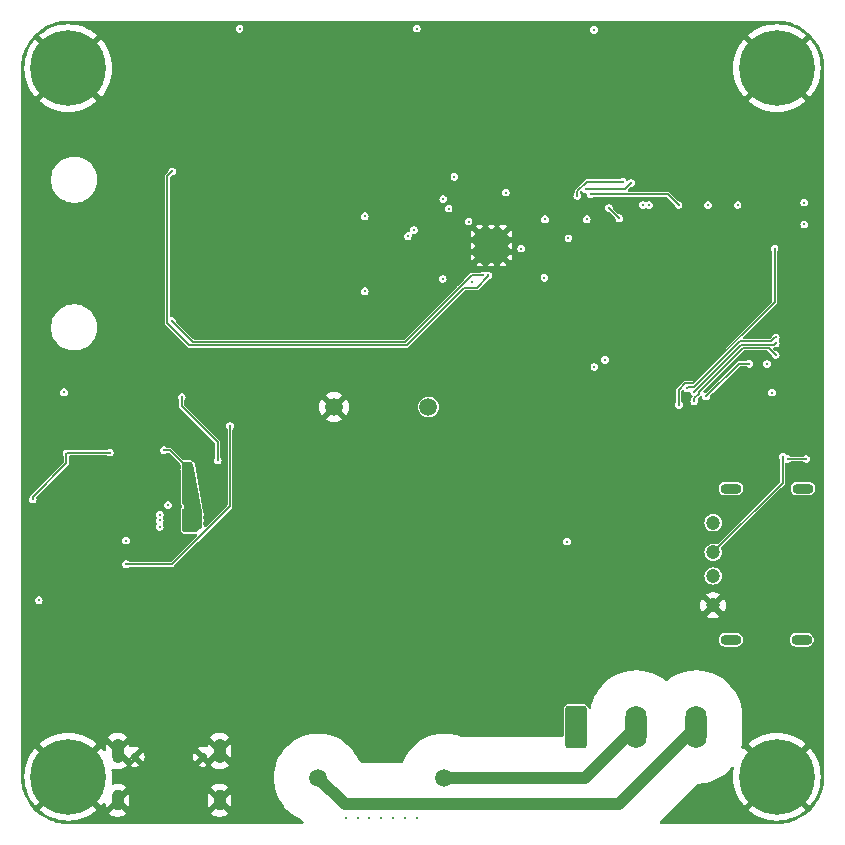
<source format=gbr>
%TF.GenerationSoftware,KiCad,Pcbnew,8.0.3-8.0.3-0~ubuntu22.04.1*%
%TF.CreationDate,2024-07-03T09:26:59+02:00*%
%TF.ProjectId,FabOS_MB,4661624f-535f-44d4-922e-6b696361645f,rev?*%
%TF.SameCoordinates,Original*%
%TF.FileFunction,Copper,L4,Bot*%
%TF.FilePolarity,Positive*%
%FSLAX46Y46*%
G04 Gerber Fmt 4.6, Leading zero omitted, Abs format (unit mm)*
G04 Created by KiCad (PCBNEW 8.0.3-8.0.3-0~ubuntu22.04.1) date 2024-07-03 09:26:59*
%MOMM*%
%LPD*%
G01*
G04 APERTURE LIST*
G04 Aperture macros list*
%AMRoundRect*
0 Rectangle with rounded corners*
0 $1 Rounding radius*
0 $2 $3 $4 $5 $6 $7 $8 $9 X,Y pos of 4 corners*
0 Add a 4 corners polygon primitive as box body*
4,1,4,$2,$3,$4,$5,$6,$7,$8,$9,$2,$3,0*
0 Add four circle primitives for the rounded corners*
1,1,$1+$1,$2,$3*
1,1,$1+$1,$4,$5*
1,1,$1+$1,$6,$7*
1,1,$1+$1,$8,$9*
0 Add four rect primitives between the rounded corners*
20,1,$1+$1,$2,$3,$4,$5,0*
20,1,$1+$1,$4,$5,$6,$7,0*
20,1,$1+$1,$6,$7,$8,$9,0*
20,1,$1+$1,$8,$9,$2,$3,0*%
G04 Aperture macros list end*
%TA.AperFunction,ComponentPad*%
%ADD10RoundRect,0.250000X-0.650000X-1.550000X0.650000X-1.550000X0.650000X1.550000X-0.650000X1.550000X0*%
%TD*%
%TA.AperFunction,ComponentPad*%
%ADD11O,1.800000X3.600000*%
%TD*%
%TA.AperFunction,ComponentPad*%
%ADD12C,0.800000*%
%TD*%
%TA.AperFunction,ComponentPad*%
%ADD13C,6.400000*%
%TD*%
%TA.AperFunction,ComponentPad*%
%ADD14C,1.200000*%
%TD*%
%TA.AperFunction,ComponentPad*%
%ADD15O,1.800000X0.900000*%
%TD*%
%TA.AperFunction,ComponentPad*%
%ADD16C,1.500000*%
%TD*%
%TA.AperFunction,ComponentPad*%
%ADD17C,0.700000*%
%TD*%
%TA.AperFunction,ComponentPad*%
%ADD18O,1.000000X2.100000*%
%TD*%
%TA.AperFunction,ComponentPad*%
%ADD19O,1.000000X1.800000*%
%TD*%
%TA.AperFunction,HeatsinkPad*%
%ADD20C,0.500000*%
%TD*%
%TA.AperFunction,HeatsinkPad*%
%ADD21R,2.500000X2.500000*%
%TD*%
%TA.AperFunction,ViaPad*%
%ADD22C,0.300000*%
%TD*%
%TA.AperFunction,Conductor*%
%ADD23C,0.150000*%
%TD*%
%TA.AperFunction,Conductor*%
%ADD24C,1.000000*%
%TD*%
G04 APERTURE END LIST*
D10*
%TO.P,e501,1,Pin_1*%
%TO.N,Earth*%
X143000000Y-155800000D03*
D11*
%TO.P,e501,2,Pin_2*%
%TO.N,N*%
X148080000Y-155800000D03*
%TO.P,e501,3,Pin_3*%
%TO.N,L*%
X153160000Y-155800000D03*
%TD*%
D12*
%TO.P,H102,1,1*%
%TO.N,GND*%
X157600000Y-100000000D03*
X158302944Y-98302944D03*
X158302944Y-101697056D03*
X160000000Y-97600000D03*
D13*
X160000000Y-100000000D03*
D12*
X160000000Y-102400000D03*
X161697056Y-98302944D03*
X161697056Y-101697056D03*
X162400000Y-100000000D03*
%TD*%
D14*
%TO.P,J201,1,VBUS*%
%TO.N,/5V_Flyback*%
X154600000Y-138500000D03*
%TO.P,J201,2,D-*%
%TO.N,/ES*%
X154600000Y-141000000D03*
%TO.P,J201,3,D+*%
%TO.N,/LIN/LIN*%
X154600000Y-143000000D03*
%TO.P,J201,4,GND*%
%TO.N,GND*%
X154600000Y-145500000D03*
D15*
%TO.P,J201,GND*%
%TO.N,N/C*%
X156100000Y-148400000D03*
X162100000Y-148400000D03*
X156100000Y-135600000D03*
X162200000Y-135600000D03*
%TD*%
D12*
%TO.P,H103,1,1*%
%TO.N,GND*%
X157600000Y-160000000D03*
X158302944Y-158302944D03*
X158302944Y-161697056D03*
X160000000Y-157600000D03*
D13*
X160000000Y-160000000D03*
D12*
X160000000Y-162400000D03*
X161697056Y-158302944D03*
X161697056Y-161697056D03*
X162400000Y-160000000D03*
%TD*%
D16*
%TO.P,U501,1,N*%
%TO.N,N*%
X131850000Y-160100000D03*
%TO.P,U501,2,L*%
%TO.N,L*%
X121150000Y-160100000D03*
%TO.P,U501,4,V-*%
%TO.N,GND*%
X122500000Y-128700000D03*
%TO.P,U501,6,V+*%
%TO.N,/5V_Flyback*%
X130500000Y-128700000D03*
%TD*%
D12*
%TO.P,H104,1,1*%
%TO.N,GND*%
X97600000Y-160000000D03*
X98302944Y-158302944D03*
X98302944Y-161697056D03*
X100000000Y-157600000D03*
D13*
X100000000Y-160000000D03*
D12*
X100000000Y-162400000D03*
X101697056Y-158302944D03*
X101697056Y-161697056D03*
X102400000Y-160000000D03*
%TD*%
D17*
%TO.P,J401,A1,GND*%
%TO.N,GND*%
X105610000Y-158320000D03*
X111390000Y-158320000D03*
D18*
%TO.P,J401,S1,SHIELD*%
X104180000Y-157820000D03*
D19*
X104180000Y-162000000D03*
D18*
X112820000Y-157820000D03*
D19*
X112820000Y-162000000D03*
%TD*%
D12*
%TO.P,H101,1,1*%
%TO.N,GND*%
X97600000Y-100000000D03*
X98302944Y-98302944D03*
X98302944Y-101697056D03*
X100000000Y-97600000D03*
D13*
X100000000Y-100000000D03*
D12*
X100000000Y-102400000D03*
X101697056Y-98302944D03*
X101697056Y-101697056D03*
X102400000Y-100000000D03*
%TD*%
D20*
%TO.P,U301,25,VSS*%
%TO.N,GND*%
X134830000Y-116030000D03*
X135830000Y-116030000D03*
X136830000Y-116030000D03*
X134830000Y-115030000D03*
X135830000Y-115030000D03*
D21*
X135830000Y-115030000D03*
D20*
X136830000Y-115030000D03*
X134830000Y-114030000D03*
X135830000Y-114030000D03*
X136830000Y-114030000D03*
%TD*%
D22*
%TO.N,GND*%
X156500000Y-163500000D03*
X155500000Y-163500000D03*
X154500000Y-163500000D03*
X153500000Y-163500000D03*
X152500000Y-163500000D03*
X151500000Y-163500000D03*
X129500000Y-163500000D03*
X128500000Y-163500000D03*
X127500000Y-163500000D03*
X126500000Y-163500000D03*
X125500000Y-163500000D03*
X124500000Y-163500000D03*
X123500000Y-163500000D03*
X118500000Y-163500000D03*
X117500000Y-163500000D03*
X116500000Y-163500000D03*
X115500000Y-163500000D03*
X114500000Y-163500000D03*
X113500000Y-163500000D03*
X112500000Y-163500000D03*
X111500000Y-163500000D03*
X110500000Y-163500000D03*
X109500000Y-163500000D03*
X108500000Y-163500000D03*
X107500000Y-163500000D03*
X106500000Y-163500000D03*
X105500000Y-163500000D03*
X104500000Y-163500000D03*
X103500000Y-163500000D03*
X96500000Y-157500000D03*
X96500000Y-156500000D03*
X96500000Y-155500000D03*
X96500000Y-154500000D03*
X96500000Y-153500000D03*
X96500000Y-152500000D03*
X96500000Y-151500000D03*
X96500000Y-150500000D03*
X96500000Y-148500000D03*
X96500000Y-147500000D03*
X96500000Y-146500000D03*
X96500000Y-144500000D03*
X96500000Y-143500000D03*
X96500000Y-142500000D03*
X96500000Y-140500000D03*
X96500000Y-139500000D03*
X96500000Y-137500000D03*
X96500000Y-136500000D03*
X96500000Y-135500000D03*
X96500000Y-134500000D03*
X96500000Y-133500000D03*
X96500000Y-132500000D03*
X96500000Y-131500000D03*
X96500000Y-130500000D03*
X96500000Y-129500000D03*
X96500000Y-128500000D03*
X96500000Y-127500000D03*
X96500000Y-126500000D03*
X96500000Y-125500000D03*
X96500000Y-124500000D03*
X96500000Y-123500000D03*
X96500000Y-122500000D03*
X96500000Y-121500000D03*
X96500000Y-120500000D03*
X96500000Y-119500000D03*
X96500000Y-118500000D03*
X96500000Y-117500000D03*
X96500000Y-116500000D03*
X96500000Y-115500000D03*
X96500000Y-114500000D03*
X96500000Y-113500000D03*
X96500000Y-112500000D03*
X96500000Y-111500000D03*
X96500000Y-110500000D03*
X96500000Y-109500000D03*
X96500000Y-108500000D03*
X96500000Y-107500000D03*
X96500000Y-106500000D03*
X96500000Y-105500000D03*
X96500000Y-104500000D03*
X96500000Y-103500000D03*
X163500000Y-156500000D03*
X163500000Y-155500000D03*
X163500000Y-154500000D03*
X163500000Y-153500000D03*
X163500000Y-152500000D03*
X163500000Y-151500000D03*
X163500000Y-150500000D03*
X163500000Y-149500000D03*
X163500000Y-148500000D03*
X163500000Y-147500000D03*
X163500000Y-146500000D03*
X163500000Y-145500000D03*
X163500000Y-144500000D03*
X163500000Y-143500000D03*
X163500000Y-142500000D03*
X163500000Y-141500000D03*
X163500000Y-140500000D03*
X163500000Y-139500000D03*
X163500000Y-138500000D03*
X163500000Y-137500000D03*
X163500000Y-136500000D03*
X163500000Y-135500000D03*
X163500000Y-134500000D03*
X163500000Y-133500000D03*
X163500000Y-132500000D03*
X163500000Y-131500000D03*
X163500000Y-130500000D03*
X163500000Y-129500000D03*
X163500000Y-128500000D03*
X163500000Y-127500000D03*
X163500000Y-126500000D03*
X163500000Y-125500000D03*
X163500000Y-124500000D03*
X163500000Y-123500000D03*
X163500000Y-122500000D03*
X163500000Y-121500000D03*
X163500000Y-120500000D03*
X163500000Y-119500000D03*
X163500000Y-118500000D03*
X163500000Y-117500000D03*
X163500000Y-116500000D03*
X163500000Y-115500000D03*
X163500000Y-114500000D03*
X163500000Y-113500000D03*
X163500000Y-110500000D03*
X163500000Y-109500000D03*
X163500000Y-108500000D03*
X163500000Y-107500000D03*
X163500000Y-106500000D03*
X163500000Y-105500000D03*
X163500000Y-104500000D03*
X163500000Y-103500000D03*
X156500000Y-96500000D03*
X155500000Y-96500000D03*
X152500000Y-96500000D03*
X151500000Y-96500000D03*
X148500000Y-96500000D03*
X147500000Y-96500000D03*
X145500000Y-96500000D03*
X141500000Y-96500000D03*
X140500000Y-96500000D03*
X139500000Y-96500000D03*
X138500000Y-96500000D03*
X137500000Y-96500000D03*
X136500000Y-96500000D03*
X133500000Y-96500000D03*
X132500000Y-96500000D03*
X131500000Y-96500000D03*
X130500000Y-96500000D03*
X126500000Y-96500000D03*
X125500000Y-96500000D03*
X124500000Y-96500000D03*
X123500000Y-96500000D03*
X122500000Y-96500000D03*
X121500000Y-96500000D03*
X118500000Y-96500000D03*
X117500000Y-96500000D03*
X116500000Y-96500000D03*
X115500000Y-96500000D03*
X111500000Y-96500000D03*
X110500000Y-96500000D03*
X109500000Y-96500000D03*
X108500000Y-96500000D03*
X107500000Y-96500000D03*
X106500000Y-96500000D03*
X103500000Y-96500000D03*
X152100000Y-100900000D03*
X148900000Y-100100000D03*
X154600000Y-100600000D03*
X153700000Y-96700000D03*
X149700000Y-96700000D03*
X149800000Y-99200000D03*
X153400000Y-100000000D03*
X154100000Y-102800000D03*
X146000000Y-102800000D03*
X144800000Y-103200000D03*
X151900000Y-105600000D03*
X152000000Y-109300000D03*
X153300000Y-109300000D03*
X155700000Y-109300000D03*
X155900000Y-105900000D03*
X154700000Y-104600000D03*
X152500000Y-104500000D03*
X146200000Y-126700000D03*
X143000000Y-126600000D03*
X139200000Y-123300000D03*
X143900000Y-122400000D03*
X139300000Y-119100000D03*
X140900000Y-116900000D03*
X144100000Y-116900000D03*
X148100000Y-113800000D03*
X148200000Y-119000000D03*
X148000000Y-123900000D03*
X146700000Y-123900000D03*
X154200000Y-124600000D03*
X156600000Y-122200000D03*
X157700000Y-122700000D03*
X157400000Y-124200000D03*
X155200000Y-127300000D03*
X152300000Y-129600000D03*
X156200000Y-131300000D03*
X161100000Y-131800000D03*
X161900000Y-134300000D03*
X159800000Y-134700000D03*
X151500000Y-144700000D03*
X152200000Y-144500000D03*
X142000000Y-141300000D03*
X147700000Y-141700000D03*
X151700000Y-138700000D03*
X145900000Y-138300000D03*
X149700000Y-137400000D03*
X147200000Y-134900000D03*
X141000000Y-138500000D03*
X148100000Y-133400000D03*
X151800000Y-135300000D03*
X133700000Y-138500000D03*
X133800000Y-134900000D03*
X110700000Y-148600000D03*
X117800000Y-136000000D03*
X120700000Y-134900000D03*
X120800000Y-138300000D03*
X106800000Y-145300000D03*
X98600000Y-152100000D03*
X98600000Y-151200000D03*
X98500000Y-137100000D03*
X100400000Y-133600000D03*
X114400000Y-108300000D03*
X115200000Y-109600000D03*
X132700000Y-118460000D03*
X148400000Y-107700000D03*
X113100000Y-108200000D03*
X133800000Y-110300000D03*
X161800000Y-112820000D03*
X135120000Y-119670000D03*
X163710000Y-111860000D03*
X106550000Y-151900000D03*
X102600000Y-123700000D03*
X159110000Y-128870000D03*
X112050000Y-101750000D03*
X113000000Y-109300000D03*
X139500000Y-121900000D03*
X154200000Y-107700000D03*
X153200000Y-139890000D03*
X157750000Y-106400000D03*
X135950000Y-101750000D03*
X104100000Y-126300000D03*
X105600000Y-151900000D03*
X127040000Y-101740000D03*
X134000000Y-122900000D03*
X147400000Y-107700000D03*
X111100000Y-127400000D03*
X120950000Y-101760000D03*
X142550000Y-124450000D03*
X136900000Y-123100000D03*
X157750000Y-109150000D03*
X139500000Y-121300000D03*
X163710000Y-112780000D03*
X133700000Y-122400000D03*
X99700000Y-125400000D03*
X112200000Y-139850000D03*
X133620000Y-119530000D03*
X105200000Y-125000000D03*
X134580000Y-119530000D03*
X135740000Y-118130000D03*
X99650000Y-128750000D03*
X133620000Y-120360000D03*
X100900000Y-124100000D03*
X129500000Y-102300000D03*
X113100000Y-140250000D03*
X138820000Y-122190000D03*
X142550000Y-123500000D03*
X111700000Y-156400000D03*
X135800000Y-119400000D03*
X138600000Y-120100000D03*
X105550000Y-152900000D03*
X140320000Y-114800000D03*
X102100000Y-125300000D03*
X132900000Y-121200000D03*
X110250000Y-154500000D03*
X99650000Y-130000000D03*
X131700000Y-109100000D03*
X105300000Y-156400000D03*
X149670000Y-111600000D03*
X114380000Y-122650000D03*
X135700000Y-123100000D03*
X150350000Y-107700000D03*
X134270000Y-120430000D03*
X107200000Y-146300000D03*
X108750000Y-154400000D03*
X108425000Y-134200000D03*
X146212000Y-96670000D03*
X137500000Y-123100000D03*
X107250000Y-154550000D03*
X134000000Y-119900000D03*
X135100000Y-123100000D03*
X106550000Y-152950000D03*
X143000000Y-112700000D03*
X139200000Y-120200000D03*
X138100000Y-123100000D03*
X154670000Y-111600000D03*
X117100000Y-109300000D03*
X128750000Y-116050000D03*
X106100000Y-146000000D03*
X139500000Y-120700000D03*
X106925000Y-134200000D03*
X105950000Y-101760000D03*
X109450000Y-137100000D03*
X158660000Y-125040000D03*
X132900000Y-121800000D03*
X144470000Y-112820000D03*
X133000000Y-120600000D03*
X138400000Y-122600000D03*
X114390000Y-121441000D03*
X144500000Y-102400000D03*
X134500000Y-123100000D03*
X152190000Y-139890000D03*
X136300000Y-123100000D03*
X142550000Y-125400000D03*
X149400000Y-107700000D03*
X158160000Y-128860000D03*
X142050000Y-101750000D03*
X108700000Y-133200000D03*
X114500000Y-102310000D03*
X137515000Y-119380000D03*
X133100000Y-122300000D03*
X138200000Y-119600000D03*
%TO.N,+3.3V*%
X140320000Y-117750000D03*
X107750000Y-138300000D03*
X138360000Y-115280000D03*
X156670000Y-111600000D03*
X145450000Y-124700000D03*
X144550000Y-125300000D03*
X97500000Y-145050000D03*
X114500000Y-96670000D03*
X162320000Y-111390000D03*
X137030000Y-110540000D03*
X143900000Y-112800000D03*
X144500000Y-96750000D03*
X148670000Y-111590000D03*
X99650000Y-127450000D03*
X132700000Y-109200000D03*
X104900000Y-140000000D03*
X159570000Y-127480000D03*
X142350000Y-114400000D03*
X107750000Y-138850000D03*
X107750000Y-137824997D03*
X129500000Y-96650000D03*
X154170000Y-111600000D03*
X142220000Y-140090000D03*
X108450000Y-137000000D03*
X162320000Y-113240000D03*
X159170000Y-125050000D03*
X149170000Y-111600000D03*
X140350000Y-112800000D03*
%TO.N,/ethernet/CT*%
X125100000Y-118890000D03*
X128750000Y-114230000D03*
X132200000Y-111900000D03*
X133892500Y-113000000D03*
X134150000Y-118140000D03*
X131700000Y-117850000D03*
X131760000Y-111090000D03*
X129260000Y-113700000D03*
X125100000Y-112540000D03*
%TO.N,/power/5V_max*%
X112650000Y-133200000D03*
X109600000Y-127850000D03*
%TO.N,Net-(U502-SW)*%
X110300003Y-133950000D03*
X109825000Y-133550000D03*
X110299965Y-133544047D03*
X108075000Y-132350000D03*
X111150000Y-138300000D03*
X111150000Y-137824997D03*
X111150000Y-138775003D03*
X109825000Y-133950000D03*
%TO.N,Net-(U601-BOOT0)*%
X151700000Y-128500000D03*
X159800000Y-115300000D03*
%TO.N,/STM32/NRST*%
X103500000Y-132550000D03*
X97000000Y-136500000D03*
X99850000Y-132650000D03*
%TO.N,/5V_Flyback*%
X104900000Y-142000000D03*
X113700000Y-130300000D03*
%TO.N,/ES*%
X160475145Y-132887572D03*
%TO.N,/ethernet/LED2+*%
X135080000Y-117560000D03*
X108790000Y-121440000D03*
%TO.N,/ethernet/LED1+*%
X135580000Y-117560000D03*
X108800000Y-108750000D03*
%TO.N,/STM32/SWDIO*%
X157670000Y-125040000D03*
X154000000Y-127800000D03*
%TO.N,/STM32/VCP_TX*%
X153000000Y-127400000D03*
X159900000Y-123300000D03*
%TO.N,/STM32/SWCLK*%
X153000000Y-128200000D03*
X159900000Y-124300000D03*
%TO.N,/STM32/VCP_RX*%
X159900000Y-122800000D03*
X152400000Y-127100000D03*
%TO.N,/USART1_RX*%
X160900000Y-133100000D03*
X162500000Y-133100000D03*
%TO.N,/ETH_MDI0*%
X146940000Y-109620000D03*
X143100000Y-110830000D03*
%TO.N,/ETH_REF_CLK*%
X147670000Y-109720000D03*
X143820000Y-110270000D03*
%TO.N,/NRST_ETH*%
X145770000Y-111840000D03*
X146660000Y-112710000D03*
%TO.N,/ETH_MDC*%
X144230000Y-110680000D03*
X151670000Y-111600000D03*
%TD*%
D23*
%TO.N,/power/5V_max*%
X112650000Y-133200000D02*
X112650000Y-131700000D01*
X109600000Y-128650000D02*
X109600000Y-127850000D01*
X112650000Y-131700000D02*
X109600000Y-128650000D01*
%TO.N,Net-(U502-SW)*%
X111150000Y-138300000D02*
X111150000Y-138775003D01*
X108075000Y-132350000D02*
X108625000Y-132350000D01*
X110300003Y-133544085D02*
X110299965Y-133544047D01*
X108625000Y-132350000D02*
X109825000Y-133550000D01*
X111150000Y-138300000D02*
X111150000Y-137824997D01*
%TO.N,Net-(U601-BOOT0)*%
X152234314Y-126700000D02*
X151700000Y-127234314D01*
X151700000Y-127234314D02*
X151700000Y-128500000D01*
X159800000Y-119816524D02*
X152916524Y-126700000D01*
X159800000Y-115300000D02*
X159800000Y-119816524D01*
X152916524Y-126700000D02*
X152234314Y-126700000D01*
%TO.N,/STM32/NRST*%
X99850000Y-132650000D02*
X99950000Y-132550000D01*
X99850000Y-132650000D02*
X99850000Y-133450000D01*
X99950000Y-132550000D02*
X103500000Y-132550000D01*
X97000000Y-136300000D02*
X97000000Y-136500000D01*
X99850000Y-133450000D02*
X97000000Y-136300000D01*
%TO.N,/5V_Flyback*%
X113700000Y-137100000D02*
X113700000Y-130300000D01*
X104900000Y-142000000D02*
X108800000Y-142000000D01*
X108800000Y-142000000D02*
X113700000Y-137100000D01*
D24*
%TO.N,N*%
X131850000Y-160100000D02*
X143780000Y-160100000D01*
X143780000Y-160100000D02*
X148080000Y-155800000D01*
%TO.N,L*%
X123400000Y-162350000D02*
X146610000Y-162350000D01*
X146610000Y-162350000D02*
X153160000Y-155800000D01*
X121150000Y-160100000D02*
X123400000Y-162350000D01*
D23*
%TO.N,/ES*%
X160475145Y-132887572D02*
X160475145Y-135124855D01*
X160475145Y-135124855D02*
X154600000Y-141000000D01*
%TO.N,/ethernet/LED2+*%
X134164314Y-117560000D02*
X135080000Y-117560000D01*
X110550000Y-123200000D02*
X128524314Y-123200000D01*
X128524314Y-123200000D02*
X132864314Y-118860000D01*
X108790000Y-121440000D02*
X110550000Y-123200000D01*
X133100000Y-118624314D02*
X134164314Y-117560000D01*
X133100000Y-118625686D02*
X133100000Y-118624314D01*
X132865686Y-118860000D02*
X133100000Y-118625686D01*
X132864314Y-118860000D02*
X132865686Y-118860000D01*
%TO.N,/ethernet/LED1+*%
X135580000Y-117625686D02*
X134577660Y-118628026D01*
X108390000Y-121605686D02*
X108390000Y-109160000D01*
X110261314Y-123477000D02*
X108390000Y-121605686D01*
X108390000Y-109160000D02*
X108800000Y-108750000D01*
X128640424Y-123477000D02*
X110261314Y-123477000D01*
X134577660Y-118628026D02*
X133489398Y-118628026D01*
X135580000Y-117560000D02*
X135580000Y-117625686D01*
X133489398Y-118628026D02*
X128640424Y-123477000D01*
%TO.N,/STM32/SWDIO*%
X156760000Y-125040000D02*
X157670000Y-125040000D01*
X154000000Y-127800000D02*
X156760000Y-125040000D01*
%TO.N,/STM32/VCP_TX*%
X153000000Y-127400000D02*
X156977000Y-123423000D01*
X159777000Y-123423000D02*
X159900000Y-123300000D01*
X156977000Y-123423000D02*
X159777000Y-123423000D01*
%TO.N,/STM32/SWCLK*%
X157091738Y-123700000D02*
X159300000Y-123700000D01*
X153400000Y-127391738D02*
X157091738Y-123700000D01*
X159300000Y-123700000D02*
X159900000Y-124300000D01*
X153400000Y-127565686D02*
X153400000Y-127391738D01*
X153000000Y-128200000D02*
X153000000Y-127965686D01*
X153000000Y-127965686D02*
X153400000Y-127565686D01*
%TO.N,/STM32/VCP_RX*%
X159834314Y-122800000D02*
X159900000Y-122800000D01*
X152500000Y-127000000D02*
X153008262Y-127000000D01*
X159488314Y-123146000D02*
X159834314Y-122800000D01*
X153008262Y-127000000D02*
X156862262Y-123146000D01*
X156862262Y-123146000D02*
X159488314Y-123146000D01*
X152400000Y-127100000D02*
X152500000Y-127000000D01*
%TO.N,/USART1_RX*%
X160900000Y-133100000D02*
X162500000Y-133100000D01*
%TO.N,/ETH_MDI0*%
X143904314Y-109620000D02*
X143100000Y-110424314D01*
X146940000Y-109620000D02*
X143904314Y-109620000D01*
X143100000Y-110424314D02*
X143100000Y-110830000D01*
%TO.N,/ETH_REF_CLK*%
X147670000Y-109730000D02*
X147130000Y-110270000D01*
X147130000Y-110270000D02*
X143820000Y-110270000D01*
X147670000Y-109720000D02*
X147670000Y-109730000D01*
%TO.N,/NRST_ETH*%
X145790000Y-111840000D02*
X146660000Y-112710000D01*
X145770000Y-111840000D02*
X145790000Y-111840000D01*
%TO.N,/ETH_MDC*%
X144230000Y-110680000D02*
X150750000Y-110680000D01*
X150750000Y-110680000D02*
X151670000Y-111600000D01*
%TD*%
%TA.AperFunction,Conductor*%
%TO.N,GND*%
G36*
X159999962Y-96000008D02*
G01*
X160000062Y-96000009D01*
X160002725Y-96000034D01*
X160003064Y-96000137D01*
X160003066Y-96000038D01*
X160173596Y-96002129D01*
X160176257Y-96002191D01*
X160180495Y-96002334D01*
X160193708Y-96002780D01*
X160198968Y-96003070D01*
X160216517Y-96004418D01*
X160219057Y-96004641D01*
X160561343Y-96038353D01*
X160564330Y-96038685D01*
X160584175Y-96041133D01*
X160590195Y-96042026D01*
X160609886Y-96045443D01*
X160612863Y-96045997D01*
X160946931Y-96112447D01*
X160949824Y-96113059D01*
X160969402Y-96117455D01*
X160975284Y-96118930D01*
X160994541Y-96124259D01*
X160997452Y-96125102D01*
X161323456Y-96223995D01*
X161326286Y-96224892D01*
X161345306Y-96231175D01*
X161350993Y-96233210D01*
X161369642Y-96240404D01*
X161372444Y-96241524D01*
X161550360Y-96315219D01*
X161687164Y-96371885D01*
X161689910Y-96373062D01*
X161708249Y-96381190D01*
X161713694Y-96383766D01*
X161730130Y-96392040D01*
X161731565Y-96392762D01*
X161734261Y-96394161D01*
X162034680Y-96554738D01*
X162037252Y-96556154D01*
X162054698Y-96566036D01*
X162059897Y-96569153D01*
X162076836Y-96579880D01*
X162079293Y-96581478D01*
X162362548Y-96770743D01*
X162365050Y-96772459D01*
X162380088Y-96783050D01*
X162381393Y-96783969D01*
X162386264Y-96787581D01*
X162402045Y-96799897D01*
X162404381Y-96801767D01*
X162667698Y-97017865D01*
X162670022Y-97019821D01*
X162685159Y-97032878D01*
X162689631Y-97036931D01*
X162704160Y-97050763D01*
X162706298Y-97052850D01*
X162947149Y-97293701D01*
X162949237Y-97295840D01*
X162963066Y-97310366D01*
X162967132Y-97314852D01*
X162980176Y-97329974D01*
X162982134Y-97332301D01*
X163198232Y-97595618D01*
X163200110Y-97597964D01*
X163212413Y-97613729D01*
X163216030Y-97618606D01*
X163227536Y-97634944D01*
X163229256Y-97637451D01*
X163418507Y-97920686D01*
X163420147Y-97923206D01*
X163430846Y-97940102D01*
X163433969Y-97945313D01*
X163443830Y-97962719D01*
X163445275Y-97965346D01*
X163605838Y-98265738D01*
X163607237Y-98268434D01*
X163616222Y-98286282D01*
X163618817Y-98291768D01*
X163626918Y-98310044D01*
X163628114Y-98312835D01*
X163758466Y-98627533D01*
X163759595Y-98630357D01*
X163766784Y-98648993D01*
X163768836Y-98654727D01*
X163775092Y-98673665D01*
X163776011Y-98676565D01*
X163874893Y-99002535D01*
X163875740Y-99005458D01*
X163881069Y-99024715D01*
X163882548Y-99030616D01*
X163886925Y-99050106D01*
X163887555Y-99053086D01*
X163953999Y-99387123D01*
X163954556Y-99390113D01*
X163957973Y-99409804D01*
X163958866Y-99415824D01*
X163961314Y-99435669D01*
X163961650Y-99438696D01*
X163995353Y-99780887D01*
X163995586Y-99783542D01*
X163996927Y-99800996D01*
X163997220Y-99806314D01*
X163997808Y-99823742D01*
X163997870Y-99826402D01*
X163999962Y-99996933D01*
X163999965Y-99997276D01*
X163999987Y-99999592D01*
X163999992Y-100000392D01*
X163999999Y-100002689D01*
X164000000Y-100003067D01*
X164000000Y-159996933D01*
X163999999Y-159997311D01*
X163999992Y-159999607D01*
X163999987Y-160000406D01*
X163999965Y-160002723D01*
X163999962Y-160003067D01*
X163997870Y-160173597D01*
X163997808Y-160176257D01*
X163997220Y-160193685D01*
X163996927Y-160199003D01*
X163995586Y-160216457D01*
X163995353Y-160219112D01*
X163961650Y-160561303D01*
X163961314Y-160564330D01*
X163958866Y-160584175D01*
X163957973Y-160590195D01*
X163954556Y-160609886D01*
X163953999Y-160612876D01*
X163887555Y-160946913D01*
X163886925Y-160949893D01*
X163882548Y-160969383D01*
X163881069Y-160975284D01*
X163875740Y-160994541D01*
X163874893Y-160997464D01*
X163776011Y-161323434D01*
X163775092Y-161326334D01*
X163768836Y-161345272D01*
X163766784Y-161351006D01*
X163759595Y-161369642D01*
X163758466Y-161372466D01*
X163628114Y-161687164D01*
X163626918Y-161689955D01*
X163618830Y-161708204D01*
X163616222Y-161713717D01*
X163607237Y-161731565D01*
X163605838Y-161734261D01*
X163445275Y-162034653D01*
X163443807Y-162037321D01*
X163433973Y-162054680D01*
X163430846Y-162059897D01*
X163420147Y-162076793D01*
X163418486Y-162079346D01*
X163229256Y-162362548D01*
X163227536Y-162365055D01*
X163216030Y-162381393D01*
X163212402Y-162386285D01*
X163200133Y-162402006D01*
X163198232Y-162404381D01*
X162982134Y-162667698D01*
X162980176Y-162670025D01*
X162967132Y-162685147D01*
X162963044Y-162689658D01*
X162949275Y-162704120D01*
X162947149Y-162706298D01*
X162706298Y-162947149D01*
X162704120Y-162949275D01*
X162689658Y-162963044D01*
X162685147Y-162967132D01*
X162670025Y-162980176D01*
X162667698Y-162982134D01*
X162404381Y-163198232D01*
X162402006Y-163200133D01*
X162386285Y-163212402D01*
X162381393Y-163216030D01*
X162365055Y-163227536D01*
X162362548Y-163229256D01*
X162079346Y-163418486D01*
X162076793Y-163420147D01*
X162059897Y-163430846D01*
X162054680Y-163433973D01*
X162037321Y-163443807D01*
X162034653Y-163445275D01*
X161734261Y-163605838D01*
X161731565Y-163607237D01*
X161713717Y-163616222D01*
X161708215Y-163618824D01*
X161698970Y-163622922D01*
X161689955Y-163626918D01*
X161687164Y-163628114D01*
X161372466Y-163758466D01*
X161369642Y-163759595D01*
X161351006Y-163766784D01*
X161345272Y-163768836D01*
X161326334Y-163775092D01*
X161323434Y-163776011D01*
X160997464Y-163874893D01*
X160994541Y-163875740D01*
X160975284Y-163881069D01*
X160969383Y-163882548D01*
X160949893Y-163886925D01*
X160946913Y-163887555D01*
X160612876Y-163953999D01*
X160609886Y-163954556D01*
X160590195Y-163957973D01*
X160584175Y-163958866D01*
X160564330Y-163961314D01*
X160561303Y-163961650D01*
X160219112Y-163995353D01*
X160216457Y-163995586D01*
X160199003Y-163996927D01*
X160193685Y-163997220D01*
X160176257Y-163997808D01*
X160173597Y-163997870D01*
X160005180Y-163999936D01*
X160003066Y-163999962D01*
X160003054Y-163999962D01*
X160002723Y-163999965D01*
X160000406Y-163999987D01*
X159999603Y-163999992D01*
X159997640Y-163999997D01*
X159997168Y-163999999D01*
X159996910Y-164000000D01*
X150209817Y-164000000D01*
X150142778Y-163980315D01*
X150097023Y-163927511D01*
X150087079Y-163858353D01*
X150116104Y-163794797D01*
X150122136Y-163788319D01*
X151692185Y-162218270D01*
X153274032Y-160636422D01*
X153335353Y-160602939D01*
X153349557Y-160600702D01*
X153351608Y-160600500D01*
X153351619Y-160600500D01*
X153733012Y-160562936D01*
X153806180Y-160548381D01*
X154108866Y-160488175D01*
X154108877Y-160488172D01*
X154108877Y-160488171D01*
X154108887Y-160488170D01*
X154475624Y-160376922D01*
X154829690Y-160230263D01*
X155167676Y-160049605D01*
X155486327Y-159836689D01*
X155782575Y-159593565D01*
X156053565Y-159322575D01*
X156144953Y-159211217D01*
X156202695Y-159171885D01*
X156272540Y-159170014D01*
X156332309Y-159206201D01*
X156363025Y-159268956D01*
X156363277Y-159309282D01*
X156315219Y-159612712D01*
X156294922Y-159999999D01*
X156294922Y-160000000D01*
X156315219Y-160387287D01*
X156375886Y-160770323D01*
X156375887Y-160770330D01*
X156476262Y-161144936D01*
X156615244Y-161506994D01*
X156791310Y-161852543D01*
X157002531Y-162177793D01*
X157211095Y-162435350D01*
X157211096Y-162435350D01*
X158705748Y-160940698D01*
X158779588Y-161042330D01*
X158957670Y-161220412D01*
X159059300Y-161294251D01*
X157564648Y-162788903D01*
X157564649Y-162788904D01*
X157822206Y-162997468D01*
X158147456Y-163208689D01*
X158493005Y-163384755D01*
X158855063Y-163523737D01*
X159229669Y-163624112D01*
X159229676Y-163624113D01*
X159612712Y-163684780D01*
X159999999Y-163705078D01*
X160000001Y-163705078D01*
X160387287Y-163684780D01*
X160770323Y-163624113D01*
X160770330Y-163624112D01*
X161144936Y-163523737D01*
X161506994Y-163384755D01*
X161852543Y-163208689D01*
X162177783Y-162997476D01*
X162177785Y-162997475D01*
X162435349Y-162788902D01*
X160940698Y-161294251D01*
X161042330Y-161220412D01*
X161220412Y-161042330D01*
X161294251Y-160940698D01*
X162788902Y-162435349D01*
X162997475Y-162177785D01*
X162997476Y-162177783D01*
X163208689Y-161852543D01*
X163384755Y-161506994D01*
X163523737Y-161144936D01*
X163624112Y-160770330D01*
X163624113Y-160770323D01*
X163684780Y-160387287D01*
X163705078Y-160000000D01*
X163705078Y-159999999D01*
X163684780Y-159612712D01*
X163624113Y-159229676D01*
X163624112Y-159229669D01*
X163523737Y-158855063D01*
X163384755Y-158493005D01*
X163208689Y-158147456D01*
X162997468Y-157822206D01*
X162788904Y-157564649D01*
X162788903Y-157564648D01*
X161294251Y-159059300D01*
X161220412Y-158957670D01*
X161042330Y-158779588D01*
X160940698Y-158705748D01*
X162435350Y-157211096D01*
X162435350Y-157211095D01*
X162177793Y-157002531D01*
X161852543Y-156791310D01*
X161506994Y-156615244D01*
X161144936Y-156476262D01*
X160770330Y-156375887D01*
X160770323Y-156375886D01*
X160387287Y-156315219D01*
X160000001Y-156294922D01*
X159999999Y-156294922D01*
X159612712Y-156315219D01*
X159229676Y-156375886D01*
X159229669Y-156375887D01*
X158855063Y-156476262D01*
X158493005Y-156615244D01*
X158147456Y-156791310D01*
X157822206Y-157002531D01*
X157564648Y-157211095D01*
X157564648Y-157211096D01*
X159059301Y-158705748D01*
X158957670Y-158779588D01*
X158779588Y-158957670D01*
X158705748Y-159059300D01*
X157211096Y-157564648D01*
X157211094Y-157564648D01*
X157200685Y-157577503D01*
X157143198Y-157617214D01*
X157073367Y-157619541D01*
X157013363Y-157583745D01*
X156982238Y-157521191D01*
X156982702Y-157475277D01*
X157022936Y-157273012D01*
X157060500Y-156891619D01*
X157060500Y-154708381D01*
X157022936Y-154326988D01*
X156948175Y-153951133D01*
X156948172Y-153951122D01*
X156948171Y-153951119D01*
X156948170Y-153951113D01*
X156836922Y-153584376D01*
X156690263Y-153230310D01*
X156509605Y-152892324D01*
X156296689Y-152573673D01*
X156053565Y-152277425D01*
X156053564Y-152277424D01*
X156053560Y-152277419D01*
X155782580Y-152006439D01*
X155486332Y-151763315D01*
X155486331Y-151763314D01*
X155486327Y-151763311D01*
X155167676Y-151550395D01*
X155167671Y-151550392D01*
X155167664Y-151550388D01*
X154829697Y-151369740D01*
X154829692Y-151369738D01*
X154475625Y-151223078D01*
X154108877Y-151111827D01*
X154108866Y-151111824D01*
X153733011Y-151037063D01*
X153445763Y-151008772D01*
X153351619Y-150999500D01*
X152968381Y-150999500D01*
X152881394Y-151008067D01*
X152586988Y-151037063D01*
X152211133Y-151111824D01*
X152211122Y-151111827D01*
X151844374Y-151223078D01*
X151490307Y-151369738D01*
X151490302Y-151369740D01*
X151152335Y-151550388D01*
X151152317Y-151550399D01*
X150833667Y-151763314D01*
X150698665Y-151874108D01*
X150634355Y-151901421D01*
X150565487Y-151889630D01*
X150541335Y-151874108D01*
X150406332Y-151763314D01*
X150087682Y-151550399D01*
X150087681Y-151550398D01*
X150087676Y-151550395D01*
X150087671Y-151550392D01*
X150087664Y-151550388D01*
X149749697Y-151369740D01*
X149749692Y-151369738D01*
X149395625Y-151223078D01*
X149028877Y-151111827D01*
X149028866Y-151111824D01*
X148653011Y-151037063D01*
X148365763Y-151008772D01*
X148271619Y-150999500D01*
X147888381Y-150999500D01*
X147801394Y-151008067D01*
X147506988Y-151037063D01*
X147131133Y-151111824D01*
X147131122Y-151111827D01*
X146764374Y-151223078D01*
X146410307Y-151369738D01*
X146410302Y-151369740D01*
X146072335Y-151550388D01*
X146072317Y-151550399D01*
X145753681Y-151763305D01*
X145753667Y-151763315D01*
X145457419Y-152006439D01*
X145186439Y-152277419D01*
X144943315Y-152573667D01*
X144943305Y-152573681D01*
X144730399Y-152892317D01*
X144730388Y-152892335D01*
X144549740Y-153230302D01*
X144549738Y-153230307D01*
X144403078Y-153584374D01*
X144291827Y-153951122D01*
X144291824Y-153951133D01*
X144256698Y-154127730D01*
X144224313Y-154189641D01*
X144163598Y-154224215D01*
X144093828Y-154220476D01*
X144037156Y-154179610D01*
X144021367Y-154149286D01*
X144021038Y-154149448D01*
X144016809Y-154140797D01*
X144016809Y-154140796D01*
X143961476Y-154027610D01*
X143961474Y-154027608D01*
X143961474Y-154027607D01*
X143872392Y-153938525D01*
X143759202Y-153883190D01*
X143685827Y-153872500D01*
X142314174Y-153872500D01*
X142240795Y-153883191D01*
X142127607Y-153938525D01*
X142038525Y-154027607D01*
X141983190Y-154140797D01*
X141972500Y-154214172D01*
X141972501Y-156475500D01*
X141952816Y-156542539D01*
X141900013Y-156588294D01*
X141848501Y-156599500D01*
X133228798Y-156599500D01*
X133179897Y-156589450D01*
X133154256Y-156578446D01*
X133154226Y-156578435D01*
X132791290Y-156464563D01*
X132791284Y-156464562D01*
X132791281Y-156464561D01*
X132791280Y-156464561D01*
X132418660Y-156387985D01*
X132418659Y-156387984D01*
X132418655Y-156387984D01*
X132040205Y-156349500D01*
X132040204Y-156349500D01*
X131659796Y-156349500D01*
X131659795Y-156349500D01*
X131281344Y-156387984D01*
X130908715Y-156464562D01*
X130908709Y-156464563D01*
X130545766Y-156578437D01*
X130196179Y-156728456D01*
X129863575Y-156913066D01*
X129863570Y-156913069D01*
X129551343Y-157130385D01*
X129262709Y-157378170D01*
X129000615Y-157653893D01*
X128767771Y-157954704D01*
X128566553Y-158277527D01*
X128566548Y-158277536D01*
X128399022Y-158619059D01*
X128399016Y-158619074D01*
X128343651Y-158768566D01*
X128301909Y-158824596D01*
X128236501Y-158849163D01*
X128227370Y-158849500D01*
X124901316Y-158849500D01*
X124834277Y-158829815D01*
X124813635Y-158813181D01*
X124708130Y-158707676D01*
X124597701Y-158597246D01*
X124574054Y-158564174D01*
X124551022Y-158517221D01*
X124433451Y-158277536D01*
X124433446Y-158277527D01*
X124297820Y-158059936D01*
X124232229Y-157954705D01*
X123999380Y-157653888D01*
X123737291Y-157378171D01*
X123614796Y-157273012D01*
X123448656Y-157130385D01*
X123136429Y-156913069D01*
X123136424Y-156913066D01*
X122803820Y-156728456D01*
X122454233Y-156578437D01*
X122091290Y-156464563D01*
X122091284Y-156464562D01*
X122091281Y-156464561D01*
X122091280Y-156464561D01*
X121718660Y-156387985D01*
X121718659Y-156387984D01*
X121718655Y-156387984D01*
X121340205Y-156349500D01*
X121340204Y-156349500D01*
X120959796Y-156349500D01*
X120959795Y-156349500D01*
X120581344Y-156387984D01*
X120208715Y-156464562D01*
X120208709Y-156464563D01*
X119845766Y-156578437D01*
X119496179Y-156728456D01*
X119163575Y-156913066D01*
X119163570Y-156913069D01*
X118851343Y-157130385D01*
X118562709Y-157378170D01*
X118300615Y-157653893D01*
X118067771Y-157954704D01*
X117866553Y-158277527D01*
X117866548Y-158277536D01*
X117699022Y-158619059D01*
X117699016Y-158619074D01*
X117566904Y-158975787D01*
X117471551Y-159344064D01*
X117413946Y-159720081D01*
X117394680Y-160100000D01*
X117413946Y-160479918D01*
X117466544Y-160823251D01*
X117471552Y-160855940D01*
X117502452Y-160975284D01*
X117566904Y-161224212D01*
X117699016Y-161580925D01*
X117699022Y-161580940D01*
X117866548Y-161922463D01*
X117866553Y-161922472D01*
X118067771Y-162245295D01*
X118277153Y-162515796D01*
X118300620Y-162546112D01*
X118531411Y-162788904D01*
X118562709Y-162821829D01*
X118851343Y-163069614D01*
X118921476Y-163118428D01*
X119163571Y-163286931D01*
X119428491Y-163433973D01*
X119496179Y-163471543D01*
X119605483Y-163518449D01*
X119644264Y-163544719D01*
X119887864Y-163788319D01*
X119921349Y-163849642D01*
X119916365Y-163919334D01*
X119874493Y-163975267D01*
X119809029Y-163999684D01*
X119800183Y-164000000D01*
X100003090Y-164000000D01*
X100002831Y-163999999D01*
X100002353Y-163999997D01*
X100000396Y-163999992D01*
X99999593Y-163999987D01*
X99997276Y-163999965D01*
X99997162Y-163999930D01*
X99996933Y-163999961D01*
X99994324Y-163999930D01*
X99826402Y-163997870D01*
X99823742Y-163997808D01*
X99806314Y-163997220D01*
X99800996Y-163996927D01*
X99783542Y-163995586D01*
X99780887Y-163995353D01*
X99438696Y-163961650D01*
X99435669Y-163961314D01*
X99415824Y-163958866D01*
X99409804Y-163957973D01*
X99390113Y-163954556D01*
X99387123Y-163953999D01*
X99053086Y-163887555D01*
X99050115Y-163886926D01*
X99044294Y-163885619D01*
X99030616Y-163882548D01*
X99024715Y-163881069D01*
X99005458Y-163875740D01*
X99002535Y-163874893D01*
X98676565Y-163776011D01*
X98673665Y-163775092D01*
X98671605Y-163774411D01*
X98654716Y-163768832D01*
X98648993Y-163766784D01*
X98630357Y-163759595D01*
X98627533Y-163758466D01*
X98312835Y-163628114D01*
X98310044Y-163626918D01*
X98291768Y-163618817D01*
X98286282Y-163616222D01*
X98268434Y-163607237D01*
X98265738Y-163605838D01*
X97965346Y-163445275D01*
X97962719Y-163443830D01*
X97945313Y-163433969D01*
X97940102Y-163430846D01*
X97929366Y-163424048D01*
X97923183Y-163420132D01*
X97920686Y-163418507D01*
X97637451Y-163229256D01*
X97634944Y-163227536D01*
X97618606Y-163216030D01*
X97613729Y-163212413D01*
X97597964Y-163200110D01*
X97595618Y-163198232D01*
X97332301Y-162982134D01*
X97329974Y-162980176D01*
X97314852Y-162967132D01*
X97310366Y-162963066D01*
X97295840Y-162949237D01*
X97293701Y-162947149D01*
X97052850Y-162706298D01*
X97050763Y-162704160D01*
X97036931Y-162689631D01*
X97032878Y-162685159D01*
X97019821Y-162670022D01*
X97017865Y-162667698D01*
X96801767Y-162404381D01*
X96799897Y-162402045D01*
X96787581Y-162386264D01*
X96783969Y-162381393D01*
X96772463Y-162365055D01*
X96770743Y-162362548D01*
X96692397Y-162245295D01*
X96581478Y-162079293D01*
X96579880Y-162076836D01*
X96569153Y-162059897D01*
X96566036Y-162054698D01*
X96556154Y-162037252D01*
X96554724Y-162034653D01*
X96394161Y-161734261D01*
X96392762Y-161731565D01*
X96392040Y-161730130D01*
X96383766Y-161713694D01*
X96381190Y-161708249D01*
X96373062Y-161689910D01*
X96371885Y-161687164D01*
X96241524Y-161372444D01*
X96240404Y-161369642D01*
X96233215Y-161351006D01*
X96231175Y-161345306D01*
X96224892Y-161326286D01*
X96223988Y-161323434D01*
X96193889Y-161224212D01*
X96125102Y-160997452D01*
X96124259Y-160994541D01*
X96118930Y-160975284D01*
X96117451Y-160969383D01*
X96113059Y-160949824D01*
X96112444Y-160946913D01*
X96094347Y-160855935D01*
X96045997Y-160612863D01*
X96045443Y-160609886D01*
X96042026Y-160590195D01*
X96041133Y-160584175D01*
X96038685Y-160564330D01*
X96038353Y-160561343D01*
X96004641Y-160219057D01*
X96004418Y-160216517D01*
X96003070Y-160198968D01*
X96002780Y-160193708D01*
X96002191Y-160176257D01*
X96002129Y-160173596D01*
X96000038Y-160003066D01*
X96000035Y-160002777D01*
X96000009Y-160000000D01*
X96000009Y-159999999D01*
X96294922Y-159999999D01*
X96294922Y-160000000D01*
X96315219Y-160387287D01*
X96375886Y-160770323D01*
X96375887Y-160770330D01*
X96476262Y-161144936D01*
X96615244Y-161506994D01*
X96791310Y-161852543D01*
X97002531Y-162177793D01*
X97211095Y-162435350D01*
X97211096Y-162435350D01*
X98705748Y-160940698D01*
X98779588Y-161042330D01*
X98957670Y-161220412D01*
X99059300Y-161294251D01*
X97564648Y-162788903D01*
X97564649Y-162788904D01*
X97822206Y-162997468D01*
X98147456Y-163208689D01*
X98493005Y-163384755D01*
X98855063Y-163523737D01*
X99229669Y-163624112D01*
X99229676Y-163624113D01*
X99612712Y-163684780D01*
X99999999Y-163705078D01*
X100000001Y-163705078D01*
X100387287Y-163684780D01*
X100770323Y-163624113D01*
X100770330Y-163624112D01*
X101144936Y-163523737D01*
X101506994Y-163384755D01*
X101852543Y-163208689D01*
X102177783Y-162997476D01*
X102177785Y-162997475D01*
X102435349Y-162788902D01*
X100940698Y-161294251D01*
X101042330Y-161220412D01*
X101220412Y-161042330D01*
X101294251Y-160940698D01*
X102788902Y-162435349D01*
X102959634Y-162224514D01*
X103017121Y-162184803D01*
X103086952Y-162182475D01*
X103146956Y-162218270D01*
X103178082Y-162280824D01*
X103180000Y-162302550D01*
X103180000Y-162498495D01*
X103204546Y-162621898D01*
X103204547Y-162621898D01*
X103880000Y-161946446D01*
X103880000Y-162439496D01*
X103900444Y-162515796D01*
X103939940Y-162584205D01*
X103944643Y-162588908D01*
X103449669Y-163083882D01*
X103542538Y-163176752D01*
X103706315Y-163286185D01*
X103706328Y-163286192D01*
X103888306Y-163361569D01*
X103888318Y-163361572D01*
X104081504Y-163399999D01*
X104081508Y-163400000D01*
X104278492Y-163400000D01*
X104278495Y-163399999D01*
X104471681Y-163361572D01*
X104471693Y-163361569D01*
X104653671Y-163286192D01*
X104653684Y-163286185D01*
X104817458Y-163176754D01*
X104910330Y-163083882D01*
X104415356Y-162588908D01*
X104420060Y-162584205D01*
X104459556Y-162515796D01*
X104480000Y-162439496D01*
X104480000Y-161999999D01*
X104533553Y-161999999D01*
X104533553Y-162000000D01*
X105155451Y-162621898D01*
X105155452Y-162621898D01*
X105180000Y-162498493D01*
X105180000Y-161501506D01*
X105180000Y-161501504D01*
X111820000Y-161501504D01*
X111820000Y-162498495D01*
X111844546Y-162621898D01*
X111844547Y-162621898D01*
X112466447Y-162000000D01*
X111844547Y-161378100D01*
X111844546Y-161378100D01*
X111820000Y-161501504D01*
X105180000Y-161501504D01*
X105155452Y-161378100D01*
X105155451Y-161378100D01*
X104533553Y-161999999D01*
X104480000Y-161999999D01*
X104480000Y-161560504D01*
X104459556Y-161484204D01*
X104420060Y-161415795D01*
X104415355Y-161411090D01*
X104910330Y-160916116D01*
X112089669Y-160916116D01*
X112584644Y-161411091D01*
X112579940Y-161415795D01*
X112540444Y-161484204D01*
X112520000Y-161560504D01*
X112520000Y-162439496D01*
X112540444Y-162515796D01*
X112579940Y-162584205D01*
X112584643Y-162588908D01*
X112089669Y-163083882D01*
X112182538Y-163176752D01*
X112346315Y-163286185D01*
X112346328Y-163286192D01*
X112528306Y-163361569D01*
X112528318Y-163361572D01*
X112721504Y-163399999D01*
X112721508Y-163400000D01*
X112918492Y-163400000D01*
X112918495Y-163399999D01*
X113111681Y-163361572D01*
X113111693Y-163361569D01*
X113293671Y-163286192D01*
X113293684Y-163286185D01*
X113457458Y-163176754D01*
X113550330Y-163083882D01*
X113055356Y-162588908D01*
X113060060Y-162584205D01*
X113099556Y-162515796D01*
X113120000Y-162439496D01*
X113120000Y-161999999D01*
X113173553Y-161999999D01*
X113173553Y-162000000D01*
X113795451Y-162621898D01*
X113795452Y-162621898D01*
X113820000Y-162498493D01*
X113820000Y-161501506D01*
X113795452Y-161378100D01*
X113795451Y-161378100D01*
X113173553Y-161999999D01*
X113120000Y-161999999D01*
X113120000Y-161560504D01*
X113099556Y-161484204D01*
X113060060Y-161415795D01*
X113055356Y-161411091D01*
X113550330Y-160916116D01*
X113550330Y-160916115D01*
X113457466Y-160823251D01*
X113457462Y-160823248D01*
X113293684Y-160713814D01*
X113293671Y-160713807D01*
X113111693Y-160638430D01*
X113111681Y-160638427D01*
X112918495Y-160600000D01*
X112721504Y-160600000D01*
X112528318Y-160638427D01*
X112528306Y-160638430D01*
X112346328Y-160713807D01*
X112346315Y-160713814D01*
X112182540Y-160823246D01*
X112089669Y-160916116D01*
X104910330Y-160916116D01*
X104910330Y-160916115D01*
X104817466Y-160823251D01*
X104817462Y-160823248D01*
X104653684Y-160713814D01*
X104653671Y-160713807D01*
X104471693Y-160638430D01*
X104471681Y-160638427D01*
X104278495Y-160600000D01*
X104081504Y-160600000D01*
X103888318Y-160638427D01*
X103888306Y-160638430D01*
X103832483Y-160661553D01*
X103763014Y-160669022D01*
X103700535Y-160637746D01*
X103664883Y-160577657D01*
X103662558Y-160527594D01*
X103684780Y-160387287D01*
X103705078Y-160000000D01*
X103705078Y-159999999D01*
X103684780Y-159612712D01*
X103657473Y-159440299D01*
X103666428Y-159371006D01*
X103711424Y-159317554D01*
X103778175Y-159296914D01*
X103827399Y-159306340D01*
X103888310Y-159331570D01*
X103888318Y-159331572D01*
X104081504Y-159369999D01*
X104081508Y-159370000D01*
X104278492Y-159370000D01*
X104278495Y-159369999D01*
X104471681Y-159331572D01*
X104471693Y-159331569D01*
X104653671Y-159256192D01*
X104653684Y-159256185D01*
X104817461Y-159146752D01*
X104903660Y-159060552D01*
X105223000Y-159060552D01*
X105223000Y-159078137D01*
X105345884Y-159132849D01*
X105345889Y-159132851D01*
X105520661Y-159170000D01*
X105699339Y-159170000D01*
X105874111Y-159132851D01*
X105874113Y-159132850D01*
X106009165Y-159072719D01*
X106009165Y-159072718D01*
X110990833Y-159072718D01*
X110990833Y-159072719D01*
X111125884Y-159132849D01*
X111125889Y-159132851D01*
X111300661Y-159170000D01*
X111479339Y-159170000D01*
X111654110Y-159132851D01*
X111654115Y-159132849D01*
X111776999Y-159078137D01*
X111777000Y-159078137D01*
X111777000Y-159060553D01*
X111776999Y-159060552D01*
X111689646Y-158973199D01*
X112020353Y-158973199D01*
X112043245Y-159007458D01*
X112043251Y-159007466D01*
X112182533Y-159146748D01*
X112182537Y-159146751D01*
X112346315Y-159256185D01*
X112346328Y-159256192D01*
X112528306Y-159331569D01*
X112528318Y-159331572D01*
X112721504Y-159369999D01*
X112721508Y-159370000D01*
X112918492Y-159370000D01*
X112918495Y-159369999D01*
X113111681Y-159331572D01*
X113111693Y-159331569D01*
X113293671Y-159256192D01*
X113293684Y-159256185D01*
X113457461Y-159146752D01*
X113596750Y-159007462D01*
X113619644Y-158973197D01*
X113619644Y-158973196D01*
X113106463Y-158460016D01*
X113120000Y-158409496D01*
X113120000Y-157819999D01*
X113173553Y-157819999D01*
X113173553Y-157820000D01*
X113819999Y-158466447D01*
X113820000Y-158466446D01*
X113820000Y-157173553D01*
X113819999Y-157173552D01*
X113173553Y-157819999D01*
X113120000Y-157819999D01*
X113120000Y-157230504D01*
X113106463Y-157179983D01*
X113619644Y-156666802D01*
X113619644Y-156666801D01*
X113596747Y-156632532D01*
X113457466Y-156493251D01*
X113457462Y-156493248D01*
X113293684Y-156383814D01*
X113293671Y-156383807D01*
X113111693Y-156308430D01*
X113111681Y-156308427D01*
X112918495Y-156270000D01*
X112721504Y-156270000D01*
X112528318Y-156308427D01*
X112528306Y-156308430D01*
X112346328Y-156383807D01*
X112346315Y-156383814D01*
X112182537Y-156493248D01*
X112182533Y-156493251D01*
X112043253Y-156632531D01*
X112043246Y-156632539D01*
X112020354Y-156666800D01*
X112020354Y-156666801D01*
X112533536Y-157179983D01*
X112520000Y-157230504D01*
X112520000Y-158409496D01*
X112533536Y-158460015D01*
X112020354Y-158973196D01*
X112020353Y-158973199D01*
X111689646Y-158973199D01*
X111390001Y-158673553D01*
X111390000Y-158673553D01*
X110990833Y-159072718D01*
X106009165Y-159072718D01*
X105610000Y-158673553D01*
X105223000Y-159060552D01*
X104903660Y-159060552D01*
X104956750Y-159007462D01*
X104979644Y-158973197D01*
X104979644Y-158973196D01*
X104466463Y-158460016D01*
X104480000Y-158409496D01*
X104480000Y-157819999D01*
X104533553Y-157819999D01*
X104533553Y-157820000D01*
X105145000Y-158431447D01*
X105285000Y-158291447D01*
X105285000Y-158362787D01*
X105307149Y-158445445D01*
X105349936Y-158519554D01*
X105410446Y-158580064D01*
X105484555Y-158622851D01*
X105567213Y-158645000D01*
X105652787Y-158645000D01*
X105735445Y-158622851D01*
X105809554Y-158580064D01*
X105870064Y-158519554D01*
X105912851Y-158445445D01*
X105935000Y-158362787D01*
X105935000Y-158319999D01*
X105963553Y-158319999D01*
X105963553Y-158320001D01*
X106361651Y-158718099D01*
X106361652Y-158718099D01*
X106390790Y-158667631D01*
X106446003Y-158497702D01*
X106446004Y-158497700D01*
X106464681Y-158320000D01*
X110535318Y-158320000D01*
X110553995Y-158497700D01*
X110553996Y-158497702D01*
X110609209Y-158667631D01*
X110609210Y-158667633D01*
X110638346Y-158718098D01*
X110638347Y-158718099D01*
X111036447Y-158320000D01*
X110638347Y-157921900D01*
X110609208Y-157972370D01*
X110553996Y-158142297D01*
X110553995Y-158142299D01*
X110535318Y-158320000D01*
X106464681Y-158320000D01*
X106446004Y-158142299D01*
X106446003Y-158142297D01*
X106390793Y-157972375D01*
X106390790Y-157972369D01*
X106361651Y-157921899D01*
X105963553Y-158319999D01*
X105935000Y-158319999D01*
X105935000Y-158277213D01*
X105912851Y-158194555D01*
X105870064Y-158120446D01*
X105809554Y-158059936D01*
X105735445Y-158017149D01*
X105652787Y-157995000D01*
X105581447Y-157995000D01*
X105610000Y-157966447D01*
X106009165Y-157567280D01*
X110990832Y-157567280D01*
X111390000Y-157966447D01*
X111418553Y-157995000D01*
X111347213Y-157995000D01*
X111264555Y-158017149D01*
X111190446Y-158059936D01*
X111129936Y-158120446D01*
X111087149Y-158194555D01*
X111065000Y-158277213D01*
X111065000Y-158362787D01*
X111087149Y-158445445D01*
X111129936Y-158519554D01*
X111190446Y-158580064D01*
X111264555Y-158622851D01*
X111347213Y-158645000D01*
X111432787Y-158645000D01*
X111515445Y-158622851D01*
X111589554Y-158580064D01*
X111650064Y-158519554D01*
X111692851Y-158445445D01*
X111715000Y-158362787D01*
X111715000Y-158291447D01*
X111855000Y-158431447D01*
X112466447Y-157820000D01*
X112466447Y-157819999D01*
X111820000Y-157173552D01*
X111820000Y-157390378D01*
X111800315Y-157457417D01*
X111747511Y-157503172D01*
X111678353Y-157513116D01*
X111657685Y-157508310D01*
X111654110Y-157507148D01*
X111479339Y-157470000D01*
X111300661Y-157470000D01*
X111125889Y-157507148D01*
X111125884Y-157507150D01*
X110990833Y-157567279D01*
X110990832Y-157567280D01*
X106009165Y-157567280D01*
X106009165Y-157567279D01*
X105874115Y-157507150D01*
X105874110Y-157507148D01*
X105699339Y-157470000D01*
X105520661Y-157470000D01*
X105345889Y-157507148D01*
X105342315Y-157508310D01*
X105340132Y-157508372D01*
X105339532Y-157508500D01*
X105339508Y-157508390D01*
X105272474Y-157510303D01*
X105212642Y-157474221D01*
X105181816Y-157411519D01*
X105180000Y-157390378D01*
X105180000Y-157173553D01*
X105179999Y-157173552D01*
X104533553Y-157819999D01*
X104480000Y-157819999D01*
X104480000Y-157230504D01*
X104466463Y-157179983D01*
X104979644Y-156666802D01*
X104979644Y-156666801D01*
X104956747Y-156632532D01*
X104817466Y-156493251D01*
X104817462Y-156493248D01*
X104653684Y-156383814D01*
X104653671Y-156383807D01*
X104471693Y-156308430D01*
X104471681Y-156308427D01*
X104278495Y-156270000D01*
X104081504Y-156270000D01*
X103888318Y-156308427D01*
X103888306Y-156308430D01*
X103706328Y-156383807D01*
X103706315Y-156383814D01*
X103542537Y-156493248D01*
X103542533Y-156493251D01*
X103403253Y-156632531D01*
X103403246Y-156632539D01*
X103380354Y-156666800D01*
X103380354Y-156666801D01*
X103893536Y-157179983D01*
X103880000Y-157230504D01*
X103880000Y-157873552D01*
X103180000Y-157173552D01*
X103180000Y-157697448D01*
X103160315Y-157764487D01*
X103107511Y-157810242D01*
X103038353Y-157820186D01*
X102974797Y-157791161D01*
X102959634Y-157775484D01*
X102788903Y-157564648D01*
X101294251Y-159059300D01*
X101220412Y-158957670D01*
X101042330Y-158779588D01*
X100940698Y-158705748D01*
X102435350Y-157211096D01*
X102435350Y-157211095D01*
X102177793Y-157002531D01*
X101852543Y-156791310D01*
X101506994Y-156615244D01*
X101144936Y-156476262D01*
X100770330Y-156375887D01*
X100770323Y-156375886D01*
X100387287Y-156315219D01*
X100000001Y-156294922D01*
X99999999Y-156294922D01*
X99612712Y-156315219D01*
X99229676Y-156375886D01*
X99229669Y-156375887D01*
X98855063Y-156476262D01*
X98493005Y-156615244D01*
X98147456Y-156791310D01*
X97822206Y-157002531D01*
X97564648Y-157211095D01*
X97564648Y-157211096D01*
X99059301Y-158705748D01*
X98957670Y-158779588D01*
X98779588Y-158957670D01*
X98705748Y-159059300D01*
X97211096Y-157564648D01*
X97211095Y-157564648D01*
X97002531Y-157822206D01*
X96791310Y-158147456D01*
X96615244Y-158493005D01*
X96476262Y-158855063D01*
X96375887Y-159229669D01*
X96375886Y-159229676D01*
X96315219Y-159612712D01*
X96294922Y-159999999D01*
X96000009Y-159999999D01*
X96000000Y-159996933D01*
X96000000Y-148323971D01*
X155072500Y-148323971D01*
X155072500Y-148476029D01*
X155111856Y-148622907D01*
X155111857Y-148622910D01*
X155165296Y-148715468D01*
X155187885Y-148754593D01*
X155295407Y-148862115D01*
X155387968Y-148915555D01*
X155427089Y-148938142D01*
X155427090Y-148938142D01*
X155427093Y-148938144D01*
X155573971Y-148977500D01*
X155573974Y-148977500D01*
X156626026Y-148977500D01*
X156626029Y-148977500D01*
X156772907Y-148938144D01*
X156904593Y-148862115D01*
X157012115Y-148754593D01*
X157088144Y-148622907D01*
X157127500Y-148476029D01*
X157127500Y-148323971D01*
X161072500Y-148323971D01*
X161072500Y-148476029D01*
X161111856Y-148622907D01*
X161111857Y-148622910D01*
X161165296Y-148715468D01*
X161187885Y-148754593D01*
X161295407Y-148862115D01*
X161387968Y-148915555D01*
X161427089Y-148938142D01*
X161427090Y-148938142D01*
X161427093Y-148938144D01*
X161573971Y-148977500D01*
X161573974Y-148977500D01*
X162626026Y-148977500D01*
X162626029Y-148977500D01*
X162772907Y-148938144D01*
X162904593Y-148862115D01*
X163012115Y-148754593D01*
X163088144Y-148622907D01*
X163127500Y-148476029D01*
X163127500Y-148323971D01*
X163088144Y-148177093D01*
X163012115Y-148045407D01*
X162904593Y-147937885D01*
X162865468Y-147915296D01*
X162772910Y-147861857D01*
X162772911Y-147861857D01*
X162760866Y-147858629D01*
X162626029Y-147822500D01*
X161573971Y-147822500D01*
X161439133Y-147858629D01*
X161427089Y-147861857D01*
X161295410Y-147937883D01*
X161295404Y-147937887D01*
X161187887Y-148045404D01*
X161187883Y-148045410D01*
X161111857Y-148177089D01*
X161111856Y-148177093D01*
X161072500Y-148323971D01*
X157127500Y-148323971D01*
X157088144Y-148177093D01*
X157012115Y-148045407D01*
X156904593Y-147937885D01*
X156865468Y-147915296D01*
X156772910Y-147861857D01*
X156772911Y-147861857D01*
X156760866Y-147858629D01*
X156626029Y-147822500D01*
X155573971Y-147822500D01*
X155439133Y-147858629D01*
X155427089Y-147861857D01*
X155295410Y-147937883D01*
X155295404Y-147937887D01*
X155187887Y-148045404D01*
X155187883Y-148045410D01*
X155111857Y-148177089D01*
X155111856Y-148177093D01*
X155072500Y-148323971D01*
X96000000Y-148323971D01*
X96000000Y-145499999D01*
X153495287Y-145499999D01*
X153495287Y-145500000D01*
X153514096Y-145702989D01*
X153514097Y-145702992D01*
X153569883Y-145899063D01*
X153569886Y-145899069D01*
X153660751Y-146081551D01*
X153662533Y-146083911D01*
X154157861Y-145588584D01*
X154180667Y-145673694D01*
X154239910Y-145776306D01*
X154323694Y-145860090D01*
X154426306Y-145919333D01*
X154511414Y-145942137D01*
X154019311Y-146434240D01*
X154107585Y-146488897D01*
X154297678Y-146562539D01*
X154498072Y-146600000D01*
X154701928Y-146600000D01*
X154902322Y-146562539D01*
X155092412Y-146488899D01*
X155092416Y-146488897D01*
X155180686Y-146434241D01*
X155180686Y-146434240D01*
X154688585Y-145942137D01*
X154773694Y-145919333D01*
X154876306Y-145860090D01*
X154960090Y-145776306D01*
X155019333Y-145673694D01*
X155042138Y-145588585D01*
X155537465Y-146083912D01*
X155539247Y-146081553D01*
X155539248Y-146081551D01*
X155630113Y-145899069D01*
X155630116Y-145899063D01*
X155685902Y-145702992D01*
X155685903Y-145702989D01*
X155704713Y-145500000D01*
X155704713Y-145499999D01*
X155685903Y-145297010D01*
X155685902Y-145297007D01*
X155630116Y-145100936D01*
X155630113Y-145100930D01*
X155539249Y-144918449D01*
X155539247Y-144918447D01*
X155537465Y-144916087D01*
X155042138Y-145411414D01*
X155019333Y-145326306D01*
X154960090Y-145223694D01*
X154876306Y-145139910D01*
X154773694Y-145080667D01*
X154688584Y-145057861D01*
X155180687Y-144565758D01*
X155092413Y-144511101D01*
X155092411Y-144511100D01*
X154902321Y-144437460D01*
X154701928Y-144400000D01*
X154498072Y-144400000D01*
X154297678Y-144437460D01*
X154107588Y-144511100D01*
X154107581Y-144511104D01*
X154019312Y-144565757D01*
X154019311Y-144565758D01*
X154511415Y-145057861D01*
X154426306Y-145080667D01*
X154323694Y-145139910D01*
X154239910Y-145223694D01*
X154180667Y-145326306D01*
X154157861Y-145411415D01*
X153662533Y-144916087D01*
X153660755Y-144918442D01*
X153660754Y-144918443D01*
X153569886Y-145100930D01*
X153569883Y-145100936D01*
X153514097Y-145297007D01*
X153514096Y-145297010D01*
X153495287Y-145499999D01*
X96000000Y-145499999D01*
X96000000Y-145050000D01*
X97169479Y-145050000D01*
X97178460Y-145100936D01*
X97189412Y-145163044D01*
X97189414Y-145163050D01*
X97246803Y-145262451D01*
X97246805Y-145262453D01*
X97246806Y-145262455D01*
X97334739Y-145336240D01*
X97442606Y-145375500D01*
X97442608Y-145375500D01*
X97557392Y-145375500D01*
X97557394Y-145375500D01*
X97665261Y-145336240D01*
X97753194Y-145262455D01*
X97810588Y-145163045D01*
X97830521Y-145050000D01*
X97810588Y-144936955D01*
X97799902Y-144918447D01*
X97753196Y-144837548D01*
X97753195Y-144837546D01*
X97753194Y-144837545D01*
X97753192Y-144837543D01*
X97753191Y-144837542D01*
X97665262Y-144763761D01*
X97665261Y-144763760D01*
X97665258Y-144763759D01*
X97665255Y-144763757D01*
X97557396Y-144724500D01*
X97557394Y-144724500D01*
X97442606Y-144724500D01*
X97442605Y-144724500D01*
X97334740Y-144763759D01*
X97246805Y-144837546D01*
X97246803Y-144837548D01*
X97189414Y-144936949D01*
X97189412Y-144936955D01*
X97169479Y-145050000D01*
X96000000Y-145050000D01*
X96000000Y-142999996D01*
X153867897Y-142999996D01*
X153867897Y-143000003D01*
X153886250Y-143162899D01*
X153886251Y-143162905D01*
X153940397Y-143317647D01*
X153940398Y-143317648D01*
X154027619Y-143456459D01*
X154143541Y-143572381D01*
X154282352Y-143659602D01*
X154437092Y-143713748D01*
X154437098Y-143713748D01*
X154437100Y-143713749D01*
X154599996Y-143732103D01*
X154600000Y-143732103D01*
X154600004Y-143732103D01*
X154762899Y-143713749D01*
X154762898Y-143713749D01*
X154762908Y-143713748D01*
X154917648Y-143659602D01*
X155056459Y-143572381D01*
X155172381Y-143456459D01*
X155259602Y-143317648D01*
X155313748Y-143162908D01*
X155332103Y-143000000D01*
X155313748Y-142837092D01*
X155259602Y-142682352D01*
X155172381Y-142543541D01*
X155056459Y-142427619D01*
X154917647Y-142340397D01*
X154762905Y-142286251D01*
X154762899Y-142286250D01*
X154600004Y-142267897D01*
X154599996Y-142267897D01*
X154437100Y-142286250D01*
X154437094Y-142286251D01*
X154282352Y-142340397D01*
X154143540Y-142427619D01*
X154027619Y-142543540D01*
X153940397Y-142682352D01*
X153886251Y-142837094D01*
X153886250Y-142837100D01*
X153867897Y-142999996D01*
X96000000Y-142999996D01*
X96000000Y-141999999D01*
X104569479Y-141999999D01*
X104569479Y-142000000D01*
X104589412Y-142113044D01*
X104589414Y-142113050D01*
X104646803Y-142212451D01*
X104646805Y-142212453D01*
X104646806Y-142212455D01*
X104734739Y-142286240D01*
X104734743Y-142286241D01*
X104734744Y-142286242D01*
X104842603Y-142325499D01*
X104842606Y-142325500D01*
X104842608Y-142325500D01*
X104957392Y-142325500D01*
X104957394Y-142325500D01*
X105065261Y-142286240D01*
X105130484Y-142231510D01*
X105194492Y-142203498D01*
X105210190Y-142202500D01*
X108840279Y-142202500D01*
X108840280Y-142202500D01*
X108914707Y-142171671D01*
X110086382Y-140999996D01*
X153867897Y-140999996D01*
X153867897Y-141000003D01*
X153886250Y-141162899D01*
X153886251Y-141162905D01*
X153940397Y-141317647D01*
X153940398Y-141317648D01*
X154027619Y-141456459D01*
X154143541Y-141572381D01*
X154282352Y-141659602D01*
X154437092Y-141713748D01*
X154437098Y-141713748D01*
X154437100Y-141713749D01*
X154599996Y-141732103D01*
X154600000Y-141732103D01*
X154600004Y-141732103D01*
X154757978Y-141714303D01*
X154762908Y-141713748D01*
X154917648Y-141659602D01*
X155056459Y-141572381D01*
X155172381Y-141456459D01*
X155259602Y-141317648D01*
X155313748Y-141162908D01*
X155332103Y-141000000D01*
X155313748Y-140837092D01*
X155270928Y-140714722D01*
X155267367Y-140644944D01*
X155300287Y-140586089D01*
X160362408Y-135523971D01*
X161172500Y-135523971D01*
X161172500Y-135676029D01*
X161211856Y-135822907D01*
X161211857Y-135822910D01*
X161265296Y-135915468D01*
X161287885Y-135954593D01*
X161395407Y-136062115D01*
X161487968Y-136115555D01*
X161527089Y-136138142D01*
X161527090Y-136138142D01*
X161527093Y-136138144D01*
X161673971Y-136177500D01*
X161673974Y-136177500D01*
X162726026Y-136177500D01*
X162726029Y-136177500D01*
X162872907Y-136138144D01*
X163004593Y-136062115D01*
X163112115Y-135954593D01*
X163188144Y-135822907D01*
X163227500Y-135676029D01*
X163227500Y-135523971D01*
X163188144Y-135377093D01*
X163112115Y-135245407D01*
X163004593Y-135137885D01*
X162965468Y-135115296D01*
X162872910Y-135061857D01*
X162872911Y-135061857D01*
X162853489Y-135056653D01*
X162726029Y-135022500D01*
X161673971Y-135022500D01*
X161546511Y-135056653D01*
X161527089Y-135061857D01*
X161395410Y-135137883D01*
X161395404Y-135137887D01*
X161287887Y-135245404D01*
X161287883Y-135245410D01*
X161211857Y-135377089D01*
X161211856Y-135377093D01*
X161172500Y-135523971D01*
X160362408Y-135523971D01*
X160646817Y-135239562D01*
X160677645Y-135165134D01*
X160677645Y-135084575D01*
X160677645Y-133542549D01*
X160697330Y-133475510D01*
X160750134Y-133429755D01*
X160819292Y-133419811D01*
X160840417Y-133425113D01*
X160842604Y-133425499D01*
X160842606Y-133425500D01*
X160842608Y-133425500D01*
X160957392Y-133425500D01*
X160957394Y-133425500D01*
X161065261Y-133386240D01*
X161130484Y-133331510D01*
X161194492Y-133303498D01*
X161210190Y-133302500D01*
X162189810Y-133302500D01*
X162256849Y-133322185D01*
X162269515Y-133331510D01*
X162334739Y-133386240D01*
X162334743Y-133386241D01*
X162334744Y-133386242D01*
X162442603Y-133425499D01*
X162442606Y-133425500D01*
X162442608Y-133425500D01*
X162557392Y-133425500D01*
X162557394Y-133425500D01*
X162665261Y-133386240D01*
X162753194Y-133312455D01*
X162810588Y-133213045D01*
X162830521Y-133100000D01*
X162810588Y-132986955D01*
X162796650Y-132962814D01*
X162753196Y-132887548D01*
X162753191Y-132887542D01*
X162665262Y-132813761D01*
X162665261Y-132813760D01*
X162665258Y-132813759D01*
X162665255Y-132813757D01*
X162557396Y-132774500D01*
X162557394Y-132774500D01*
X162442606Y-132774500D01*
X162442605Y-132774500D01*
X162334738Y-132813760D01*
X162269514Y-132868490D01*
X162205505Y-132896503D01*
X162189809Y-132897500D01*
X161210190Y-132897500D01*
X161143151Y-132877815D01*
X161130484Y-132868489D01*
X161065261Y-132813760D01*
X161065258Y-132813759D01*
X161065255Y-132813757D01*
X160957396Y-132774500D01*
X160957394Y-132774500D01*
X160857309Y-132774500D01*
X160790270Y-132754815D01*
X160749922Y-132712499D01*
X160728342Y-132675122D01*
X160728341Y-132675121D01*
X160728339Y-132675117D01*
X160728336Y-132675115D01*
X160728336Y-132675114D01*
X160640407Y-132601333D01*
X160640406Y-132601332D01*
X160640403Y-132601331D01*
X160640400Y-132601329D01*
X160532541Y-132562072D01*
X160532539Y-132562072D01*
X160417751Y-132562072D01*
X160417750Y-132562072D01*
X160309885Y-132601331D01*
X160221950Y-132675118D01*
X160221948Y-132675120D01*
X160164559Y-132774521D01*
X160164557Y-132774527D01*
X160144624Y-132887571D01*
X160144624Y-132887572D01*
X160164557Y-133000616D01*
X160164559Y-133000622D01*
X160221948Y-133100023D01*
X160221952Y-133100028D01*
X160228350Y-133105396D01*
X160267053Y-133163567D01*
X160272645Y-133200386D01*
X160272645Y-134989614D01*
X160252960Y-135056653D01*
X160236326Y-135077295D01*
X155013911Y-140299709D01*
X154952588Y-140333194D01*
X154885276Y-140329070D01*
X154762905Y-140286251D01*
X154762899Y-140286250D01*
X154600004Y-140267897D01*
X154599996Y-140267897D01*
X154437100Y-140286250D01*
X154437094Y-140286251D01*
X154282352Y-140340397D01*
X154143540Y-140427619D01*
X154027619Y-140543540D01*
X153940397Y-140682352D01*
X153886251Y-140837094D01*
X153886250Y-140837100D01*
X153867897Y-140999996D01*
X110086382Y-140999996D01*
X110996378Y-140090000D01*
X141889479Y-140090000D01*
X141893542Y-140113045D01*
X141909412Y-140203044D01*
X141909414Y-140203050D01*
X141966803Y-140302451D01*
X141966808Y-140302457D01*
X141994270Y-140325500D01*
X142054739Y-140376240D01*
X142162606Y-140415500D01*
X142162608Y-140415500D01*
X142277392Y-140415500D01*
X142277394Y-140415500D01*
X142385261Y-140376240D01*
X142473194Y-140302455D01*
X142530588Y-140203045D01*
X142550521Y-140090000D01*
X142530588Y-139976955D01*
X142478623Y-139886949D01*
X142473196Y-139877548D01*
X142473195Y-139877546D01*
X142473194Y-139877545D01*
X142473192Y-139877543D01*
X142473191Y-139877542D01*
X142385262Y-139803761D01*
X142385261Y-139803760D01*
X142385258Y-139803759D01*
X142385255Y-139803757D01*
X142277396Y-139764500D01*
X142277394Y-139764500D01*
X142162606Y-139764500D01*
X142162605Y-139764500D01*
X142054740Y-139803759D01*
X141966805Y-139877546D01*
X141966803Y-139877548D01*
X141909414Y-139976949D01*
X141909412Y-139976955D01*
X141905349Y-140000000D01*
X141889479Y-140090000D01*
X110996378Y-140090000D01*
X112586382Y-138499996D01*
X153867897Y-138499996D01*
X153867897Y-138500003D01*
X153886250Y-138662899D01*
X153886251Y-138662905D01*
X153940397Y-138817647D01*
X153960726Y-138850000D01*
X154027619Y-138956459D01*
X154143541Y-139072381D01*
X154282352Y-139159602D01*
X154437092Y-139213748D01*
X154437098Y-139213748D01*
X154437100Y-139213749D01*
X154599996Y-139232103D01*
X154600000Y-139232103D01*
X154600004Y-139232103D01*
X154762899Y-139213749D01*
X154762898Y-139213749D01*
X154762908Y-139213748D01*
X154917648Y-139159602D01*
X155056459Y-139072381D01*
X155172381Y-138956459D01*
X155259602Y-138817648D01*
X155313748Y-138662908D01*
X155323653Y-138575000D01*
X155332103Y-138500003D01*
X155332103Y-138499996D01*
X155313749Y-138337100D01*
X155313748Y-138337094D01*
X155313748Y-138337092D01*
X155259602Y-138182352D01*
X155172381Y-138043541D01*
X155056459Y-137927619D01*
X154917647Y-137840397D01*
X154762905Y-137786251D01*
X154762899Y-137786250D01*
X154600004Y-137767897D01*
X154599996Y-137767897D01*
X154437100Y-137786250D01*
X154437094Y-137786251D01*
X154282352Y-137840397D01*
X154143540Y-137927619D01*
X154027619Y-138043540D01*
X153940397Y-138182352D01*
X153886251Y-138337094D01*
X153886250Y-138337100D01*
X153867897Y-138499996D01*
X112586382Y-138499996D01*
X113871671Y-137214707D01*
X113902500Y-137140280D01*
X113902500Y-137059721D01*
X113902500Y-135523971D01*
X155072500Y-135523971D01*
X155072500Y-135676029D01*
X155111856Y-135822907D01*
X155111857Y-135822910D01*
X155165296Y-135915468D01*
X155187885Y-135954593D01*
X155295407Y-136062115D01*
X155387968Y-136115555D01*
X155427089Y-136138142D01*
X155427090Y-136138142D01*
X155427093Y-136138144D01*
X155573971Y-136177500D01*
X155573974Y-136177500D01*
X156626026Y-136177500D01*
X156626029Y-136177500D01*
X156772907Y-136138144D01*
X156904593Y-136062115D01*
X157012115Y-135954593D01*
X157088144Y-135822907D01*
X157127500Y-135676029D01*
X157127500Y-135523971D01*
X157088144Y-135377093D01*
X157012115Y-135245407D01*
X156904593Y-135137885D01*
X156865468Y-135115296D01*
X156772910Y-135061857D01*
X156772911Y-135061857D01*
X156753489Y-135056653D01*
X156626029Y-135022500D01*
X155573971Y-135022500D01*
X155446511Y-135056653D01*
X155427089Y-135061857D01*
X155295410Y-135137883D01*
X155295404Y-135137887D01*
X155187887Y-135245404D01*
X155187883Y-135245410D01*
X155111857Y-135377089D01*
X155111856Y-135377093D01*
X155072500Y-135523971D01*
X113902500Y-135523971D01*
X113902500Y-130612814D01*
X113922185Y-130545775D01*
X113946795Y-130517824D01*
X113953194Y-130512455D01*
X114010588Y-130413045D01*
X114030521Y-130300000D01*
X114010588Y-130186955D01*
X113953194Y-130087545D01*
X113953192Y-130087543D01*
X113953191Y-130087542D01*
X113865262Y-130013761D01*
X113865261Y-130013760D01*
X113865258Y-130013759D01*
X113865255Y-130013757D01*
X113757396Y-129974500D01*
X113757394Y-129974500D01*
X113642606Y-129974500D01*
X113642605Y-129974500D01*
X113534740Y-130013759D01*
X113446805Y-130087546D01*
X113446803Y-130087548D01*
X113389414Y-130186949D01*
X113389412Y-130186955D01*
X113369479Y-130299999D01*
X113369479Y-130300000D01*
X113389412Y-130413044D01*
X113389414Y-130413050D01*
X113446803Y-130512451D01*
X113446807Y-130512456D01*
X113453205Y-130517824D01*
X113491908Y-130575995D01*
X113497500Y-130612814D01*
X113497500Y-136964760D01*
X113477815Y-137031799D01*
X113461181Y-137052441D01*
X111687642Y-138825979D01*
X111626319Y-138859464D01*
X111556627Y-138854480D01*
X111500694Y-138812608D01*
X111477845Y-138759832D01*
X111460588Y-138661958D01*
X111460587Y-138661956D01*
X111460587Y-138661955D01*
X111449112Y-138642079D01*
X111432500Y-138580081D01*
X111432500Y-138494920D01*
X111449113Y-138432920D01*
X111460588Y-138413045D01*
X111480521Y-138300000D01*
X111460588Y-138186955D01*
X111460587Y-138186953D01*
X111460587Y-138186952D01*
X111449112Y-138167076D01*
X111432500Y-138105078D01*
X111432500Y-138019917D01*
X111449113Y-137957917D01*
X111460588Y-137938042D01*
X111480521Y-137824997D01*
X111460588Y-137711952D01*
X111446786Y-137688047D01*
X111430637Y-137636749D01*
X111429881Y-137628029D01*
X111429276Y-137622446D01*
X111429275Y-137622441D01*
X111429272Y-137622410D01*
X111429129Y-137621309D01*
X111428726Y-137618446D01*
X111427101Y-137607765D01*
X111426637Y-137604927D01*
X110716495Y-133533442D01*
X110713207Y-133519249D01*
X110704792Y-133490278D01*
X110697961Y-133466760D01*
X110697955Y-133466746D01*
X110680889Y-133430104D01*
X110680881Y-133430090D01*
X110626912Y-133349319D01*
X110626906Y-133349312D01*
X110590358Y-133312764D01*
X110590351Y-133312758D01*
X110509573Y-133258784D01*
X110461809Y-133239000D01*
X110461801Y-133238998D01*
X110366511Y-133220043D01*
X110364001Y-133219671D01*
X110360716Y-133219138D01*
X110357348Y-133218544D01*
X110345243Y-133217950D01*
X110340673Y-133217500D01*
X110340671Y-133217500D01*
X109899000Y-133217500D01*
X109895890Y-133217806D01*
X109873163Y-133220044D01*
X109873144Y-133220047D01*
X109862738Y-133222117D01*
X109838547Y-133224500D01*
X109837240Y-133224500D01*
X109770201Y-133204815D01*
X109749559Y-133188181D01*
X108739708Y-132178330D01*
X108739707Y-132178329D01*
X108665280Y-132147500D01*
X108385190Y-132147500D01*
X108318151Y-132127815D01*
X108305484Y-132118489D01*
X108240262Y-132063761D01*
X108240261Y-132063760D01*
X108240258Y-132063759D01*
X108240255Y-132063757D01*
X108132396Y-132024500D01*
X108132394Y-132024500D01*
X108017606Y-132024500D01*
X108017605Y-132024500D01*
X107909740Y-132063759D01*
X107821805Y-132137546D01*
X107821803Y-132137548D01*
X107764414Y-132236949D01*
X107764412Y-132236955D01*
X107744479Y-132349999D01*
X107744479Y-132350000D01*
X107764412Y-132463044D01*
X107764414Y-132463050D01*
X107821803Y-132562451D01*
X107821808Y-132562457D01*
X107844516Y-132581511D01*
X107909739Y-132636240D01*
X107909743Y-132636241D01*
X107909744Y-132636242D01*
X108016556Y-132675118D01*
X108017606Y-132675500D01*
X108017608Y-132675500D01*
X108132392Y-132675500D01*
X108132394Y-132675500D01*
X108240261Y-132636240D01*
X108305484Y-132581510D01*
X108369492Y-132553498D01*
X108385190Y-132552500D01*
X108489760Y-132552500D01*
X108556799Y-132572185D01*
X108577441Y-132588819D01*
X109458160Y-133469538D01*
X109491645Y-133530861D01*
X109492554Y-133539324D01*
X109492595Y-133539317D01*
X109515616Y-133669873D01*
X109517500Y-133691406D01*
X109517500Y-133808596D01*
X109515616Y-133830129D01*
X109494479Y-133949999D01*
X109494479Y-133950000D01*
X109515616Y-134069873D01*
X109517500Y-134091406D01*
X109517500Y-136733521D01*
X109519042Y-136753672D01*
X109519044Y-136753694D01*
X109530561Y-136828531D01*
X109530562Y-136828537D01*
X109545351Y-136872107D01*
X109545352Y-136872109D01*
X109567854Y-136913132D01*
X109573686Y-136926923D01*
X109574258Y-136926695D01*
X109577552Y-136934924D01*
X109577553Y-136934928D01*
X109580283Y-136939656D01*
X109580286Y-136939664D01*
X109623225Y-137014037D01*
X109637954Y-137054505D01*
X109642179Y-137078467D01*
X109642179Y-137121531D01*
X109637954Y-137145493D01*
X109623226Y-137185959D01*
X109588447Y-137246201D01*
X109588446Y-137246204D01*
X109575555Y-137268531D01*
X109571230Y-137276820D01*
X109555679Y-137302448D01*
X109555677Y-137302451D01*
X109539001Y-137345337D01*
X109538998Y-137345346D01*
X109520045Y-137440627D01*
X109520045Y-137440630D01*
X109517500Y-137466477D01*
X109517500Y-139050999D01*
X109520045Y-139076846D01*
X109520045Y-139076849D01*
X109538998Y-139172130D01*
X109539000Y-139172138D01*
X109558784Y-139219902D01*
X109612758Y-139300680D01*
X109612764Y-139300687D01*
X109649312Y-139337235D01*
X109649319Y-139337241D01*
X109730097Y-139391215D01*
X109733347Y-139392561D01*
X109777862Y-139411000D01*
X109873150Y-139429954D01*
X109899000Y-139432500D01*
X109899001Y-139432500D01*
X110674094Y-139432500D01*
X110678788Y-139432333D01*
X110683485Y-139432167D01*
X110718699Y-139429664D01*
X110728043Y-139428665D01*
X110731305Y-139428199D01*
X110744061Y-139425444D01*
X110749593Y-139424250D01*
X110749597Y-139424248D01*
X110749624Y-139424243D01*
X110764666Y-139419861D01*
X110834532Y-139420007D01*
X110893231Y-139457905D01*
X110922123Y-139521521D01*
X110912034Y-139590659D01*
X110887029Y-139626592D01*
X108752441Y-141761181D01*
X108691118Y-141794666D01*
X108664760Y-141797500D01*
X105210190Y-141797500D01*
X105143151Y-141777815D01*
X105130484Y-141768489D01*
X105065262Y-141713761D01*
X105065261Y-141713760D01*
X105065258Y-141713759D01*
X105065255Y-141713757D01*
X104957396Y-141674500D01*
X104957394Y-141674500D01*
X104842606Y-141674500D01*
X104842605Y-141674500D01*
X104734740Y-141713759D01*
X104646805Y-141787546D01*
X104646803Y-141787548D01*
X104589414Y-141886949D01*
X104589412Y-141886955D01*
X104569479Y-141999999D01*
X96000000Y-141999999D01*
X96000000Y-139999999D01*
X104569479Y-139999999D01*
X104569479Y-140000000D01*
X104589412Y-140113044D01*
X104589414Y-140113050D01*
X104646803Y-140212451D01*
X104646805Y-140212453D01*
X104646806Y-140212455D01*
X104734739Y-140286240D01*
X104734743Y-140286241D01*
X104734744Y-140286242D01*
X104779295Y-140302457D01*
X104842606Y-140325500D01*
X104842608Y-140325500D01*
X104957392Y-140325500D01*
X104957394Y-140325500D01*
X105065261Y-140286240D01*
X105153194Y-140212455D01*
X105210588Y-140113045D01*
X105230521Y-140000000D01*
X105210588Y-139886955D01*
X105205155Y-139877545D01*
X105153196Y-139787548D01*
X105153195Y-139787546D01*
X105153194Y-139787545D01*
X105153192Y-139787543D01*
X105153191Y-139787542D01*
X105065262Y-139713761D01*
X105065261Y-139713760D01*
X105065258Y-139713759D01*
X105065255Y-139713757D01*
X104957396Y-139674500D01*
X104957394Y-139674500D01*
X104842606Y-139674500D01*
X104842605Y-139674500D01*
X104734740Y-139713759D01*
X104646805Y-139787546D01*
X104646803Y-139787548D01*
X104589414Y-139886949D01*
X104589412Y-139886955D01*
X104569479Y-139999999D01*
X96000000Y-139999999D01*
X96000000Y-137824997D01*
X107419479Y-137824997D01*
X107439411Y-137938039D01*
X107439412Y-137938041D01*
X107439414Y-137938047D01*
X107475470Y-138000498D01*
X107491943Y-138068398D01*
X107475471Y-138124497D01*
X107439413Y-138186951D01*
X107439412Y-138186955D01*
X107419479Y-138300000D01*
X107439411Y-138413042D01*
X107439412Y-138413044D01*
X107439414Y-138413050D01*
X107497120Y-138513000D01*
X107513593Y-138580900D01*
X107497120Y-138637000D01*
X107439414Y-138736949D01*
X107439412Y-138736955D01*
X107419479Y-138849999D01*
X107419479Y-138850000D01*
X107439412Y-138963044D01*
X107439414Y-138963050D01*
X107496803Y-139062451D01*
X107496805Y-139062453D01*
X107496806Y-139062455D01*
X107584739Y-139136240D01*
X107692606Y-139175500D01*
X107692608Y-139175500D01*
X107807392Y-139175500D01*
X107807394Y-139175500D01*
X107915261Y-139136240D01*
X108003194Y-139062455D01*
X108060588Y-138963045D01*
X108080521Y-138850000D01*
X108060588Y-138736955D01*
X108003194Y-138637545D01*
X108003192Y-138637543D01*
X108002879Y-138637001D01*
X107986406Y-138569100D01*
X108002879Y-138512999D01*
X108003192Y-138512456D01*
X108003194Y-138512455D01*
X108060588Y-138413045D01*
X108080521Y-138300000D01*
X108060588Y-138186955D01*
X108057930Y-138182352D01*
X108024529Y-138124498D01*
X108008056Y-138056598D01*
X108024529Y-138000498D01*
X108060588Y-137938042D01*
X108080521Y-137824997D01*
X108060588Y-137711952D01*
X108028258Y-137655955D01*
X108003196Y-137612545D01*
X108003195Y-137612543D01*
X108003194Y-137612542D01*
X108003192Y-137612540D01*
X108003191Y-137612539D01*
X107915262Y-137538758D01*
X107915261Y-137538757D01*
X107915258Y-137538756D01*
X107915255Y-137538754D01*
X107807396Y-137499497D01*
X107807394Y-137499497D01*
X107692606Y-137499497D01*
X107692605Y-137499497D01*
X107584740Y-137538756D01*
X107496805Y-137612543D01*
X107496803Y-137612545D01*
X107439414Y-137711946D01*
X107439412Y-137711952D01*
X107419479Y-137824997D01*
X96000000Y-137824997D01*
X96000000Y-137000000D01*
X108119479Y-137000000D01*
X108130009Y-137059721D01*
X108139412Y-137113044D01*
X108139414Y-137113050D01*
X108196803Y-137212451D01*
X108196808Y-137212457D01*
X108199491Y-137214708D01*
X108284739Y-137286240D01*
X108284743Y-137286241D01*
X108284744Y-137286242D01*
X108392603Y-137325499D01*
X108392606Y-137325500D01*
X108392608Y-137325500D01*
X108507392Y-137325500D01*
X108507394Y-137325500D01*
X108615261Y-137286240D01*
X108703194Y-137212455D01*
X108760588Y-137113045D01*
X108780521Y-137000000D01*
X108760588Y-136886955D01*
X108726861Y-136828538D01*
X108703196Y-136787548D01*
X108703195Y-136787546D01*
X108703194Y-136787545D01*
X108703192Y-136787543D01*
X108703191Y-136787542D01*
X108615262Y-136713761D01*
X108615261Y-136713760D01*
X108615258Y-136713759D01*
X108615255Y-136713757D01*
X108507396Y-136674500D01*
X108507394Y-136674500D01*
X108392606Y-136674500D01*
X108392605Y-136674500D01*
X108284740Y-136713759D01*
X108196805Y-136787546D01*
X108196803Y-136787548D01*
X108139414Y-136886949D01*
X108139412Y-136886955D01*
X108132365Y-136926923D01*
X108119479Y-137000000D01*
X96000000Y-137000000D01*
X96000000Y-136499999D01*
X96669479Y-136499999D01*
X96669479Y-136500000D01*
X96689412Y-136613044D01*
X96689414Y-136613050D01*
X96746803Y-136712451D01*
X96746808Y-136712457D01*
X96748360Y-136713759D01*
X96834739Y-136786240D01*
X96834743Y-136786241D01*
X96834744Y-136786242D01*
X96942603Y-136825499D01*
X96942606Y-136825500D01*
X96942608Y-136825500D01*
X97057392Y-136825500D01*
X97057394Y-136825500D01*
X97165261Y-136786240D01*
X97253194Y-136712455D01*
X97310588Y-136613045D01*
X97330521Y-136500000D01*
X97310588Y-136386955D01*
X97310584Y-136386948D01*
X97307942Y-136379689D01*
X97303509Y-136309960D01*
X97336780Y-136249596D01*
X100021672Y-133564707D01*
X100052500Y-133490279D01*
X100052500Y-133409720D01*
X100052500Y-132962814D01*
X100072185Y-132895775D01*
X100096795Y-132867824D01*
X100103194Y-132862455D01*
X100130881Y-132814500D01*
X100181448Y-132766284D01*
X100238268Y-132752500D01*
X103189810Y-132752500D01*
X103256849Y-132772185D01*
X103269515Y-132781510D01*
X103334739Y-132836240D01*
X103334743Y-132836241D01*
X103334744Y-132836242D01*
X103421516Y-132867824D01*
X103442606Y-132875500D01*
X103442608Y-132875500D01*
X103557392Y-132875500D01*
X103557394Y-132875500D01*
X103665261Y-132836240D01*
X103753194Y-132762455D01*
X103810588Y-132663045D01*
X103830521Y-132550000D01*
X103810588Y-132436955D01*
X103760384Y-132349999D01*
X103753196Y-132337548D01*
X103753191Y-132337542D01*
X103665262Y-132263761D01*
X103665261Y-132263760D01*
X103665258Y-132263759D01*
X103665255Y-132263757D01*
X103557396Y-132224500D01*
X103557394Y-132224500D01*
X103442606Y-132224500D01*
X103442605Y-132224500D01*
X103334738Y-132263760D01*
X103269514Y-132318490D01*
X103205505Y-132346503D01*
X103189809Y-132347500D01*
X99992451Y-132347500D01*
X99950042Y-132340022D01*
X99907396Y-132324500D01*
X99907394Y-132324500D01*
X99792606Y-132324500D01*
X99792605Y-132324500D01*
X99684740Y-132363759D01*
X99596805Y-132437546D01*
X99596803Y-132437548D01*
X99539414Y-132536949D01*
X99539412Y-132536955D01*
X99519479Y-132649999D01*
X99519479Y-132650000D01*
X99539412Y-132763044D01*
X99539414Y-132763050D01*
X99596803Y-132862451D01*
X99596807Y-132862456D01*
X99603205Y-132867824D01*
X99641908Y-132925995D01*
X99647500Y-132962814D01*
X99647500Y-133314759D01*
X99627815Y-133381798D01*
X99611180Y-133402440D01*
X96885293Y-136128329D01*
X96856810Y-136156811D01*
X96828328Y-136185293D01*
X96818451Y-136209138D01*
X96783598Y-136256672D01*
X96746805Y-136287545D01*
X96689414Y-136386949D01*
X96689412Y-136386955D01*
X96669479Y-136499999D01*
X96000000Y-136499999D01*
X96000000Y-127850000D01*
X109269479Y-127850000D01*
X109286231Y-127945007D01*
X109289412Y-127963044D01*
X109289414Y-127963050D01*
X109346803Y-128062451D01*
X109346807Y-128062456D01*
X109353205Y-128067824D01*
X109391908Y-128125995D01*
X109397500Y-128162814D01*
X109397500Y-128609720D01*
X109397500Y-128690280D01*
X109428329Y-128764707D01*
X109428330Y-128764708D01*
X112411181Y-131747559D01*
X112444666Y-131808882D01*
X112447500Y-131835240D01*
X112447500Y-132887185D01*
X112427815Y-132954224D01*
X112403206Y-132982174D01*
X112396806Y-132987543D01*
X112339414Y-133086949D01*
X112339412Y-133086955D01*
X112329607Y-133142564D01*
X112319479Y-133200000D01*
X112339362Y-133312764D01*
X112339412Y-133313044D01*
X112339414Y-133313050D01*
X112396803Y-133412451D01*
X112396805Y-133412453D01*
X112396806Y-133412455D01*
X112484739Y-133486240D01*
X112592606Y-133525500D01*
X112592608Y-133525500D01*
X112707392Y-133525500D01*
X112707394Y-133525500D01*
X112815261Y-133486240D01*
X112903194Y-133412455D01*
X112960588Y-133313045D01*
X112980521Y-133200000D01*
X112960588Y-133086955D01*
X112910740Y-133000616D01*
X112903193Y-132987543D01*
X112896794Y-132982174D01*
X112858092Y-132924003D01*
X112852500Y-132887185D01*
X112852500Y-131659721D01*
X112852500Y-131659720D01*
X112821671Y-131585293D01*
X112764707Y-131528329D01*
X109936377Y-128699999D01*
X121245225Y-128699999D01*
X121245225Y-128700000D01*
X121264287Y-128917884D01*
X121264289Y-128917894D01*
X121320894Y-129129150D01*
X121320898Y-129129159D01*
X121413333Y-129327387D01*
X121456874Y-129389571D01*
X122100000Y-128746445D01*
X122100000Y-128752661D01*
X122127259Y-128854394D01*
X122179920Y-128945606D01*
X122254394Y-129020080D01*
X122345606Y-129072741D01*
X122447339Y-129100000D01*
X122453553Y-129100000D01*
X121810427Y-129743124D01*
X121872612Y-129786666D01*
X122070840Y-129879101D01*
X122070849Y-129879105D01*
X122282105Y-129935710D01*
X122282115Y-129935712D01*
X122499999Y-129954775D01*
X122500001Y-129954775D01*
X122717884Y-129935712D01*
X122717894Y-129935710D01*
X122929150Y-129879105D01*
X122929164Y-129879100D01*
X123127383Y-129786669D01*
X123127385Y-129786668D01*
X123189571Y-129743124D01*
X122546448Y-129100000D01*
X122552661Y-129100000D01*
X122654394Y-129072741D01*
X122745606Y-129020080D01*
X122820080Y-128945606D01*
X122872741Y-128854394D01*
X122900000Y-128752661D01*
X122900000Y-128746446D01*
X123543124Y-129389570D01*
X123586668Y-129327385D01*
X123586669Y-129327383D01*
X123679100Y-129129164D01*
X123679105Y-129129150D01*
X123735710Y-128917894D01*
X123735712Y-128917884D01*
X123754775Y-128700000D01*
X129617666Y-128700000D01*
X129636947Y-128883448D01*
X129636948Y-128883451D01*
X129693945Y-129058871D01*
X129693948Y-129058878D01*
X129786177Y-129218623D01*
X129909603Y-129355702D01*
X130058833Y-129464124D01*
X130227344Y-129539150D01*
X130227347Y-129539150D01*
X130227348Y-129539151D01*
X130256183Y-129545279D01*
X130407771Y-129577500D01*
X130592229Y-129577500D01*
X130772656Y-129539150D01*
X130941167Y-129464124D01*
X131090397Y-129355702D01*
X131213823Y-129218623D01*
X131306052Y-129058878D01*
X131363053Y-128883448D01*
X131382334Y-128700000D01*
X131363053Y-128516552D01*
X131357675Y-128499999D01*
X151369479Y-128499999D01*
X151369479Y-128500000D01*
X151389412Y-128613044D01*
X151389414Y-128613050D01*
X151446803Y-128712451D01*
X151446805Y-128712453D01*
X151446806Y-128712455D01*
X151534739Y-128786240D01*
X151642606Y-128825500D01*
X151642608Y-128825500D01*
X151757392Y-128825500D01*
X151757394Y-128825500D01*
X151865261Y-128786240D01*
X151953194Y-128712455D01*
X152010588Y-128613045D01*
X152030521Y-128500000D01*
X152010588Y-128386955D01*
X152006526Y-128379920D01*
X151953193Y-128287543D01*
X151946794Y-128282174D01*
X151908092Y-128224003D01*
X151902500Y-128187185D01*
X151902500Y-127369553D01*
X151922185Y-127302514D01*
X151938815Y-127281876D01*
X151945216Y-127275475D01*
X152006538Y-127241991D01*
X152076230Y-127246975D01*
X152132163Y-127288847D01*
X152140283Y-127301157D01*
X152146803Y-127312451D01*
X152146808Y-127312457D01*
X152153643Y-127318192D01*
X152234739Y-127386240D01*
X152234743Y-127386241D01*
X152234744Y-127386242D01*
X152277949Y-127401967D01*
X152342606Y-127425500D01*
X152342608Y-127425500D01*
X152457392Y-127425500D01*
X152457394Y-127425500D01*
X152522051Y-127401966D01*
X152591777Y-127397536D01*
X152652833Y-127431506D01*
X152685830Y-127493093D01*
X152686575Y-127496955D01*
X152689412Y-127513044D01*
X152689414Y-127513050D01*
X152746803Y-127612451D01*
X152746804Y-127612452D01*
X152746806Y-127612455D01*
X152806396Y-127662457D01*
X152817167Y-127671495D01*
X152855869Y-127729666D01*
X152856977Y-127799527D01*
X152833532Y-127839768D01*
X152835114Y-127840825D01*
X152828328Y-127850980D01*
X152796665Y-127927418D01*
X152761814Y-127974949D01*
X152746807Y-127987541D01*
X152689414Y-128086949D01*
X152689412Y-128086955D01*
X152669479Y-128199999D01*
X152669479Y-128200000D01*
X152689412Y-128313044D01*
X152689414Y-128313050D01*
X152746803Y-128412451D01*
X152746805Y-128412453D01*
X152746806Y-128412455D01*
X152834739Y-128486240D01*
X152834743Y-128486241D01*
X152834744Y-128486242D01*
X152918010Y-128516548D01*
X152942606Y-128525500D01*
X152942608Y-128525500D01*
X153057392Y-128525500D01*
X153057394Y-128525500D01*
X153165261Y-128486240D01*
X153253194Y-128412455D01*
X153310588Y-128313045D01*
X153330521Y-128200000D01*
X153310588Y-128086955D01*
X153310585Y-128086949D01*
X153304913Y-128077124D01*
X153288440Y-128009224D01*
X153311293Y-127943197D01*
X153324619Y-127927444D01*
X153412295Y-127839768D01*
X153468456Y-127783607D01*
X153529778Y-127750123D01*
X153599470Y-127755107D01*
X153655403Y-127796979D01*
X153678252Y-127849755D01*
X153689412Y-127913045D01*
X153689414Y-127913050D01*
X153746803Y-128012451D01*
X153746805Y-128012453D01*
X153746806Y-128012455D01*
X153834739Y-128086240D01*
X153834743Y-128086241D01*
X153834744Y-128086242D01*
X153836703Y-128086955D01*
X153942606Y-128125500D01*
X153942608Y-128125500D01*
X154057392Y-128125500D01*
X154057394Y-128125500D01*
X154165261Y-128086240D01*
X154253194Y-128012455D01*
X154310588Y-127913045D01*
X154330521Y-127800000D01*
X154332405Y-127789316D01*
X154335611Y-127789881D01*
X154350206Y-127740179D01*
X154366840Y-127719537D01*
X154606377Y-127480000D01*
X159239479Y-127480000D01*
X159254248Y-127563761D01*
X159259412Y-127593044D01*
X159259414Y-127593050D01*
X159316803Y-127692451D01*
X159316805Y-127692453D01*
X159316806Y-127692455D01*
X159404739Y-127766240D01*
X159404743Y-127766241D01*
X159404744Y-127766242D01*
X159512603Y-127805499D01*
X159512606Y-127805500D01*
X159512608Y-127805500D01*
X159627392Y-127805500D01*
X159627394Y-127805500D01*
X159735261Y-127766240D01*
X159823194Y-127692455D01*
X159880588Y-127593045D01*
X159900521Y-127480000D01*
X159899051Y-127471666D01*
X159890911Y-127425499D01*
X159880588Y-127366955D01*
X159863264Y-127336949D01*
X159823196Y-127267548D01*
X159823195Y-127267546D01*
X159823194Y-127267545D01*
X159823192Y-127267543D01*
X159823191Y-127267542D01*
X159745677Y-127202500D01*
X159735261Y-127193760D01*
X159735258Y-127193759D01*
X159735255Y-127193757D01*
X159627396Y-127154500D01*
X159627394Y-127154500D01*
X159512606Y-127154500D01*
X159512605Y-127154500D01*
X159404740Y-127193759D01*
X159316805Y-127267546D01*
X159316803Y-127267548D01*
X159259414Y-127366949D01*
X159259412Y-127366955D01*
X159239975Y-127477189D01*
X159239479Y-127480000D01*
X154606377Y-127480000D01*
X156807559Y-125278819D01*
X156868882Y-125245334D01*
X156895240Y-125242500D01*
X157359810Y-125242500D01*
X157426849Y-125262185D01*
X157439515Y-125271510D01*
X157504739Y-125326240D01*
X157504743Y-125326241D01*
X157504744Y-125326242D01*
X157612603Y-125365499D01*
X157612606Y-125365500D01*
X157612608Y-125365500D01*
X157727392Y-125365500D01*
X157727394Y-125365500D01*
X157835261Y-125326240D01*
X157923194Y-125252455D01*
X157980588Y-125153045D01*
X157998758Y-125049999D01*
X158839479Y-125049999D01*
X158839479Y-125050000D01*
X158859412Y-125163044D01*
X158859414Y-125163050D01*
X158916803Y-125262451D01*
X158916805Y-125262453D01*
X158916806Y-125262455D01*
X159004739Y-125336240D01*
X159112606Y-125375500D01*
X159112608Y-125375500D01*
X159227392Y-125375500D01*
X159227394Y-125375500D01*
X159335261Y-125336240D01*
X159423194Y-125262455D01*
X159480588Y-125163045D01*
X159500521Y-125050000D01*
X159480588Y-124936955D01*
X159474811Y-124926949D01*
X159423196Y-124837548D01*
X159423195Y-124837546D01*
X159423194Y-124837545D01*
X159423192Y-124837543D01*
X159423191Y-124837542D01*
X159335262Y-124763761D01*
X159335261Y-124763760D01*
X159335258Y-124763759D01*
X159335255Y-124763757D01*
X159227396Y-124724500D01*
X159227394Y-124724500D01*
X159112606Y-124724500D01*
X159112605Y-124724500D01*
X159004740Y-124763759D01*
X158916805Y-124837546D01*
X158916803Y-124837548D01*
X158859414Y-124936949D01*
X158859412Y-124936955D01*
X158839479Y-125049999D01*
X157998758Y-125049999D01*
X158000521Y-125040000D01*
X157980588Y-124926955D01*
X157972216Y-124912455D01*
X157923196Y-124827548D01*
X157923191Y-124827542D01*
X157835262Y-124753761D01*
X157835261Y-124753760D01*
X157835258Y-124753759D01*
X157835255Y-124753757D01*
X157727396Y-124714500D01*
X157727394Y-124714500D01*
X157612606Y-124714500D01*
X157612605Y-124714500D01*
X157504738Y-124753760D01*
X157439514Y-124808490D01*
X157375505Y-124836503D01*
X157359809Y-124837500D01*
X156719719Y-124837500D01*
X156645291Y-124868330D01*
X154075441Y-127438181D01*
X154014118Y-127471666D01*
X153987760Y-127474500D01*
X153942603Y-127474500D01*
X153935217Y-127477189D01*
X153865488Y-127481617D01*
X153804434Y-127447644D01*
X153771439Y-127386056D01*
X153776980Y-127316406D01*
X153805129Y-127272986D01*
X157139297Y-123938819D01*
X157200620Y-123905334D01*
X157226978Y-123902500D01*
X159164760Y-123902500D01*
X159231799Y-123922185D01*
X159252441Y-123938819D01*
X159533160Y-124219538D01*
X159566645Y-124280861D01*
X159567554Y-124289324D01*
X159567595Y-124289317D01*
X159589412Y-124413044D01*
X159589414Y-124413050D01*
X159646803Y-124512451D01*
X159646805Y-124512453D01*
X159646806Y-124512455D01*
X159734739Y-124586240D01*
X159734743Y-124586241D01*
X159734744Y-124586242D01*
X159736703Y-124586955D01*
X159842606Y-124625500D01*
X159842608Y-124625500D01*
X159957392Y-124625500D01*
X159957394Y-124625500D01*
X160065261Y-124586240D01*
X160153194Y-124512455D01*
X160210588Y-124413045D01*
X160230521Y-124300000D01*
X160210588Y-124186955D01*
X160153194Y-124087545D01*
X160153192Y-124087543D01*
X160153191Y-124087542D01*
X160065262Y-124013761D01*
X160065261Y-124013760D01*
X160065258Y-124013759D01*
X160065255Y-124013757D01*
X159957396Y-123974500D01*
X159957394Y-123974500D01*
X159912240Y-123974500D01*
X159845201Y-123954815D01*
X159824559Y-123938181D01*
X159723559Y-123837181D01*
X159690074Y-123775858D01*
X159695058Y-123706166D01*
X159736930Y-123650233D01*
X159802394Y-123625816D01*
X159811240Y-123625500D01*
X159829494Y-123625500D01*
X159829494Y-123627427D01*
X159831757Y-123627403D01*
X159831757Y-123625500D01*
X159957392Y-123625500D01*
X159957394Y-123625500D01*
X160065261Y-123586240D01*
X160153194Y-123512455D01*
X160210588Y-123413045D01*
X160230521Y-123300000D01*
X160210588Y-123186955D01*
X160167312Y-123111999D01*
X160150840Y-123044100D01*
X160167313Y-122988000D01*
X160210585Y-122913050D01*
X160210584Y-122913050D01*
X160210588Y-122913045D01*
X160230521Y-122800000D01*
X160210588Y-122686955D01*
X160153194Y-122587545D01*
X160153192Y-122587543D01*
X160153191Y-122587542D01*
X160065262Y-122513761D01*
X160065261Y-122513760D01*
X160065258Y-122513759D01*
X160065255Y-122513757D01*
X159957396Y-122474500D01*
X159957394Y-122474500D01*
X159842606Y-122474500D01*
X159842605Y-122474500D01*
X159734740Y-122513759D01*
X159646805Y-122587546D01*
X159646802Y-122587550D01*
X159589412Y-122686953D01*
X159580879Y-122735344D01*
X159549851Y-122797946D01*
X159546445Y-122801489D01*
X159440756Y-122907180D01*
X159379433Y-122940666D01*
X159353074Y-122943500D01*
X157258764Y-122943500D01*
X157191725Y-122923815D01*
X157145970Y-122871011D01*
X157136026Y-122801853D01*
X157165051Y-122738297D01*
X157171083Y-122731819D01*
X158462902Y-121440000D01*
X159971671Y-119931231D01*
X160002500Y-119856804D01*
X160002500Y-119776244D01*
X160002500Y-115612814D01*
X160022185Y-115545775D01*
X160046795Y-115517824D01*
X160053194Y-115512455D01*
X160110588Y-115413045D01*
X160130521Y-115300000D01*
X160110588Y-115186955D01*
X160104521Y-115176447D01*
X160053196Y-115087548D01*
X160053195Y-115087546D01*
X160053194Y-115087545D01*
X160053192Y-115087543D01*
X160053191Y-115087542D01*
X159965262Y-115013761D01*
X159965261Y-115013760D01*
X159965258Y-115013759D01*
X159965255Y-115013757D01*
X159857396Y-114974500D01*
X159857394Y-114974500D01*
X159742606Y-114974500D01*
X159742605Y-114974500D01*
X159634740Y-115013759D01*
X159546805Y-115087546D01*
X159546803Y-115087548D01*
X159489414Y-115186949D01*
X159489412Y-115186955D01*
X159473006Y-115280000D01*
X159469479Y-115300000D01*
X159485885Y-115393045D01*
X159489412Y-115413044D01*
X159489414Y-115413050D01*
X159546803Y-115512451D01*
X159546807Y-115512456D01*
X159553205Y-115517824D01*
X159591908Y-115575995D01*
X159597500Y-115612814D01*
X159597500Y-119681284D01*
X159577815Y-119748323D01*
X159561181Y-119768965D01*
X152868965Y-126461181D01*
X152807642Y-126494666D01*
X152781284Y-126497500D01*
X152194033Y-126497500D01*
X152119605Y-126528330D01*
X151528330Y-127119605D01*
X151497500Y-127194033D01*
X151497500Y-128187185D01*
X151477815Y-128254224D01*
X151453206Y-128282174D01*
X151446806Y-128287543D01*
X151389414Y-128386949D01*
X151389412Y-128386955D01*
X151369479Y-128499999D01*
X131357675Y-128499999D01*
X131306052Y-128341122D01*
X131213823Y-128181377D01*
X131090397Y-128044298D01*
X130953735Y-127945007D01*
X130941170Y-127935878D01*
X130941169Y-127935877D01*
X130941167Y-127935876D01*
X130772656Y-127860850D01*
X130772655Y-127860849D01*
X130772651Y-127860848D01*
X130592229Y-127822500D01*
X130407771Y-127822500D01*
X130227348Y-127860848D01*
X130227344Y-127860850D01*
X130110115Y-127913044D01*
X130058829Y-127935878D01*
X129909601Y-128044299D01*
X129786176Y-128181378D01*
X129693948Y-128341121D01*
X129693945Y-128341128D01*
X129646796Y-128486240D01*
X129636947Y-128516552D01*
X129617666Y-128700000D01*
X123754775Y-128700000D01*
X123754775Y-128699999D01*
X123735712Y-128482115D01*
X123735710Y-128482105D01*
X123679105Y-128270849D01*
X123679101Y-128270840D01*
X123586667Y-128072614D01*
X123586666Y-128072612D01*
X123543124Y-128010428D01*
X123543124Y-128010427D01*
X122900000Y-128653551D01*
X122900000Y-128647339D01*
X122872741Y-128545606D01*
X122820080Y-128454394D01*
X122745606Y-128379920D01*
X122654394Y-128327259D01*
X122552661Y-128300000D01*
X122546447Y-128300000D01*
X123189571Y-127656874D01*
X123127387Y-127613333D01*
X122929159Y-127520898D01*
X122929150Y-127520894D01*
X122717894Y-127464289D01*
X122717884Y-127464287D01*
X122500001Y-127445225D01*
X122499999Y-127445225D01*
X122282115Y-127464287D01*
X122282105Y-127464289D01*
X122070849Y-127520894D01*
X122070840Y-127520898D01*
X121872613Y-127613333D01*
X121810428Y-127656874D01*
X122453554Y-128300000D01*
X122447339Y-128300000D01*
X122345606Y-128327259D01*
X122254394Y-128379920D01*
X122179920Y-128454394D01*
X122127259Y-128545606D01*
X122100000Y-128647339D01*
X122100000Y-128653554D01*
X121456874Y-128010428D01*
X121413333Y-128072613D01*
X121320898Y-128270840D01*
X121320894Y-128270849D01*
X121264289Y-128482105D01*
X121264287Y-128482115D01*
X121245225Y-128699999D01*
X109936377Y-128699999D01*
X109838819Y-128602441D01*
X109805334Y-128541118D01*
X109802500Y-128514760D01*
X109802500Y-128162814D01*
X109822185Y-128095775D01*
X109846795Y-128067824D01*
X109853194Y-128062455D01*
X109910588Y-127963045D01*
X109930521Y-127850000D01*
X109910588Y-127736955D01*
X109910176Y-127736242D01*
X109853196Y-127637548D01*
X109853195Y-127637546D01*
X109853194Y-127637545D01*
X109853192Y-127637543D01*
X109853191Y-127637542D01*
X109765262Y-127563761D01*
X109765261Y-127563760D01*
X109765258Y-127563759D01*
X109765255Y-127563757D01*
X109657396Y-127524500D01*
X109657394Y-127524500D01*
X109542606Y-127524500D01*
X109542605Y-127524500D01*
X109434740Y-127563759D01*
X109346805Y-127637546D01*
X109346803Y-127637548D01*
X109289414Y-127736949D01*
X109289412Y-127736955D01*
X109277326Y-127805500D01*
X109269479Y-127850000D01*
X96000000Y-127850000D01*
X96000000Y-127450000D01*
X99319479Y-127450000D01*
X99332615Y-127524500D01*
X99339412Y-127563044D01*
X99339414Y-127563050D01*
X99396803Y-127662451D01*
X99396808Y-127662457D01*
X99425152Y-127686240D01*
X99484739Y-127736240D01*
X99484743Y-127736241D01*
X99484744Y-127736242D01*
X99592603Y-127775499D01*
X99592606Y-127775500D01*
X99592608Y-127775500D01*
X99707392Y-127775500D01*
X99707394Y-127775500D01*
X99815261Y-127736240D01*
X99903194Y-127662455D01*
X99960588Y-127563045D01*
X99980521Y-127450000D01*
X99960588Y-127336955D01*
X99949755Y-127318192D01*
X99903196Y-127237548D01*
X99903195Y-127237546D01*
X99903194Y-127237545D01*
X99903192Y-127237543D01*
X99903191Y-127237542D01*
X99815262Y-127163761D01*
X99815261Y-127163760D01*
X99815258Y-127163759D01*
X99815255Y-127163757D01*
X99707396Y-127124500D01*
X99707394Y-127124500D01*
X99592606Y-127124500D01*
X99592605Y-127124500D01*
X99484740Y-127163759D01*
X99396805Y-127237546D01*
X99396803Y-127237548D01*
X99339414Y-127336949D01*
X99339412Y-127336955D01*
X99327949Y-127401967D01*
X99319479Y-127450000D01*
X96000000Y-127450000D01*
X96000000Y-125300000D01*
X144219479Y-125300000D01*
X144231028Y-125365500D01*
X144239412Y-125413044D01*
X144239414Y-125413050D01*
X144296803Y-125512451D01*
X144296805Y-125512453D01*
X144296806Y-125512455D01*
X144384739Y-125586240D01*
X144492606Y-125625500D01*
X144492608Y-125625500D01*
X144607392Y-125625500D01*
X144607394Y-125625500D01*
X144715261Y-125586240D01*
X144803194Y-125512455D01*
X144860588Y-125413045D01*
X144880521Y-125300000D01*
X144860588Y-125186955D01*
X144841010Y-125153045D01*
X144803196Y-125087548D01*
X144803195Y-125087546D01*
X144803194Y-125087545D01*
X144803192Y-125087543D01*
X144803191Y-125087542D01*
X144715262Y-125013761D01*
X144715261Y-125013760D01*
X144715258Y-125013759D01*
X144715255Y-125013757D01*
X144607396Y-124974500D01*
X144607394Y-124974500D01*
X144492606Y-124974500D01*
X144492605Y-124974500D01*
X144384740Y-125013759D01*
X144296805Y-125087546D01*
X144296803Y-125087548D01*
X144239414Y-125186949D01*
X144239412Y-125186955D01*
X144227863Y-125252455D01*
X144219479Y-125300000D01*
X96000000Y-125300000D01*
X96000000Y-124700000D01*
X145119479Y-124700000D01*
X145130721Y-124763759D01*
X145139412Y-124813044D01*
X145139414Y-124813050D01*
X145196803Y-124912451D01*
X145196805Y-124912453D01*
X145196806Y-124912455D01*
X145284739Y-124986240D01*
X145284743Y-124986241D01*
X145284744Y-124986242D01*
X145360350Y-125013760D01*
X145392606Y-125025500D01*
X145392608Y-125025500D01*
X145507392Y-125025500D01*
X145507394Y-125025500D01*
X145615261Y-124986240D01*
X145703194Y-124912455D01*
X145760588Y-124813045D01*
X145780521Y-124700000D01*
X145760588Y-124586955D01*
X145760176Y-124586242D01*
X145703196Y-124487548D01*
X145703195Y-124487546D01*
X145703194Y-124487545D01*
X145703192Y-124487543D01*
X145703191Y-124487542D01*
X145615262Y-124413761D01*
X145615261Y-124413760D01*
X145615258Y-124413759D01*
X145615255Y-124413757D01*
X145507396Y-124374500D01*
X145507394Y-124374500D01*
X145392606Y-124374500D01*
X145392605Y-124374500D01*
X145284740Y-124413759D01*
X145196805Y-124487546D01*
X145196803Y-124487548D01*
X145139414Y-124586949D01*
X145139412Y-124586955D01*
X145119479Y-124700000D01*
X96000000Y-124700000D01*
X96000000Y-121822149D01*
X98549500Y-121822149D01*
X98549500Y-122077850D01*
X98575457Y-122275007D01*
X98582874Y-122331340D01*
X98649050Y-122578312D01*
X98649053Y-122578322D01*
X98746894Y-122814531D01*
X98746899Y-122814542D01*
X98874734Y-123035957D01*
X98874745Y-123035973D01*
X99030388Y-123238811D01*
X99030394Y-123238818D01*
X99211181Y-123419605D01*
X99211188Y-123419611D01*
X99332185Y-123512455D01*
X99414035Y-123575261D01*
X99414042Y-123575265D01*
X99635457Y-123703100D01*
X99635462Y-123703102D01*
X99635465Y-123703104D01*
X99871687Y-123800950D01*
X100118660Y-123867126D01*
X100372157Y-123900500D01*
X100372164Y-123900500D01*
X100627836Y-123900500D01*
X100627843Y-123900500D01*
X100881340Y-123867126D01*
X101128313Y-123800950D01*
X101364535Y-123703104D01*
X101585965Y-123575261D01*
X101788813Y-123419610D01*
X101969610Y-123238813D01*
X102125261Y-123035965D01*
X102253104Y-122814535D01*
X102350950Y-122578313D01*
X102417126Y-122331340D01*
X102450500Y-122077843D01*
X102450500Y-121822157D01*
X102417126Y-121568660D01*
X102350950Y-121321687D01*
X102253104Y-121085465D01*
X102253102Y-121085462D01*
X102253100Y-121085457D01*
X102125265Y-120864042D01*
X102125261Y-120864035D01*
X101969610Y-120661187D01*
X101969605Y-120661181D01*
X101788818Y-120480394D01*
X101788811Y-120480388D01*
X101585973Y-120324745D01*
X101585971Y-120324743D01*
X101585965Y-120324739D01*
X101585960Y-120324736D01*
X101585957Y-120324734D01*
X101364542Y-120196899D01*
X101364531Y-120196894D01*
X101128322Y-120099053D01*
X101128315Y-120099051D01*
X101128313Y-120099050D01*
X100881340Y-120032874D01*
X100825007Y-120025457D01*
X100627850Y-119999500D01*
X100627843Y-119999500D01*
X100372157Y-119999500D01*
X100372149Y-119999500D01*
X100146826Y-120029165D01*
X100118660Y-120032874D01*
X99871687Y-120099050D01*
X99871677Y-120099053D01*
X99635468Y-120196894D01*
X99635457Y-120196899D01*
X99414042Y-120324734D01*
X99414026Y-120324745D01*
X99211188Y-120480388D01*
X99211181Y-120480394D01*
X99030394Y-120661181D01*
X99030388Y-120661188D01*
X98874745Y-120864026D01*
X98874734Y-120864042D01*
X98746899Y-121085457D01*
X98746894Y-121085468D01*
X98649053Y-121321677D01*
X98649050Y-121321687D01*
X98614486Y-121450684D01*
X98582874Y-121568661D01*
X98549500Y-121822149D01*
X96000000Y-121822149D01*
X96000000Y-109322149D01*
X98549500Y-109322149D01*
X98549500Y-109577850D01*
X98569933Y-109733045D01*
X98582874Y-109831340D01*
X98646153Y-110067500D01*
X98649050Y-110078312D01*
X98649053Y-110078322D01*
X98746894Y-110314531D01*
X98746899Y-110314542D01*
X98874734Y-110535957D01*
X98874745Y-110535973D01*
X99030388Y-110738811D01*
X99030394Y-110738818D01*
X99211181Y-110919605D01*
X99211188Y-110919611D01*
X99323121Y-111005500D01*
X99414035Y-111075261D01*
X99414042Y-111075265D01*
X99635457Y-111203100D01*
X99635462Y-111203102D01*
X99635465Y-111203104D01*
X99871687Y-111300950D01*
X100118660Y-111367126D01*
X100372157Y-111400500D01*
X100372164Y-111400500D01*
X100627836Y-111400500D01*
X100627843Y-111400500D01*
X100881340Y-111367126D01*
X101128313Y-111300950D01*
X101364535Y-111203104D01*
X101585965Y-111075261D01*
X101788813Y-110919610D01*
X101969610Y-110738813D01*
X102125261Y-110535965D01*
X102253104Y-110314535D01*
X102350950Y-110078313D01*
X102417126Y-109831340D01*
X102450500Y-109577843D01*
X102450500Y-109322157D01*
X102423848Y-109119720D01*
X108187500Y-109119720D01*
X108187500Y-121565406D01*
X108187500Y-121645966D01*
X108218329Y-121720393D01*
X108218330Y-121720394D01*
X110146605Y-123648671D01*
X110146606Y-123648671D01*
X110146607Y-123648672D01*
X110199230Y-123670468D01*
X110199233Y-123670470D01*
X110199234Y-123670470D01*
X110221031Y-123679499D01*
X110221032Y-123679499D01*
X110221034Y-123679500D01*
X110221035Y-123679500D01*
X110221036Y-123679500D01*
X128680703Y-123679500D01*
X128680704Y-123679500D01*
X128755131Y-123648671D01*
X133536958Y-118866845D01*
X133598281Y-118833360D01*
X133624639Y-118830526D01*
X134617939Y-118830526D01*
X134617940Y-118830526D01*
X134692367Y-118799697D01*
X135572321Y-117919743D01*
X135627373Y-117889683D01*
X135627201Y-117889210D01*
X135630315Y-117888076D01*
X135633642Y-117886260D01*
X135637265Y-117885546D01*
X135637391Y-117885500D01*
X135637394Y-117885500D01*
X135745261Y-117846240D01*
X135833194Y-117772455D01*
X135846158Y-117750000D01*
X139989479Y-117750000D01*
X140006448Y-117846238D01*
X140009412Y-117863044D01*
X140009414Y-117863050D01*
X140066803Y-117962451D01*
X140066805Y-117962453D01*
X140066806Y-117962455D01*
X140154739Y-118036240D01*
X140154743Y-118036241D01*
X140154744Y-118036242D01*
X140226770Y-118062457D01*
X140262606Y-118075500D01*
X140262608Y-118075500D01*
X140377392Y-118075500D01*
X140377394Y-118075500D01*
X140485261Y-118036240D01*
X140573194Y-117962455D01*
X140630588Y-117863045D01*
X140650521Y-117750000D01*
X140630588Y-117636955D01*
X140588327Y-117563757D01*
X140573196Y-117537548D01*
X140573195Y-117537546D01*
X140573194Y-117537545D01*
X140573192Y-117537543D01*
X140573191Y-117537542D01*
X140485262Y-117463761D01*
X140485261Y-117463760D01*
X140485258Y-117463759D01*
X140485255Y-117463757D01*
X140377396Y-117424500D01*
X140377394Y-117424500D01*
X140262606Y-117424500D01*
X140262605Y-117424500D01*
X140154740Y-117463759D01*
X140066805Y-117537546D01*
X140066803Y-117537548D01*
X140009414Y-117636949D01*
X140009412Y-117636955D01*
X139989479Y-117750000D01*
X135846158Y-117750000D01*
X135890588Y-117673045D01*
X135910521Y-117560000D01*
X135890588Y-117446955D01*
X135856740Y-117388329D01*
X135833196Y-117347548D01*
X135833191Y-117347542D01*
X135745262Y-117273761D01*
X135745261Y-117273760D01*
X135745258Y-117273759D01*
X135745255Y-117273757D01*
X135637396Y-117234500D01*
X135637394Y-117234500D01*
X135522606Y-117234500D01*
X135522604Y-117234500D01*
X135414741Y-117273758D01*
X135414740Y-117273759D01*
X135409699Y-117277989D01*
X135345689Y-117305998D01*
X135276697Y-117294953D01*
X135250294Y-117277983D01*
X135245260Y-117273759D01*
X135137394Y-117234500D01*
X135022606Y-117234500D01*
X135022605Y-117234500D01*
X134914738Y-117273760D01*
X134849514Y-117328490D01*
X134785505Y-117356503D01*
X134769809Y-117357500D01*
X134124033Y-117357500D01*
X134049605Y-117388330D01*
X133510391Y-117927545D01*
X132985293Y-118452643D01*
X132954254Y-118483682D01*
X132923215Y-118514720D01*
X132916934Y-118522372D01*
X132762372Y-118676934D01*
X132754714Y-118683220D01*
X128476755Y-122961181D01*
X128415432Y-122994666D01*
X128389074Y-122997500D01*
X110685240Y-122997500D01*
X110618201Y-122977815D01*
X110597559Y-122961181D01*
X109156840Y-121520462D01*
X109123355Y-121459139D01*
X109122445Y-121450676D01*
X109122405Y-121450684D01*
X109120215Y-121438269D01*
X109100588Y-121326955D01*
X109043194Y-121227545D01*
X109043192Y-121227543D01*
X109043191Y-121227542D01*
X108955262Y-121153761D01*
X108955261Y-121153760D01*
X108955258Y-121153759D01*
X108955255Y-121153757D01*
X108847396Y-121114500D01*
X108847394Y-121114500D01*
X108732606Y-121114500D01*
X108721757Y-121114500D01*
X108721757Y-121111727D01*
X108668594Y-121105799D01*
X108614365Y-121061743D01*
X108592562Y-120995362D01*
X108592500Y-120991427D01*
X108592500Y-118889999D01*
X124769479Y-118889999D01*
X124769479Y-118890000D01*
X124789412Y-119003044D01*
X124789414Y-119003050D01*
X124846803Y-119102451D01*
X124846805Y-119102453D01*
X124846806Y-119102455D01*
X124934739Y-119176240D01*
X125042606Y-119215500D01*
X125042608Y-119215500D01*
X125157392Y-119215500D01*
X125157394Y-119215500D01*
X125265261Y-119176240D01*
X125353194Y-119102455D01*
X125410588Y-119003045D01*
X125430521Y-118890000D01*
X125410588Y-118776955D01*
X125358859Y-118687358D01*
X125353196Y-118677548D01*
X125353195Y-118677546D01*
X125353194Y-118677545D01*
X125353192Y-118677543D01*
X125353191Y-118677542D01*
X125265262Y-118603761D01*
X125265261Y-118603760D01*
X125265258Y-118603759D01*
X125265255Y-118603757D01*
X125157396Y-118564500D01*
X125157394Y-118564500D01*
X125042606Y-118564500D01*
X125042605Y-118564500D01*
X124934740Y-118603759D01*
X124846805Y-118677546D01*
X124846803Y-118677548D01*
X124789414Y-118776949D01*
X124789412Y-118776955D01*
X124769479Y-118889999D01*
X108592500Y-118889999D01*
X108592500Y-117849999D01*
X131369479Y-117849999D01*
X131369479Y-117850000D01*
X131389412Y-117963044D01*
X131389414Y-117963050D01*
X131446803Y-118062451D01*
X131446805Y-118062453D01*
X131446806Y-118062455D01*
X131534739Y-118136240D01*
X131534743Y-118136241D01*
X131534744Y-118136242D01*
X131545468Y-118140145D01*
X131642606Y-118175500D01*
X131642608Y-118175500D01*
X131757392Y-118175500D01*
X131757394Y-118175500D01*
X131865261Y-118136240D01*
X131953194Y-118062455D01*
X132010588Y-117963045D01*
X132030521Y-117850000D01*
X132010588Y-117736955D01*
X131973689Y-117673044D01*
X131953196Y-117637548D01*
X131953195Y-117637546D01*
X131953194Y-117637545D01*
X131953192Y-117637543D01*
X131953191Y-117637542D01*
X131865262Y-117563761D01*
X131865261Y-117563760D01*
X131865258Y-117563759D01*
X131865255Y-117563757D01*
X131757396Y-117524500D01*
X131757394Y-117524500D01*
X131642606Y-117524500D01*
X131642605Y-117524500D01*
X131534740Y-117563759D01*
X131446805Y-117637546D01*
X131446803Y-117637548D01*
X131389414Y-117736949D01*
X131389412Y-117736955D01*
X131369479Y-117849999D01*
X108592500Y-117849999D01*
X108592500Y-116710266D01*
X134503284Y-116710266D01*
X134662056Y-116765824D01*
X134829996Y-116784746D01*
X134830004Y-116784746D01*
X134997943Y-116765824D01*
X135156713Y-116710267D01*
X135156714Y-116710266D01*
X135503285Y-116710266D01*
X135662056Y-116765824D01*
X135829996Y-116784746D01*
X135830004Y-116784746D01*
X135997943Y-116765824D01*
X136156713Y-116710267D01*
X136156714Y-116710266D01*
X136503284Y-116710266D01*
X136662056Y-116765824D01*
X136829996Y-116784746D01*
X136830004Y-116784746D01*
X136997943Y-116765824D01*
X137156713Y-116710267D01*
X137156714Y-116710266D01*
X136830001Y-116383553D01*
X136830000Y-116383553D01*
X136503284Y-116710266D01*
X136156714Y-116710266D01*
X135830001Y-116383553D01*
X135830000Y-116383553D01*
X135503285Y-116710266D01*
X135156714Y-116710266D01*
X134830001Y-116383553D01*
X134830000Y-116383553D01*
X134503284Y-116710266D01*
X108592500Y-116710266D01*
X108592500Y-116029996D01*
X134075254Y-116029996D01*
X134075254Y-116030003D01*
X134094175Y-116197938D01*
X134094176Y-116197943D01*
X134149732Y-116356714D01*
X134476447Y-116030000D01*
X134456556Y-116010109D01*
X134730000Y-116010109D01*
X134730000Y-116049891D01*
X134745224Y-116086645D01*
X134773355Y-116114776D01*
X134810109Y-116130000D01*
X134849891Y-116130000D01*
X134886645Y-116114776D01*
X134914776Y-116086645D01*
X134930000Y-116049891D01*
X134930000Y-116030000D01*
X135183553Y-116030000D01*
X135330000Y-116176447D01*
X135476447Y-116030000D01*
X135456556Y-116010109D01*
X135730000Y-116010109D01*
X135730000Y-116049891D01*
X135745224Y-116086645D01*
X135773355Y-116114776D01*
X135810109Y-116130000D01*
X135849891Y-116130000D01*
X135886645Y-116114776D01*
X135914776Y-116086645D01*
X135930000Y-116049891D01*
X135930000Y-116030000D01*
X136183553Y-116030000D01*
X136330000Y-116176447D01*
X136476447Y-116030000D01*
X136456556Y-116010109D01*
X136730000Y-116010109D01*
X136730000Y-116049891D01*
X136745224Y-116086645D01*
X136773355Y-116114776D01*
X136810109Y-116130000D01*
X136849891Y-116130000D01*
X136886645Y-116114776D01*
X136914776Y-116086645D01*
X136930000Y-116049891D01*
X136930000Y-116029999D01*
X137183553Y-116029999D01*
X137183553Y-116030001D01*
X137510266Y-116356714D01*
X137510267Y-116356713D01*
X137565824Y-116197943D01*
X137584746Y-116030003D01*
X137584746Y-116029996D01*
X137565824Y-115862056D01*
X137510266Y-115703285D01*
X137183553Y-116029999D01*
X136930000Y-116029999D01*
X136930000Y-116010109D01*
X136914776Y-115973355D01*
X136886645Y-115945224D01*
X136849891Y-115930000D01*
X136810109Y-115930000D01*
X136773355Y-115945224D01*
X136745224Y-115973355D01*
X136730000Y-116010109D01*
X136456556Y-116010109D01*
X136330000Y-115883553D01*
X136183553Y-116030000D01*
X135930000Y-116030000D01*
X135930000Y-116010109D01*
X135914776Y-115973355D01*
X135886645Y-115945224D01*
X135849891Y-115930000D01*
X135810109Y-115930000D01*
X135773355Y-115945224D01*
X135745224Y-115973355D01*
X135730000Y-116010109D01*
X135456556Y-116010109D01*
X135330000Y-115883553D01*
X135183553Y-116030000D01*
X134930000Y-116030000D01*
X134930000Y-116010109D01*
X134914776Y-115973355D01*
X134886645Y-115945224D01*
X134849891Y-115930000D01*
X134810109Y-115930000D01*
X134773355Y-115945224D01*
X134745224Y-115973355D01*
X134730000Y-116010109D01*
X134456556Y-116010109D01*
X134149732Y-115703285D01*
X134094176Y-115862053D01*
X134094175Y-115862058D01*
X134075254Y-116029996D01*
X108592500Y-116029996D01*
X108592500Y-115530000D01*
X134683553Y-115530000D01*
X134830000Y-115676447D01*
X134976447Y-115530000D01*
X135683553Y-115530000D01*
X135830000Y-115676447D01*
X135976447Y-115530000D01*
X136683553Y-115530000D01*
X136830000Y-115676447D01*
X136976447Y-115530000D01*
X136830000Y-115383553D01*
X136683553Y-115530000D01*
X135976447Y-115530000D01*
X135830000Y-115383553D01*
X135683553Y-115530000D01*
X134976447Y-115530000D01*
X134830000Y-115383553D01*
X134683553Y-115530000D01*
X108592500Y-115530000D01*
X108592500Y-115029996D01*
X134075254Y-115029996D01*
X134075254Y-115030003D01*
X134094175Y-115197938D01*
X134094176Y-115197943D01*
X134149732Y-115356714D01*
X134476447Y-115030000D01*
X134456556Y-115010109D01*
X134730000Y-115010109D01*
X134730000Y-115049891D01*
X134745224Y-115086645D01*
X134773355Y-115114776D01*
X134810109Y-115130000D01*
X134849891Y-115130000D01*
X134886645Y-115114776D01*
X134914776Y-115086645D01*
X134930000Y-115049891D01*
X134930000Y-115030000D01*
X135183553Y-115030000D01*
X135330000Y-115176447D01*
X135476447Y-115030000D01*
X135456556Y-115010109D01*
X135730000Y-115010109D01*
X135730000Y-115049891D01*
X135745224Y-115086645D01*
X135773355Y-115114776D01*
X135810109Y-115130000D01*
X135849891Y-115130000D01*
X135886645Y-115114776D01*
X135914776Y-115086645D01*
X135930000Y-115049891D01*
X135930000Y-115030000D01*
X136183553Y-115030000D01*
X136330000Y-115176447D01*
X136476447Y-115030000D01*
X136456556Y-115010109D01*
X136730000Y-115010109D01*
X136730000Y-115049891D01*
X136745224Y-115086645D01*
X136773355Y-115114776D01*
X136810109Y-115130000D01*
X136849891Y-115130000D01*
X136886645Y-115114776D01*
X136914776Y-115086645D01*
X136930000Y-115049891D01*
X136930000Y-115029999D01*
X137183553Y-115029999D01*
X137183553Y-115030001D01*
X137510266Y-115356714D01*
X137510267Y-115356713D01*
X137537111Y-115279999D01*
X138029479Y-115279999D01*
X138029479Y-115280000D01*
X138049412Y-115393044D01*
X138049414Y-115393050D01*
X138106803Y-115492451D01*
X138106805Y-115492453D01*
X138106806Y-115492455D01*
X138194739Y-115566240D01*
X138194743Y-115566241D01*
X138194744Y-115566242D01*
X138302603Y-115605499D01*
X138302606Y-115605500D01*
X138302608Y-115605500D01*
X138417392Y-115605500D01*
X138417394Y-115605500D01*
X138525261Y-115566240D01*
X138613194Y-115492455D01*
X138670588Y-115393045D01*
X138690521Y-115280000D01*
X138670588Y-115166955D01*
X138649252Y-115130000D01*
X138613196Y-115067548D01*
X138613195Y-115067546D01*
X138613194Y-115067545D01*
X138613192Y-115067543D01*
X138613191Y-115067542D01*
X138525262Y-114993761D01*
X138525261Y-114993760D01*
X138525258Y-114993759D01*
X138525255Y-114993757D01*
X138417396Y-114954500D01*
X138417394Y-114954500D01*
X138302606Y-114954500D01*
X138302605Y-114954500D01*
X138194740Y-114993759D01*
X138106805Y-115067546D01*
X138106803Y-115067548D01*
X138049414Y-115166949D01*
X138049412Y-115166955D01*
X138029479Y-115279999D01*
X137537111Y-115279999D01*
X137565824Y-115197943D01*
X137584746Y-115030003D01*
X137584746Y-115029996D01*
X137565824Y-114862056D01*
X137510266Y-114703285D01*
X137183553Y-115029999D01*
X136930000Y-115029999D01*
X136930000Y-115010109D01*
X136914776Y-114973355D01*
X136886645Y-114945224D01*
X136849891Y-114930000D01*
X136810109Y-114930000D01*
X136773355Y-114945224D01*
X136745224Y-114973355D01*
X136730000Y-115010109D01*
X136456556Y-115010109D01*
X136330000Y-114883553D01*
X136183553Y-115030000D01*
X135930000Y-115030000D01*
X135930000Y-115010109D01*
X135914776Y-114973355D01*
X135886645Y-114945224D01*
X135849891Y-114930000D01*
X135810109Y-114930000D01*
X135773355Y-114945224D01*
X135745224Y-114973355D01*
X135730000Y-115010109D01*
X135456556Y-115010109D01*
X135330000Y-114883553D01*
X135183553Y-115030000D01*
X134930000Y-115030000D01*
X134930000Y-115010109D01*
X134914776Y-114973355D01*
X134886645Y-114945224D01*
X134849891Y-114930000D01*
X134810109Y-114930000D01*
X134773355Y-114945224D01*
X134745224Y-114973355D01*
X134730000Y-115010109D01*
X134456556Y-115010109D01*
X134149732Y-114703285D01*
X134094176Y-114862053D01*
X134094175Y-114862058D01*
X134075254Y-115029996D01*
X108592500Y-115029996D01*
X108592500Y-114229999D01*
X128419479Y-114229999D01*
X128419479Y-114230000D01*
X128439412Y-114343044D01*
X128439414Y-114343050D01*
X128496803Y-114442451D01*
X128496805Y-114442453D01*
X128496806Y-114442455D01*
X128584739Y-114516240D01*
X128584743Y-114516241D01*
X128584744Y-114516242D01*
X128692603Y-114555499D01*
X128692606Y-114555500D01*
X128692608Y-114555500D01*
X128807392Y-114555500D01*
X128807394Y-114555500D01*
X128877455Y-114530000D01*
X134683553Y-114530000D01*
X134830000Y-114676447D01*
X134976447Y-114530000D01*
X135683553Y-114530000D01*
X135830000Y-114676447D01*
X135976447Y-114530000D01*
X136683553Y-114530000D01*
X136830000Y-114676447D01*
X136976447Y-114530000D01*
X136846446Y-114399999D01*
X142019479Y-114399999D01*
X142019479Y-114400000D01*
X142039412Y-114513044D01*
X142039414Y-114513050D01*
X142096803Y-114612451D01*
X142096805Y-114612453D01*
X142096806Y-114612455D01*
X142184739Y-114686240D01*
X142292606Y-114725500D01*
X142292608Y-114725500D01*
X142407392Y-114725500D01*
X142407394Y-114725500D01*
X142515261Y-114686240D01*
X142603194Y-114612455D01*
X142660588Y-114513045D01*
X142680521Y-114400000D01*
X142660588Y-114286955D01*
X142627705Y-114230000D01*
X142603196Y-114187548D01*
X142603195Y-114187546D01*
X142603194Y-114187545D01*
X142603192Y-114187543D01*
X142603191Y-114187542D01*
X142534615Y-114130000D01*
X142515261Y-114113760D01*
X142515258Y-114113759D01*
X142515255Y-114113757D01*
X142407396Y-114074500D01*
X142407394Y-114074500D01*
X142292606Y-114074500D01*
X142292605Y-114074500D01*
X142184740Y-114113759D01*
X142096805Y-114187546D01*
X142096803Y-114187548D01*
X142039414Y-114286949D01*
X142039412Y-114286955D01*
X142019479Y-114399999D01*
X136846446Y-114399999D01*
X136830000Y-114383553D01*
X136683553Y-114530000D01*
X135976447Y-114530000D01*
X135830000Y-114383553D01*
X135683553Y-114530000D01*
X134976447Y-114530000D01*
X134830000Y-114383553D01*
X134683553Y-114530000D01*
X128877455Y-114530000D01*
X128915261Y-114516240D01*
X129003194Y-114442455D01*
X129060588Y-114343045D01*
X129080521Y-114230000D01*
X129070123Y-114171031D01*
X129077867Y-114101594D01*
X129121923Y-114047365D01*
X129174804Y-114029996D01*
X134075254Y-114029996D01*
X134075254Y-114030003D01*
X134094175Y-114197938D01*
X134094176Y-114197943D01*
X134149732Y-114356714D01*
X134476447Y-114030000D01*
X134456556Y-114010109D01*
X134730000Y-114010109D01*
X134730000Y-114049891D01*
X134745224Y-114086645D01*
X134773355Y-114114776D01*
X134810109Y-114130000D01*
X134849891Y-114130000D01*
X134886645Y-114114776D01*
X134914776Y-114086645D01*
X134930000Y-114049891D01*
X134930000Y-114030000D01*
X135183553Y-114030000D01*
X135330000Y-114176447D01*
X135476447Y-114030000D01*
X135456556Y-114010109D01*
X135730000Y-114010109D01*
X135730000Y-114049891D01*
X135745224Y-114086645D01*
X135773355Y-114114776D01*
X135810109Y-114130000D01*
X135849891Y-114130000D01*
X135886645Y-114114776D01*
X135914776Y-114086645D01*
X135930000Y-114049891D01*
X135930000Y-114030000D01*
X136183553Y-114030000D01*
X136330000Y-114176447D01*
X136476447Y-114030000D01*
X136456556Y-114010109D01*
X136730000Y-114010109D01*
X136730000Y-114049891D01*
X136745224Y-114086645D01*
X136773355Y-114114776D01*
X136810109Y-114130000D01*
X136849891Y-114130000D01*
X136886645Y-114114776D01*
X136914776Y-114086645D01*
X136930000Y-114049891D01*
X136930000Y-114029999D01*
X137183553Y-114029999D01*
X137183553Y-114030001D01*
X137510266Y-114356714D01*
X137510267Y-114356713D01*
X137565824Y-114197943D01*
X137584746Y-114030003D01*
X137584746Y-114029996D01*
X137565824Y-113862056D01*
X137510266Y-113703285D01*
X137183553Y-114029999D01*
X136930000Y-114029999D01*
X136930000Y-114010109D01*
X136914776Y-113973355D01*
X136886645Y-113945224D01*
X136849891Y-113930000D01*
X136810109Y-113930000D01*
X136773355Y-113945224D01*
X136745224Y-113973355D01*
X136730000Y-114010109D01*
X136456556Y-114010109D01*
X136330000Y-113883553D01*
X136183553Y-114030000D01*
X135930000Y-114030000D01*
X135930000Y-114010109D01*
X135914776Y-113973355D01*
X135886645Y-113945224D01*
X135849891Y-113930000D01*
X135810109Y-113930000D01*
X135773355Y-113945224D01*
X135745224Y-113973355D01*
X135730000Y-114010109D01*
X135456556Y-114010109D01*
X135330000Y-113883553D01*
X135183553Y-114030000D01*
X134930000Y-114030000D01*
X134930000Y-114010109D01*
X134914776Y-113973355D01*
X134886645Y-113945224D01*
X134849891Y-113930000D01*
X134810109Y-113930000D01*
X134773355Y-113945224D01*
X134745224Y-113973355D01*
X134730000Y-114010109D01*
X134456556Y-114010109D01*
X134149732Y-113703285D01*
X134094176Y-113862053D01*
X134094175Y-113862058D01*
X134075254Y-114029996D01*
X129174804Y-114029996D01*
X129188304Y-114025562D01*
X129192239Y-114025500D01*
X129317392Y-114025500D01*
X129317394Y-114025500D01*
X129425261Y-113986240D01*
X129513194Y-113912455D01*
X129570588Y-113813045D01*
X129590521Y-113700000D01*
X129570588Y-113586955D01*
X129558200Y-113565499D01*
X129513196Y-113487548D01*
X129513195Y-113487546D01*
X129513194Y-113487545D01*
X129513192Y-113487543D01*
X129513191Y-113487542D01*
X129425262Y-113413761D01*
X129425261Y-113413760D01*
X129425258Y-113413759D01*
X129425255Y-113413757D01*
X129317396Y-113374500D01*
X129317394Y-113374500D01*
X129202606Y-113374500D01*
X129202605Y-113374500D01*
X129094740Y-113413759D01*
X129006805Y-113487546D01*
X129006803Y-113487548D01*
X128949414Y-113586949D01*
X128949412Y-113586955D01*
X128929479Y-113699999D01*
X128929479Y-113700000D01*
X128939877Y-113758967D01*
X128932133Y-113828406D01*
X128888077Y-113882635D01*
X128821696Y-113904438D01*
X128817761Y-113904500D01*
X128692605Y-113904500D01*
X128584740Y-113943759D01*
X128496805Y-114017546D01*
X128496803Y-114017548D01*
X128439414Y-114116949D01*
X128439412Y-114116955D01*
X128419479Y-114229999D01*
X108592500Y-114229999D01*
X108592500Y-113349732D01*
X134503285Y-113349732D01*
X134830000Y-113676447D01*
X134830001Y-113676447D01*
X135156714Y-113349732D01*
X135503285Y-113349732D01*
X135830000Y-113676447D01*
X135830001Y-113676447D01*
X136156714Y-113349732D01*
X136503285Y-113349732D01*
X136830000Y-113676447D01*
X136830001Y-113676447D01*
X137156714Y-113349732D01*
X136997943Y-113294176D01*
X136997938Y-113294175D01*
X136830004Y-113275254D01*
X136829996Y-113275254D01*
X136662058Y-113294175D01*
X136662053Y-113294176D01*
X136503285Y-113349732D01*
X136156714Y-113349732D01*
X135997943Y-113294176D01*
X135997938Y-113294175D01*
X135830004Y-113275254D01*
X135829996Y-113275254D01*
X135662058Y-113294175D01*
X135662053Y-113294176D01*
X135503285Y-113349732D01*
X135156714Y-113349732D01*
X134997943Y-113294176D01*
X134997938Y-113294175D01*
X134830004Y-113275254D01*
X134829996Y-113275254D01*
X134662058Y-113294175D01*
X134662053Y-113294176D01*
X134503285Y-113349732D01*
X108592500Y-113349732D01*
X108592500Y-113000000D01*
X133561979Y-113000000D01*
X133568238Y-113035499D01*
X133581912Y-113113044D01*
X133581914Y-113113050D01*
X133639303Y-113212451D01*
X133639305Y-113212453D01*
X133639306Y-113212455D01*
X133727239Y-113286240D01*
X133835106Y-113325500D01*
X133835108Y-113325500D01*
X133949892Y-113325500D01*
X133949894Y-113325500D01*
X134057761Y-113286240D01*
X134112869Y-113239999D01*
X161989479Y-113239999D01*
X161989479Y-113240000D01*
X162009412Y-113353044D01*
X162009414Y-113353050D01*
X162066803Y-113452451D01*
X162066805Y-113452453D01*
X162066806Y-113452455D01*
X162154739Y-113526240D01*
X162262606Y-113565500D01*
X162262608Y-113565500D01*
X162377392Y-113565500D01*
X162377394Y-113565500D01*
X162485261Y-113526240D01*
X162573194Y-113452455D01*
X162630588Y-113353045D01*
X162650521Y-113240000D01*
X162630588Y-113126955D01*
X162629747Y-113125499D01*
X162573196Y-113027548D01*
X162573195Y-113027546D01*
X162573194Y-113027545D01*
X162573192Y-113027543D01*
X162573191Y-113027542D01*
X162485262Y-112953761D01*
X162485261Y-112953760D01*
X162485258Y-112953759D01*
X162485255Y-112953757D01*
X162377396Y-112914500D01*
X162377394Y-112914500D01*
X162262606Y-112914500D01*
X162262605Y-112914500D01*
X162154740Y-112953759D01*
X162066805Y-113027546D01*
X162066803Y-113027548D01*
X162009414Y-113126949D01*
X162009412Y-113126955D01*
X161989479Y-113239999D01*
X134112869Y-113239999D01*
X134145694Y-113212455D01*
X134203088Y-113113045D01*
X134223021Y-113000000D01*
X134203088Y-112886955D01*
X134190700Y-112865499D01*
X134152885Y-112800000D01*
X140019479Y-112800000D01*
X140031028Y-112865500D01*
X140039412Y-112913044D01*
X140039414Y-112913050D01*
X140096803Y-113012451D01*
X140096808Y-113012457D01*
X140124270Y-113035500D01*
X140184739Y-113086240D01*
X140184743Y-113086241D01*
X140184744Y-113086242D01*
X140292603Y-113125499D01*
X140292606Y-113125500D01*
X140292608Y-113125500D01*
X140407392Y-113125500D01*
X140407394Y-113125500D01*
X140515261Y-113086240D01*
X140603194Y-113012455D01*
X140660588Y-112913045D01*
X140680521Y-112800000D01*
X143569479Y-112800000D01*
X143581028Y-112865500D01*
X143589412Y-112913044D01*
X143589414Y-112913050D01*
X143646803Y-113012451D01*
X143646808Y-113012457D01*
X143674270Y-113035500D01*
X143734739Y-113086240D01*
X143734743Y-113086241D01*
X143734744Y-113086242D01*
X143842603Y-113125499D01*
X143842606Y-113125500D01*
X143842608Y-113125500D01*
X143957392Y-113125500D01*
X143957394Y-113125500D01*
X144065261Y-113086240D01*
X144153194Y-113012455D01*
X144210588Y-112913045D01*
X144230521Y-112800000D01*
X144210588Y-112686955D01*
X144203397Y-112674500D01*
X144153196Y-112587548D01*
X144153195Y-112587546D01*
X144153194Y-112587545D01*
X144153192Y-112587543D01*
X144153191Y-112587542D01*
X144065262Y-112513761D01*
X144065261Y-112513760D01*
X144065258Y-112513759D01*
X144065255Y-112513757D01*
X143957396Y-112474500D01*
X143957394Y-112474500D01*
X143842606Y-112474500D01*
X143842605Y-112474500D01*
X143734740Y-112513759D01*
X143646805Y-112587546D01*
X143646803Y-112587548D01*
X143589414Y-112686949D01*
X143589412Y-112686955D01*
X143571675Y-112787548D01*
X143569479Y-112800000D01*
X140680521Y-112800000D01*
X140660588Y-112686955D01*
X140653397Y-112674500D01*
X140603196Y-112587548D01*
X140603195Y-112587546D01*
X140603194Y-112587545D01*
X140603192Y-112587543D01*
X140603191Y-112587542D01*
X140515262Y-112513761D01*
X140515261Y-112513760D01*
X140515258Y-112513759D01*
X140515255Y-112513757D01*
X140407396Y-112474500D01*
X140407394Y-112474500D01*
X140292606Y-112474500D01*
X140292605Y-112474500D01*
X140184740Y-112513759D01*
X140096805Y-112587546D01*
X140096803Y-112587548D01*
X140039414Y-112686949D01*
X140039412Y-112686955D01*
X140021675Y-112787548D01*
X140019479Y-112800000D01*
X134152885Y-112800000D01*
X134145696Y-112787548D01*
X134145695Y-112787546D01*
X134145694Y-112787545D01*
X134145692Y-112787543D01*
X134145691Y-112787542D01*
X134057762Y-112713761D01*
X134057761Y-112713760D01*
X134057758Y-112713759D01*
X134057755Y-112713757D01*
X133949896Y-112674500D01*
X133949894Y-112674500D01*
X133835106Y-112674500D01*
X133835105Y-112674500D01*
X133727240Y-112713759D01*
X133639305Y-112787546D01*
X133639303Y-112787548D01*
X133581914Y-112886949D01*
X133581912Y-112886955D01*
X133562642Y-112996242D01*
X133561979Y-113000000D01*
X108592500Y-113000000D01*
X108592500Y-112539999D01*
X124769479Y-112539999D01*
X124769479Y-112540000D01*
X124789412Y-112653044D01*
X124789414Y-112653050D01*
X124846803Y-112752451D01*
X124846805Y-112752453D01*
X124846806Y-112752455D01*
X124934739Y-112826240D01*
X125042606Y-112865500D01*
X125042608Y-112865500D01*
X125157392Y-112865500D01*
X125157394Y-112865500D01*
X125265261Y-112826240D01*
X125353194Y-112752455D01*
X125410588Y-112653045D01*
X125430521Y-112540000D01*
X125410588Y-112426955D01*
X125408743Y-112423760D01*
X125353196Y-112327548D01*
X125353195Y-112327546D01*
X125353194Y-112327545D01*
X125353192Y-112327543D01*
X125353191Y-112327542D01*
X125265262Y-112253761D01*
X125265261Y-112253760D01*
X125265258Y-112253759D01*
X125265255Y-112253757D01*
X125157396Y-112214500D01*
X125157394Y-112214500D01*
X125042606Y-112214500D01*
X125042605Y-112214500D01*
X124934740Y-112253759D01*
X124846805Y-112327546D01*
X124846803Y-112327548D01*
X124789414Y-112426949D01*
X124789412Y-112426955D01*
X124769479Y-112539999D01*
X108592500Y-112539999D01*
X108592500Y-111899999D01*
X131869479Y-111899999D01*
X131869479Y-111900000D01*
X131889412Y-112013044D01*
X131889414Y-112013050D01*
X131946803Y-112112451D01*
X131946808Y-112112457D01*
X131990772Y-112149347D01*
X132034739Y-112186240D01*
X132142606Y-112225500D01*
X132142608Y-112225500D01*
X132257392Y-112225500D01*
X132257394Y-112225500D01*
X132365261Y-112186240D01*
X132453194Y-112112455D01*
X132510588Y-112013045D01*
X132530521Y-111900000D01*
X132519941Y-111840000D01*
X145439479Y-111840000D01*
X145445869Y-111876242D01*
X145459412Y-111953044D01*
X145459414Y-111953050D01*
X145516803Y-112052451D01*
X145516805Y-112052453D01*
X145516806Y-112052455D01*
X145604739Y-112126240D01*
X145604743Y-112126241D01*
X145604744Y-112126242D01*
X145712603Y-112165499D01*
X145712606Y-112165500D01*
X145712608Y-112165500D01*
X145777760Y-112165500D01*
X145844799Y-112185185D01*
X145865440Y-112201818D01*
X146293161Y-112629540D01*
X146326645Y-112690861D01*
X146327554Y-112699323D01*
X146327595Y-112699316D01*
X146349412Y-112823044D01*
X146349414Y-112823050D01*
X146406803Y-112922451D01*
X146406805Y-112922453D01*
X146406806Y-112922455D01*
X146494739Y-112996240D01*
X146494743Y-112996241D01*
X146494744Y-112996242D01*
X146580752Y-113027546D01*
X146602606Y-113035500D01*
X146602608Y-113035500D01*
X146717392Y-113035500D01*
X146717394Y-113035500D01*
X146825261Y-112996240D01*
X146913194Y-112922455D01*
X146970588Y-112823045D01*
X146990521Y-112710000D01*
X146970588Y-112596955D01*
X146965155Y-112587545D01*
X146913196Y-112497548D01*
X146913191Y-112497542D01*
X146847244Y-112442206D01*
X146825261Y-112423760D01*
X146825258Y-112423759D01*
X146825255Y-112423757D01*
X146717396Y-112384500D01*
X146717394Y-112384500D01*
X146672241Y-112384500D01*
X146605202Y-112364815D01*
X146584560Y-112348181D01*
X146133335Y-111896956D01*
X146099850Y-111835633D01*
X146098900Y-111830808D01*
X146095663Y-111812451D01*
X146080588Y-111726955D01*
X146073974Y-111715500D01*
X146023196Y-111627548D01*
X146023195Y-111627546D01*
X146023194Y-111627545D01*
X146023192Y-111627543D01*
X146023191Y-111627542D01*
X145978450Y-111590000D01*
X148339479Y-111590000D01*
X148356679Y-111687548D01*
X148359412Y-111703044D01*
X148359414Y-111703050D01*
X148416803Y-111802451D01*
X148416808Y-111802457D01*
X148456346Y-111835633D01*
X148504739Y-111876240D01*
X148504743Y-111876241D01*
X148504744Y-111876242D01*
X148612603Y-111915499D01*
X148612606Y-111915500D01*
X148612608Y-111915500D01*
X148727392Y-111915500D01*
X148727394Y-111915500D01*
X148835261Y-111876240D01*
X148835264Y-111876236D01*
X148844657Y-111870815D01*
X148845433Y-111872160D01*
X148898333Y-111849004D01*
X148967326Y-111860038D01*
X148993747Y-111877017D01*
X149004739Y-111886240D01*
X149004743Y-111886241D01*
X149004744Y-111886242D01*
X149085128Y-111915499D01*
X149112606Y-111925500D01*
X149112608Y-111925500D01*
X149227392Y-111925500D01*
X149227394Y-111925500D01*
X149335261Y-111886240D01*
X149423194Y-111812455D01*
X149480588Y-111713045D01*
X149500521Y-111600000D01*
X149480588Y-111486955D01*
X149474811Y-111476949D01*
X149423196Y-111387548D01*
X149423195Y-111387546D01*
X149423194Y-111387545D01*
X149423192Y-111387543D01*
X149423191Y-111387542D01*
X149335262Y-111313761D01*
X149335261Y-111313760D01*
X149335258Y-111313759D01*
X149335255Y-111313757D01*
X149227396Y-111274500D01*
X149227394Y-111274500D01*
X149112606Y-111274500D01*
X149112604Y-111274500D01*
X149004741Y-111313758D01*
X148995351Y-111319181D01*
X148994576Y-111317839D01*
X148941642Y-111340998D01*
X148872652Y-111329951D01*
X148846254Y-111312984D01*
X148835262Y-111303761D01*
X148835261Y-111303760D01*
X148835258Y-111303759D01*
X148835255Y-111303757D01*
X148727396Y-111264500D01*
X148727394Y-111264500D01*
X148612606Y-111264500D01*
X148612605Y-111264500D01*
X148504740Y-111303759D01*
X148416805Y-111377546D01*
X148416803Y-111377548D01*
X148359414Y-111476949D01*
X148359412Y-111476955D01*
X148339479Y-111590000D01*
X145978450Y-111590000D01*
X145935262Y-111553761D01*
X145935261Y-111553760D01*
X145935258Y-111553759D01*
X145935255Y-111553757D01*
X145827396Y-111514500D01*
X145827394Y-111514500D01*
X145712606Y-111514500D01*
X145712605Y-111514500D01*
X145604740Y-111553759D01*
X145516805Y-111627546D01*
X145516803Y-111627548D01*
X145459414Y-111726949D01*
X145459412Y-111726955D01*
X145444336Y-111812457D01*
X145439479Y-111840000D01*
X132519941Y-111840000D01*
X132510588Y-111786955D01*
X132475947Y-111726955D01*
X132453196Y-111687548D01*
X132453195Y-111687546D01*
X132453194Y-111687545D01*
X132453192Y-111687543D01*
X132453191Y-111687542D01*
X132365262Y-111613761D01*
X132365261Y-111613760D01*
X132365258Y-111613759D01*
X132365255Y-111613757D01*
X132257396Y-111574500D01*
X132257394Y-111574500D01*
X132142606Y-111574500D01*
X132142605Y-111574500D01*
X132034740Y-111613759D01*
X131946805Y-111687546D01*
X131946803Y-111687548D01*
X131889414Y-111786949D01*
X131889412Y-111786955D01*
X131869479Y-111899999D01*
X108592500Y-111899999D01*
X108592500Y-111090000D01*
X131429479Y-111090000D01*
X131441028Y-111155500D01*
X131449412Y-111203044D01*
X131449414Y-111203050D01*
X131506803Y-111302451D01*
X131506808Y-111302457D01*
X131520280Y-111313761D01*
X131594739Y-111376240D01*
X131594743Y-111376241D01*
X131594744Y-111376242D01*
X131661393Y-111400500D01*
X131702606Y-111415500D01*
X131702608Y-111415500D01*
X131817392Y-111415500D01*
X131817394Y-111415500D01*
X131925261Y-111376240D01*
X132013194Y-111302455D01*
X132070588Y-111203045D01*
X132090521Y-111090000D01*
X132070588Y-110976955D01*
X132051010Y-110943045D01*
X132013196Y-110877548D01*
X132013195Y-110877546D01*
X132013194Y-110877545D01*
X132013192Y-110877543D01*
X132013191Y-110877542D01*
X131925262Y-110803761D01*
X131925261Y-110803760D01*
X131925258Y-110803759D01*
X131925255Y-110803757D01*
X131817396Y-110764500D01*
X131817394Y-110764500D01*
X131702606Y-110764500D01*
X131702605Y-110764500D01*
X131594740Y-110803759D01*
X131506805Y-110877546D01*
X131506803Y-110877548D01*
X131449414Y-110976949D01*
X131449412Y-110976955D01*
X131437863Y-111042455D01*
X131429479Y-111090000D01*
X108592500Y-111090000D01*
X108592500Y-110539999D01*
X136699479Y-110539999D01*
X136699479Y-110540000D01*
X136719412Y-110653044D01*
X136719414Y-110653050D01*
X136776803Y-110752451D01*
X136776808Y-110752457D01*
X136820772Y-110789347D01*
X136864739Y-110826240D01*
X136864743Y-110826241D01*
X136864744Y-110826242D01*
X136972603Y-110865499D01*
X136972606Y-110865500D01*
X136972608Y-110865500D01*
X137087392Y-110865500D01*
X137087394Y-110865500D01*
X137184930Y-110830000D01*
X142769479Y-110830000D01*
X142775738Y-110865499D01*
X142789412Y-110943044D01*
X142789414Y-110943050D01*
X142846803Y-111042451D01*
X142846805Y-111042453D01*
X142846806Y-111042455D01*
X142934739Y-111116240D01*
X143042606Y-111155500D01*
X143042608Y-111155500D01*
X143157392Y-111155500D01*
X143157394Y-111155500D01*
X143265261Y-111116240D01*
X143353194Y-111042455D01*
X143410588Y-110943045D01*
X143430521Y-110830000D01*
X143410588Y-110716955D01*
X143399625Y-110697967D01*
X143347770Y-110608150D01*
X143348822Y-110607542D01*
X143325194Y-110553550D01*
X143336235Y-110484558D01*
X143360518Y-110450173D01*
X143365227Y-110445463D01*
X143426551Y-110411988D01*
X143496242Y-110416980D01*
X143552171Y-110458857D01*
X143560283Y-110471157D01*
X143566803Y-110482451D01*
X143566805Y-110482453D01*
X143566806Y-110482455D01*
X143654739Y-110556240D01*
X143762606Y-110595500D01*
X143762608Y-110595500D01*
X143780531Y-110595500D01*
X143847570Y-110615185D01*
X143893325Y-110667989D01*
X143902647Y-110697967D01*
X143919412Y-110793044D01*
X143919414Y-110793050D01*
X143976803Y-110892451D01*
X143976808Y-110892457D01*
X143999516Y-110911511D01*
X144064739Y-110966240D01*
X144064743Y-110966241D01*
X144064744Y-110966242D01*
X144172603Y-111005499D01*
X144172606Y-111005500D01*
X144172608Y-111005500D01*
X144287392Y-111005500D01*
X144287394Y-111005500D01*
X144395261Y-110966240D01*
X144460484Y-110911510D01*
X144524492Y-110883498D01*
X144540190Y-110882500D01*
X150614760Y-110882500D01*
X150681799Y-110902185D01*
X150702441Y-110918819D01*
X151303160Y-111519538D01*
X151336645Y-111580861D01*
X151337554Y-111589324D01*
X151337595Y-111589317D01*
X151359412Y-111713044D01*
X151359414Y-111713050D01*
X151416803Y-111812451D01*
X151416805Y-111812453D01*
X151416806Y-111812455D01*
X151504739Y-111886240D01*
X151504743Y-111886241D01*
X151504744Y-111886242D01*
X151585128Y-111915499D01*
X151612606Y-111925500D01*
X151612608Y-111925500D01*
X151727392Y-111925500D01*
X151727394Y-111925500D01*
X151835261Y-111886240D01*
X151923194Y-111812455D01*
X151980588Y-111713045D01*
X152000521Y-111600000D01*
X153839479Y-111600000D01*
X153844336Y-111627548D01*
X153859412Y-111713044D01*
X153859414Y-111713050D01*
X153916803Y-111812451D01*
X153916805Y-111812453D01*
X153916806Y-111812455D01*
X154004739Y-111886240D01*
X154004743Y-111886241D01*
X154004744Y-111886242D01*
X154085128Y-111915499D01*
X154112606Y-111925500D01*
X154112608Y-111925500D01*
X154227392Y-111925500D01*
X154227394Y-111925500D01*
X154335261Y-111886240D01*
X154423194Y-111812455D01*
X154480588Y-111713045D01*
X154500521Y-111600000D01*
X156339479Y-111600000D01*
X156344336Y-111627548D01*
X156359412Y-111713044D01*
X156359414Y-111713050D01*
X156416803Y-111812451D01*
X156416805Y-111812453D01*
X156416806Y-111812455D01*
X156504739Y-111886240D01*
X156504743Y-111886241D01*
X156504744Y-111886242D01*
X156585128Y-111915499D01*
X156612606Y-111925500D01*
X156612608Y-111925500D01*
X156727392Y-111925500D01*
X156727394Y-111925500D01*
X156835261Y-111886240D01*
X156923194Y-111812455D01*
X156980588Y-111713045D01*
X157000521Y-111600000D01*
X156980588Y-111486955D01*
X156974811Y-111476949D01*
X156924611Y-111389999D01*
X161989479Y-111389999D01*
X161989479Y-111390000D01*
X162009412Y-111503044D01*
X162009414Y-111503050D01*
X162066803Y-111602451D01*
X162066808Y-111602457D01*
X162080280Y-111613761D01*
X162154739Y-111676240D01*
X162154743Y-111676241D01*
X162154744Y-111676242D01*
X162262603Y-111715499D01*
X162262606Y-111715500D01*
X162262608Y-111715500D01*
X162377392Y-111715500D01*
X162377394Y-111715500D01*
X162485261Y-111676240D01*
X162573194Y-111602455D01*
X162630588Y-111503045D01*
X162650521Y-111390000D01*
X162630588Y-111276955D01*
X162623397Y-111264500D01*
X162573196Y-111177548D01*
X162573195Y-111177546D01*
X162573194Y-111177545D01*
X162573192Y-111177543D01*
X162573191Y-111177542D01*
X162485262Y-111103761D01*
X162485261Y-111103760D01*
X162485258Y-111103759D01*
X162485255Y-111103757D01*
X162377396Y-111064500D01*
X162377394Y-111064500D01*
X162262606Y-111064500D01*
X162262605Y-111064500D01*
X162154740Y-111103759D01*
X162066805Y-111177546D01*
X162066803Y-111177548D01*
X162009414Y-111276949D01*
X162009412Y-111276955D01*
X161989479Y-111389999D01*
X156924611Y-111389999D01*
X156923196Y-111387548D01*
X156923195Y-111387546D01*
X156923194Y-111387545D01*
X156923192Y-111387543D01*
X156923191Y-111387542D01*
X156835262Y-111313761D01*
X156835261Y-111313760D01*
X156835258Y-111313759D01*
X156835255Y-111313757D01*
X156727396Y-111274500D01*
X156727394Y-111274500D01*
X156612606Y-111274500D01*
X156612605Y-111274500D01*
X156504740Y-111313759D01*
X156416805Y-111387546D01*
X156416803Y-111387548D01*
X156359414Y-111486949D01*
X156359412Y-111486955D01*
X156347633Y-111553759D01*
X156339479Y-111600000D01*
X154500521Y-111600000D01*
X154480588Y-111486955D01*
X154474811Y-111476949D01*
X154423196Y-111387548D01*
X154423195Y-111387546D01*
X154423194Y-111387545D01*
X154423192Y-111387543D01*
X154423191Y-111387542D01*
X154335262Y-111313761D01*
X154335261Y-111313760D01*
X154335258Y-111313759D01*
X154335255Y-111313757D01*
X154227396Y-111274500D01*
X154227394Y-111274500D01*
X154112606Y-111274500D01*
X154112605Y-111274500D01*
X154004740Y-111313759D01*
X153916805Y-111387546D01*
X153916803Y-111387548D01*
X153859414Y-111486949D01*
X153859412Y-111486955D01*
X153847633Y-111553759D01*
X153839479Y-111600000D01*
X152000521Y-111600000D01*
X151980588Y-111486955D01*
X151974811Y-111476949D01*
X151923196Y-111387548D01*
X151923195Y-111387546D01*
X151923194Y-111387545D01*
X151923192Y-111387543D01*
X151923191Y-111387542D01*
X151835262Y-111313761D01*
X151835261Y-111313760D01*
X151835258Y-111313759D01*
X151835255Y-111313757D01*
X151727396Y-111274500D01*
X151727394Y-111274500D01*
X151682240Y-111274500D01*
X151615201Y-111254815D01*
X151594559Y-111238181D01*
X150864708Y-110508330D01*
X150864707Y-110508329D01*
X150790280Y-110477500D01*
X147508240Y-110477500D01*
X147441201Y-110457815D01*
X147395446Y-110405011D01*
X147385502Y-110335853D01*
X147414527Y-110272297D01*
X147420559Y-110265819D01*
X147604559Y-110081819D01*
X147665882Y-110048334D01*
X147692240Y-110045500D01*
X147727392Y-110045500D01*
X147727394Y-110045500D01*
X147835261Y-110006240D01*
X147923194Y-109932455D01*
X147980588Y-109833045D01*
X148000521Y-109720000D01*
X147980588Y-109606955D01*
X147963784Y-109577850D01*
X147923196Y-109507548D01*
X147923191Y-109507542D01*
X147835262Y-109433761D01*
X147835261Y-109433760D01*
X147835258Y-109433759D01*
X147835255Y-109433757D01*
X147727396Y-109394500D01*
X147727394Y-109394500D01*
X147612606Y-109394500D01*
X147612605Y-109394500D01*
X147504738Y-109433760D01*
X147418266Y-109506319D01*
X147354258Y-109534332D01*
X147285266Y-109523291D01*
X147233195Y-109476704D01*
X147231188Y-109473354D01*
X147193194Y-109407545D01*
X147193191Y-109407543D01*
X147193191Y-109407542D01*
X147105262Y-109333761D01*
X147105261Y-109333760D01*
X147105258Y-109333759D01*
X147105255Y-109333757D01*
X146997396Y-109294500D01*
X146997394Y-109294500D01*
X146882606Y-109294500D01*
X146882605Y-109294500D01*
X146774738Y-109333760D01*
X146709514Y-109388490D01*
X146645505Y-109416503D01*
X146629809Y-109417500D01*
X143864032Y-109417500D01*
X143842232Y-109426530D01*
X143842231Y-109426529D01*
X143789610Y-109448325D01*
X143789607Y-109448327D01*
X142985293Y-110252643D01*
X142928330Y-110309605D01*
X142928329Y-110309606D01*
X142928329Y-110309607D01*
X142926288Y-110314535D01*
X142897500Y-110384033D01*
X142897500Y-110517185D01*
X142877815Y-110584224D01*
X142853206Y-110612174D01*
X142846806Y-110617543D01*
X142789414Y-110716949D01*
X142789412Y-110716955D01*
X142770142Y-110826242D01*
X142769479Y-110830000D01*
X137184930Y-110830000D01*
X137195261Y-110826240D01*
X137283194Y-110752455D01*
X137340588Y-110653045D01*
X137360521Y-110540000D01*
X137340588Y-110426955D01*
X137315807Y-110384033D01*
X137283196Y-110327548D01*
X137283195Y-110327546D01*
X137283194Y-110327545D01*
X137283192Y-110327543D01*
X137283191Y-110327542D01*
X137195262Y-110253761D01*
X137195261Y-110253760D01*
X137195258Y-110253759D01*
X137195255Y-110253757D01*
X137087396Y-110214500D01*
X137087394Y-110214500D01*
X136972606Y-110214500D01*
X136972605Y-110214500D01*
X136864740Y-110253759D01*
X136776805Y-110327546D01*
X136776803Y-110327548D01*
X136719414Y-110426949D01*
X136719412Y-110426955D01*
X136699479Y-110539999D01*
X108592500Y-110539999D01*
X108592500Y-109295241D01*
X108612185Y-109228202D01*
X108628819Y-109207559D01*
X108636379Y-109199999D01*
X132369479Y-109199999D01*
X132369479Y-109200000D01*
X132389412Y-109313044D01*
X132389414Y-109313050D01*
X132446803Y-109412451D01*
X132446808Y-109412457D01*
X132472196Y-109433760D01*
X132534739Y-109486240D01*
X132534743Y-109486241D01*
X132534744Y-109486242D01*
X132642603Y-109525499D01*
X132642606Y-109525500D01*
X132642608Y-109525500D01*
X132757392Y-109525500D01*
X132757394Y-109525500D01*
X132865261Y-109486240D01*
X132953194Y-109412455D01*
X133010588Y-109313045D01*
X133030521Y-109200000D01*
X133010588Y-109086955D01*
X133003974Y-109075500D01*
X132953196Y-108987548D01*
X132953195Y-108987546D01*
X132953194Y-108987545D01*
X132953192Y-108987543D01*
X132953191Y-108987542D01*
X132865262Y-108913761D01*
X132865261Y-108913760D01*
X132865258Y-108913759D01*
X132865255Y-108913757D01*
X132757396Y-108874500D01*
X132757394Y-108874500D01*
X132642606Y-108874500D01*
X132642605Y-108874500D01*
X132534740Y-108913759D01*
X132446805Y-108987546D01*
X132446803Y-108987548D01*
X132389414Y-109086949D01*
X132389412Y-109086955D01*
X132369479Y-109199999D01*
X108636379Y-109199999D01*
X108724561Y-109111818D01*
X108785885Y-109078334D01*
X108812242Y-109075500D01*
X108857392Y-109075500D01*
X108857394Y-109075500D01*
X108965261Y-109036240D01*
X109053194Y-108962455D01*
X109110588Y-108863045D01*
X109130521Y-108750000D01*
X109110588Y-108636955D01*
X109080862Y-108585468D01*
X109053196Y-108537548D01*
X109053195Y-108537546D01*
X109053194Y-108537545D01*
X109053192Y-108537543D01*
X109053191Y-108537542D01*
X108965262Y-108463761D01*
X108965261Y-108463760D01*
X108965258Y-108463759D01*
X108965255Y-108463757D01*
X108857396Y-108424500D01*
X108857394Y-108424500D01*
X108742606Y-108424500D01*
X108742605Y-108424500D01*
X108634740Y-108463759D01*
X108546805Y-108537546D01*
X108546803Y-108537548D01*
X108489414Y-108636949D01*
X108489412Y-108636955D01*
X108467595Y-108760684D01*
X108464387Y-108760118D01*
X108449794Y-108809817D01*
X108433161Y-108830459D01*
X108275293Y-108988329D01*
X108218329Y-109045293D01*
X108208650Y-109068661D01*
X108187500Y-109119720D01*
X102423848Y-109119720D01*
X102417126Y-109068660D01*
X102350950Y-108821687D01*
X102253104Y-108585465D01*
X102253102Y-108585462D01*
X102253100Y-108585457D01*
X102125265Y-108364042D01*
X102125261Y-108364035D01*
X101969610Y-108161187D01*
X101969605Y-108161181D01*
X101788818Y-107980394D01*
X101788811Y-107980388D01*
X101585973Y-107824745D01*
X101585971Y-107824743D01*
X101585965Y-107824739D01*
X101585960Y-107824736D01*
X101585957Y-107824734D01*
X101364542Y-107696899D01*
X101364531Y-107696894D01*
X101128322Y-107599053D01*
X101128315Y-107599051D01*
X101128313Y-107599050D01*
X100881340Y-107532874D01*
X100825007Y-107525457D01*
X100627850Y-107499500D01*
X100627843Y-107499500D01*
X100372157Y-107499500D01*
X100372149Y-107499500D01*
X100146826Y-107529165D01*
X100118660Y-107532874D01*
X99871687Y-107599050D01*
X99871677Y-107599053D01*
X99635468Y-107696894D01*
X99635457Y-107696899D01*
X99414042Y-107824734D01*
X99414026Y-107824745D01*
X99211188Y-107980388D01*
X99211181Y-107980394D01*
X99030394Y-108161181D01*
X99030388Y-108161188D01*
X98874745Y-108364026D01*
X98874734Y-108364042D01*
X98746899Y-108585457D01*
X98746894Y-108585468D01*
X98649053Y-108821677D01*
X98649050Y-108821687D01*
X98582874Y-109068660D01*
X98581600Y-109078334D01*
X98549500Y-109322149D01*
X96000000Y-109322149D01*
X96000000Y-100003067D01*
X96000009Y-100000000D01*
X96000009Y-99999999D01*
X96294922Y-99999999D01*
X96294922Y-100000000D01*
X96315219Y-100387287D01*
X96375886Y-100770323D01*
X96375887Y-100770330D01*
X96476262Y-101144936D01*
X96615244Y-101506994D01*
X96791310Y-101852543D01*
X97002531Y-102177793D01*
X97211095Y-102435350D01*
X97211096Y-102435350D01*
X98705748Y-100940698D01*
X98779588Y-101042330D01*
X98957670Y-101220412D01*
X99059300Y-101294251D01*
X97564648Y-102788903D01*
X97564649Y-102788904D01*
X97822206Y-102997468D01*
X98147456Y-103208689D01*
X98493005Y-103384755D01*
X98855063Y-103523737D01*
X99229669Y-103624112D01*
X99229676Y-103624113D01*
X99612712Y-103684780D01*
X99999999Y-103705078D01*
X100000001Y-103705078D01*
X100387287Y-103684780D01*
X100770323Y-103624113D01*
X100770330Y-103624112D01*
X101144936Y-103523737D01*
X101506994Y-103384755D01*
X101852543Y-103208689D01*
X102177783Y-102997476D01*
X102177785Y-102997475D01*
X102435349Y-102788902D01*
X100940698Y-101294251D01*
X101042330Y-101220412D01*
X101220412Y-101042330D01*
X101294251Y-100940698D01*
X102788902Y-102435349D01*
X102997475Y-102177785D01*
X102997476Y-102177783D01*
X103208689Y-101852543D01*
X103384755Y-101506994D01*
X103523737Y-101144936D01*
X103624112Y-100770330D01*
X103624113Y-100770323D01*
X103684780Y-100387287D01*
X103705078Y-100000000D01*
X103705078Y-99999999D01*
X156294922Y-99999999D01*
X156294922Y-100000000D01*
X156315219Y-100387287D01*
X156375886Y-100770323D01*
X156375887Y-100770330D01*
X156476262Y-101144936D01*
X156615244Y-101506994D01*
X156791310Y-101852543D01*
X157002531Y-102177793D01*
X157211095Y-102435350D01*
X157211096Y-102435350D01*
X158705748Y-100940698D01*
X158779588Y-101042330D01*
X158957670Y-101220412D01*
X159059300Y-101294251D01*
X157564648Y-102788903D01*
X157564649Y-102788904D01*
X157822206Y-102997468D01*
X158147456Y-103208689D01*
X158493005Y-103384755D01*
X158855063Y-103523737D01*
X159229669Y-103624112D01*
X159229676Y-103624113D01*
X159612712Y-103684780D01*
X159999999Y-103705078D01*
X160000001Y-103705078D01*
X160387287Y-103684780D01*
X160770323Y-103624113D01*
X160770330Y-103624112D01*
X161144936Y-103523737D01*
X161506994Y-103384755D01*
X161852543Y-103208689D01*
X162177783Y-102997476D01*
X162177785Y-102997475D01*
X162435349Y-102788902D01*
X160940698Y-101294251D01*
X161042330Y-101220412D01*
X161220412Y-101042330D01*
X161294251Y-100940698D01*
X162788902Y-102435349D01*
X162997475Y-102177785D01*
X162997476Y-102177783D01*
X163208689Y-101852543D01*
X163384755Y-101506994D01*
X163523737Y-101144936D01*
X163624112Y-100770330D01*
X163624113Y-100770323D01*
X163684780Y-100387287D01*
X163705078Y-100000000D01*
X163705078Y-99999999D01*
X163684780Y-99612712D01*
X163624113Y-99229676D01*
X163624112Y-99229669D01*
X163523737Y-98855063D01*
X163384755Y-98493005D01*
X163208689Y-98147456D01*
X162997468Y-97822206D01*
X162788904Y-97564649D01*
X162788903Y-97564648D01*
X161294251Y-99059300D01*
X161220412Y-98957670D01*
X161042330Y-98779588D01*
X160940698Y-98705748D01*
X162435350Y-97211096D01*
X162435350Y-97211095D01*
X162177793Y-97002531D01*
X161852543Y-96791310D01*
X161506994Y-96615244D01*
X161144936Y-96476262D01*
X160770330Y-96375887D01*
X160770323Y-96375886D01*
X160387287Y-96315219D01*
X160000001Y-96294922D01*
X159999999Y-96294922D01*
X159612712Y-96315219D01*
X159229676Y-96375886D01*
X159229669Y-96375887D01*
X158855063Y-96476262D01*
X158493005Y-96615244D01*
X158147456Y-96791310D01*
X157822206Y-97002531D01*
X157564648Y-97211095D01*
X157564648Y-97211096D01*
X159059301Y-98705748D01*
X158957670Y-98779588D01*
X158779588Y-98957670D01*
X158705748Y-99059300D01*
X157211096Y-97564648D01*
X157211095Y-97564648D01*
X157002531Y-97822206D01*
X156791310Y-98147456D01*
X156615244Y-98493005D01*
X156476262Y-98855063D01*
X156375887Y-99229669D01*
X156375886Y-99229676D01*
X156315219Y-99612712D01*
X156294922Y-99999999D01*
X103705078Y-99999999D01*
X103684780Y-99612712D01*
X103624113Y-99229676D01*
X103624112Y-99229669D01*
X103523737Y-98855063D01*
X103384755Y-98493005D01*
X103208689Y-98147456D01*
X102997468Y-97822206D01*
X102788904Y-97564649D01*
X102788903Y-97564648D01*
X101294251Y-99059300D01*
X101220412Y-98957670D01*
X101042330Y-98779588D01*
X100940698Y-98705748D01*
X102435350Y-97211096D01*
X102435350Y-97211095D01*
X102177793Y-97002531D01*
X101852543Y-96791310D01*
X101614459Y-96670000D01*
X114169479Y-96670000D01*
X114187545Y-96772459D01*
X114189412Y-96783044D01*
X114189414Y-96783050D01*
X114246803Y-96882451D01*
X114246805Y-96882453D01*
X114246806Y-96882455D01*
X114334739Y-96956240D01*
X114334743Y-96956241D01*
X114334744Y-96956242D01*
X114351820Y-96962457D01*
X114442606Y-96995500D01*
X114442608Y-96995500D01*
X114557392Y-96995500D01*
X114557394Y-96995500D01*
X114665261Y-96956240D01*
X114753194Y-96882455D01*
X114810588Y-96783045D01*
X114830521Y-96670000D01*
X114826994Y-96649999D01*
X129169479Y-96649999D01*
X129169479Y-96650000D01*
X129189412Y-96763044D01*
X129189414Y-96763050D01*
X129246803Y-96862451D01*
X129246805Y-96862453D01*
X129246806Y-96862455D01*
X129334739Y-96936240D01*
X129334743Y-96936241D01*
X129334744Y-96936242D01*
X129406770Y-96962457D01*
X129442606Y-96975500D01*
X129442608Y-96975500D01*
X129557392Y-96975500D01*
X129557394Y-96975500D01*
X129665261Y-96936240D01*
X129753194Y-96862455D01*
X129810588Y-96763045D01*
X129812888Y-96749999D01*
X144169479Y-96749999D01*
X144169479Y-96750000D01*
X144189412Y-96863044D01*
X144189414Y-96863050D01*
X144246803Y-96962451D01*
X144246805Y-96962453D01*
X144246806Y-96962455D01*
X144334739Y-97036240D01*
X144334743Y-97036241D01*
X144334744Y-97036242D01*
X144374641Y-97050763D01*
X144442606Y-97075500D01*
X144442608Y-97075500D01*
X144557392Y-97075500D01*
X144557394Y-97075500D01*
X144665261Y-97036240D01*
X144753194Y-96962455D01*
X144810588Y-96863045D01*
X144830521Y-96750000D01*
X144810588Y-96636955D01*
X144798053Y-96615244D01*
X144753196Y-96537548D01*
X144753195Y-96537546D01*
X144753194Y-96537545D01*
X144753192Y-96537543D01*
X144753191Y-96537542D01*
X144665262Y-96463761D01*
X144665261Y-96463760D01*
X144665258Y-96463759D01*
X144665255Y-96463757D01*
X144557396Y-96424500D01*
X144557394Y-96424500D01*
X144442606Y-96424500D01*
X144442605Y-96424500D01*
X144334740Y-96463759D01*
X144246805Y-96537546D01*
X144246803Y-96537548D01*
X144189414Y-96636949D01*
X144189412Y-96636955D01*
X144169479Y-96749999D01*
X129812888Y-96749999D01*
X129830521Y-96650000D01*
X129810588Y-96536955D01*
X129768327Y-96463757D01*
X129753196Y-96437548D01*
X129753195Y-96437546D01*
X129753194Y-96437545D01*
X129753192Y-96437543D01*
X129753191Y-96437542D01*
X129665262Y-96363761D01*
X129665261Y-96363760D01*
X129665258Y-96363759D01*
X129665255Y-96363757D01*
X129557396Y-96324500D01*
X129557394Y-96324500D01*
X129442606Y-96324500D01*
X129442605Y-96324500D01*
X129334740Y-96363759D01*
X129246805Y-96437546D01*
X129246803Y-96437548D01*
X129189414Y-96536949D01*
X129189412Y-96536955D01*
X129169479Y-96649999D01*
X114826994Y-96649999D01*
X114810588Y-96556955D01*
X114799383Y-96537548D01*
X114753196Y-96457548D01*
X114753195Y-96457546D01*
X114753194Y-96457545D01*
X114753192Y-96457543D01*
X114753191Y-96457542D01*
X114665262Y-96383761D01*
X114665261Y-96383760D01*
X114665258Y-96383759D01*
X114665255Y-96383757D01*
X114557396Y-96344500D01*
X114557394Y-96344500D01*
X114442606Y-96344500D01*
X114442605Y-96344500D01*
X114334740Y-96383759D01*
X114246805Y-96457546D01*
X114246803Y-96457548D01*
X114189414Y-96556949D01*
X114189412Y-96556955D01*
X114173006Y-96650000D01*
X114169479Y-96670000D01*
X101614459Y-96670000D01*
X101506994Y-96615244D01*
X101144936Y-96476262D01*
X100770330Y-96375887D01*
X100770323Y-96375886D01*
X100387287Y-96315219D01*
X100000001Y-96294922D01*
X99999999Y-96294922D01*
X99612712Y-96315219D01*
X99229676Y-96375886D01*
X99229669Y-96375887D01*
X98855063Y-96476262D01*
X98493005Y-96615244D01*
X98147456Y-96791310D01*
X97822206Y-97002531D01*
X97564648Y-97211095D01*
X97564648Y-97211096D01*
X99059301Y-98705748D01*
X98957670Y-98779588D01*
X98779588Y-98957670D01*
X98705748Y-99059300D01*
X97211096Y-97564648D01*
X97211095Y-97564648D01*
X97002531Y-97822206D01*
X96791310Y-98147456D01*
X96615244Y-98493005D01*
X96476262Y-98855063D01*
X96375887Y-99229669D01*
X96375886Y-99229676D01*
X96315219Y-99612712D01*
X96294922Y-99999999D01*
X96000009Y-99999999D01*
X96000038Y-99996934D01*
X96002129Y-99826400D01*
X96002191Y-99823742D01*
X96002304Y-99820376D01*
X96002780Y-99806288D01*
X96003069Y-99801033D01*
X96004418Y-99783474D01*
X96004640Y-99780950D01*
X96038354Y-99438647D01*
X96038685Y-99435669D01*
X96041133Y-99415824D01*
X96042026Y-99409804D01*
X96045443Y-99390113D01*
X96046000Y-99387123D01*
X96112451Y-99053051D01*
X96113056Y-99050191D01*
X96117457Y-99030588D01*
X96118930Y-99024715D01*
X96124259Y-99005458D01*
X96125106Y-99002535D01*
X96224002Y-98676520D01*
X96224884Y-98673736D01*
X96231179Y-98654680D01*
X96233205Y-98649019D01*
X96240417Y-98630323D01*
X96241512Y-98627583D01*
X96371897Y-98312805D01*
X96373049Y-98310118D01*
X96381197Y-98291734D01*
X96383758Y-98286321D01*
X96392776Y-98268405D01*
X96394161Y-98265738D01*
X96554757Y-97965284D01*
X96556135Y-97962781D01*
X96566047Y-97945283D01*
X96569153Y-97940102D01*
X96579904Y-97923125D01*
X96581454Y-97920743D01*
X96770772Y-97637408D01*
X96772433Y-97634987D01*
X96783984Y-97618585D01*
X96787566Y-97613755D01*
X96799928Y-97597914D01*
X96801735Y-97595657D01*
X97017890Y-97332270D01*
X97019786Y-97330016D01*
X97032895Y-97314820D01*
X97036912Y-97310388D01*
X97050801Y-97295799D01*
X97052809Y-97293742D01*
X97293742Y-97052809D01*
X97295799Y-97050801D01*
X97310388Y-97036912D01*
X97314820Y-97032895D01*
X97330016Y-97019786D01*
X97332270Y-97017890D01*
X97595657Y-96801735D01*
X97597914Y-96799928D01*
X97613755Y-96787566D01*
X97618585Y-96783984D01*
X97634987Y-96772433D01*
X97637408Y-96770772D01*
X97920743Y-96581454D01*
X97923125Y-96579904D01*
X97940111Y-96569147D01*
X97945283Y-96566047D01*
X97962781Y-96556135D01*
X97965284Y-96554757D01*
X98265767Y-96394145D01*
X98268405Y-96392776D01*
X98286324Y-96383757D01*
X98291734Y-96381197D01*
X98310118Y-96373049D01*
X98312805Y-96371897D01*
X98627583Y-96241512D01*
X98630323Y-96240417D01*
X98649019Y-96233205D01*
X98654680Y-96231179D01*
X98673736Y-96224884D01*
X98676520Y-96224002D01*
X99002568Y-96125096D01*
X99005458Y-96124259D01*
X99024715Y-96118930D01*
X99030588Y-96117457D01*
X99050191Y-96113056D01*
X99053051Y-96112451D01*
X99387151Y-96045994D01*
X99390100Y-96045445D01*
X99409804Y-96042025D01*
X99415824Y-96041133D01*
X99435669Y-96038685D01*
X99438647Y-96038354D01*
X99780950Y-96004640D01*
X99783474Y-96004418D01*
X99801033Y-96003069D01*
X99806288Y-96002780D01*
X99820376Y-96002304D01*
X99823742Y-96002191D01*
X99826400Y-96002129D01*
X99996934Y-96000038D01*
X99996934Y-96000047D01*
X99997249Y-96000035D01*
X99999939Y-96000009D01*
X100000036Y-96000008D01*
X100003067Y-96000000D01*
X159996933Y-96000000D01*
X159999962Y-96000008D01*
G37*
%TD.AperFunction*%
%TD*%
%TA.AperFunction,Conductor*%
%TO.N,Net-(U502-SW)*%
G36*
X110435959Y-133368954D02*
G01*
X110516741Y-133422930D01*
X110570717Y-133503712D01*
X110585966Y-133556209D01*
X111296108Y-137627694D01*
X111297733Y-137638375D01*
X111297876Y-137639476D01*
X111299710Y-137660627D01*
X111299760Y-137661766D01*
X111300000Y-137672686D01*
X111300000Y-138808795D01*
X111292185Y-138870685D01*
X111291400Y-138873747D01*
X111291169Y-138874649D01*
X111249123Y-138962235D01*
X111231656Y-138983037D01*
X111228860Y-138986020D01*
X111180870Y-139025809D01*
X110814042Y-139259245D01*
X110783033Y-139276019D01*
X110780026Y-139277380D01*
X110712567Y-139297031D01*
X110709305Y-139297497D01*
X110674091Y-139300000D01*
X109899000Y-139300000D01*
X109803712Y-139281046D01*
X109722930Y-139227070D01*
X109668954Y-139146288D01*
X109650000Y-139051000D01*
X109650000Y-137466477D01*
X109668954Y-137371189D01*
X109692927Y-137331683D01*
X109692301Y-137331322D01*
X109703194Y-137312455D01*
X109760588Y-137213045D01*
X109780521Y-137100000D01*
X109760588Y-136986955D01*
X109703194Y-136887545D01*
X109692302Y-136868679D01*
X109694043Y-136867673D01*
X109661521Y-136808384D01*
X109650000Y-136733521D01*
X109650000Y-133599000D01*
X109668954Y-133503712D01*
X109722930Y-133422930D01*
X109803712Y-133368954D01*
X109899000Y-133350000D01*
X110340671Y-133350000D01*
X110435959Y-133368954D01*
G37*
%TD.AperFunction*%
%TD*%
M02*

</source>
